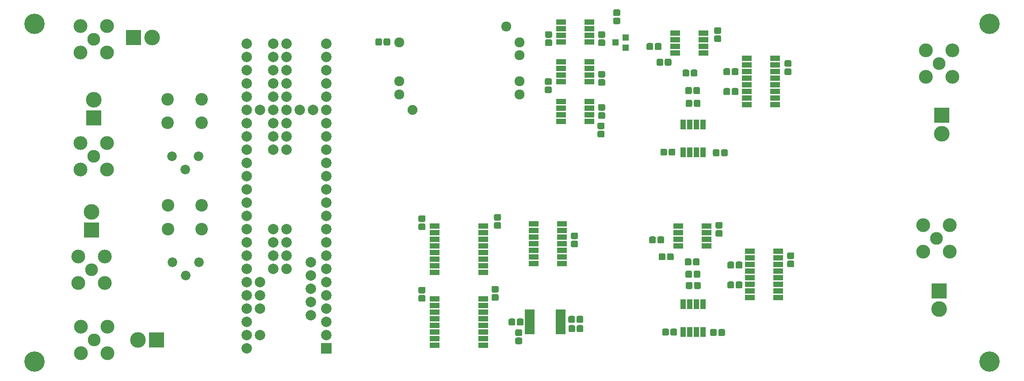
<source format=gts>
G04 #@! TF.GenerationSoftware,KiCad,Pcbnew,5.0.0-fee4fd1~66~ubuntu18.04.1*
G04 #@! TF.CreationDate,2018-10-15T20:56:38+03:00*
G04 #@! TF.ProjectId,microstim,6D6963726F7374696D2E6B696361645F,rev?*
G04 #@! TF.SameCoordinates,Original*
G04 #@! TF.FileFunction,Soldermask,Top*
G04 #@! TF.FilePolarity,Negative*
%FSLAX46Y46*%
G04 Gerber Fmt 4.6, Leading zero omitted, Abs format (unit mm)*
G04 Created by KiCad (PCBNEW 5.0.0-fee4fd1~66~ubuntu18.04.1) date Mon Oct 15 20:56:38 2018*
%MOMM*%
%LPD*%
G01*
G04 APERTURE LIST*
%ADD10C,0.100000*%
%ADD11C,1.275000*%
%ADD12R,1.850000X0.850000*%
%ADD13C,2.450000*%
%ADD14C,2.650000*%
%ADD15C,3.000000*%
%ADD16R,3.000000X3.000000*%
%ADD17C,1.840000*%
%ADD18C,2.400000*%
%ADD19C,2.000000*%
%ADD20R,2.000000X2.000000*%
%ADD21C,1.924000*%
%ADD22C,1.900000*%
%ADD23R,1.950000X1.000000*%
%ADD24R,1.900000X1.000000*%
%ADD25C,3.900000*%
%ADD26R,1.000000X1.950000*%
%ADD27R,1.300000X1.200000*%
G04 APERTURE END LIST*
D10*
G04 #@! TO.C,C6*
G36*
X164801693Y-38658035D02*
X164832635Y-38662625D01*
X164862978Y-38670225D01*
X164892430Y-38680763D01*
X164920708Y-38694138D01*
X164947538Y-38710219D01*
X164972663Y-38728853D01*
X164995840Y-38749860D01*
X165016847Y-38773037D01*
X165035481Y-38798162D01*
X165051562Y-38824992D01*
X165064937Y-38853270D01*
X165075475Y-38882722D01*
X165083075Y-38913065D01*
X165087665Y-38944007D01*
X165089200Y-38975250D01*
X165089200Y-39612750D01*
X165087665Y-39643993D01*
X165083075Y-39674935D01*
X165075475Y-39705278D01*
X165064937Y-39734730D01*
X165051562Y-39763008D01*
X165035481Y-39789838D01*
X165016847Y-39814963D01*
X164995840Y-39838140D01*
X164972663Y-39859147D01*
X164947538Y-39877781D01*
X164920708Y-39893862D01*
X164892430Y-39907237D01*
X164862978Y-39917775D01*
X164832635Y-39925375D01*
X164801693Y-39929965D01*
X164770450Y-39931500D01*
X164057950Y-39931500D01*
X164026707Y-39929965D01*
X163995765Y-39925375D01*
X163965422Y-39917775D01*
X163935970Y-39907237D01*
X163907692Y-39893862D01*
X163880862Y-39877781D01*
X163855737Y-39859147D01*
X163832560Y-39838140D01*
X163811553Y-39814963D01*
X163792919Y-39789838D01*
X163776838Y-39763008D01*
X163763463Y-39734730D01*
X163752925Y-39705278D01*
X163745325Y-39674935D01*
X163740735Y-39643993D01*
X163739200Y-39612750D01*
X163739200Y-38975250D01*
X163740735Y-38944007D01*
X163745325Y-38913065D01*
X163752925Y-38882722D01*
X163763463Y-38853270D01*
X163776838Y-38824992D01*
X163792919Y-38798162D01*
X163811553Y-38773037D01*
X163832560Y-38749860D01*
X163855737Y-38728853D01*
X163880862Y-38710219D01*
X163907692Y-38694138D01*
X163935970Y-38680763D01*
X163965422Y-38670225D01*
X163995765Y-38662625D01*
X164026707Y-38658035D01*
X164057950Y-38656500D01*
X164770450Y-38656500D01*
X164801693Y-38658035D01*
X164801693Y-38658035D01*
G37*
D11*
X164414200Y-39294000D03*
D10*
G36*
X164801693Y-37083035D02*
X164832635Y-37087625D01*
X164862978Y-37095225D01*
X164892430Y-37105763D01*
X164920708Y-37119138D01*
X164947538Y-37135219D01*
X164972663Y-37153853D01*
X164995840Y-37174860D01*
X165016847Y-37198037D01*
X165035481Y-37223162D01*
X165051562Y-37249992D01*
X165064937Y-37278270D01*
X165075475Y-37307722D01*
X165083075Y-37338065D01*
X165087665Y-37369007D01*
X165089200Y-37400250D01*
X165089200Y-38037750D01*
X165087665Y-38068993D01*
X165083075Y-38099935D01*
X165075475Y-38130278D01*
X165064937Y-38159730D01*
X165051562Y-38188008D01*
X165035481Y-38214838D01*
X165016847Y-38239963D01*
X164995840Y-38263140D01*
X164972663Y-38284147D01*
X164947538Y-38302781D01*
X164920708Y-38318862D01*
X164892430Y-38332237D01*
X164862978Y-38342775D01*
X164832635Y-38350375D01*
X164801693Y-38354965D01*
X164770450Y-38356500D01*
X164057950Y-38356500D01*
X164026707Y-38354965D01*
X163995765Y-38350375D01*
X163965422Y-38342775D01*
X163935970Y-38332237D01*
X163907692Y-38318862D01*
X163880862Y-38302781D01*
X163855737Y-38284147D01*
X163832560Y-38263140D01*
X163811553Y-38239963D01*
X163792919Y-38214838D01*
X163776838Y-38188008D01*
X163763463Y-38159730D01*
X163752925Y-38130278D01*
X163745325Y-38099935D01*
X163740735Y-38068993D01*
X163739200Y-38037750D01*
X163739200Y-37400250D01*
X163740735Y-37369007D01*
X163745325Y-37338065D01*
X163752925Y-37307722D01*
X163763463Y-37278270D01*
X163776838Y-37249992D01*
X163792919Y-37223162D01*
X163811553Y-37198037D01*
X163832560Y-37174860D01*
X163855737Y-37153853D01*
X163880862Y-37135219D01*
X163907692Y-37119138D01*
X163935970Y-37105763D01*
X163965422Y-37095225D01*
X163995765Y-37087625D01*
X164026707Y-37083035D01*
X164057950Y-37081500D01*
X164770450Y-37081500D01*
X164801693Y-37083035D01*
X164801693Y-37083035D01*
G37*
D11*
X164414200Y-37719000D03*
G04 #@! TD*
D10*
G04 #@! TO.C,R8*
G36*
X193313893Y-76136135D02*
X193344835Y-76140725D01*
X193375178Y-76148325D01*
X193404630Y-76158863D01*
X193432908Y-76172238D01*
X193459738Y-76188319D01*
X193484863Y-76206953D01*
X193508040Y-76227960D01*
X193529047Y-76251137D01*
X193547681Y-76276262D01*
X193563762Y-76303092D01*
X193577137Y-76331370D01*
X193587675Y-76360822D01*
X193595275Y-76391165D01*
X193599865Y-76422107D01*
X193601400Y-76453350D01*
X193601400Y-77165850D01*
X193599865Y-77197093D01*
X193595275Y-77228035D01*
X193587675Y-77258378D01*
X193577137Y-77287830D01*
X193563762Y-77316108D01*
X193547681Y-77342938D01*
X193529047Y-77368063D01*
X193508040Y-77391240D01*
X193484863Y-77412247D01*
X193459738Y-77430881D01*
X193432908Y-77446962D01*
X193404630Y-77460337D01*
X193375178Y-77470875D01*
X193344835Y-77478475D01*
X193313893Y-77483065D01*
X193282650Y-77484600D01*
X192645150Y-77484600D01*
X192613907Y-77483065D01*
X192582965Y-77478475D01*
X192552622Y-77470875D01*
X192523170Y-77460337D01*
X192494892Y-77446962D01*
X192468062Y-77430881D01*
X192442937Y-77412247D01*
X192419760Y-77391240D01*
X192398753Y-77368063D01*
X192380119Y-77342938D01*
X192364038Y-77316108D01*
X192350663Y-77287830D01*
X192340125Y-77258378D01*
X192332525Y-77228035D01*
X192327935Y-77197093D01*
X192326400Y-77165850D01*
X192326400Y-76453350D01*
X192327935Y-76422107D01*
X192332525Y-76391165D01*
X192340125Y-76360822D01*
X192350663Y-76331370D01*
X192364038Y-76303092D01*
X192380119Y-76276262D01*
X192398753Y-76251137D01*
X192419760Y-76227960D01*
X192442937Y-76206953D01*
X192468062Y-76188319D01*
X192494892Y-76172238D01*
X192523170Y-76158863D01*
X192552622Y-76148325D01*
X192582965Y-76140725D01*
X192613907Y-76136135D01*
X192645150Y-76134600D01*
X193282650Y-76134600D01*
X193313893Y-76136135D01*
X193313893Y-76136135D01*
G37*
D11*
X192963900Y-76809600D03*
D10*
G36*
X191738893Y-76136135D02*
X191769835Y-76140725D01*
X191800178Y-76148325D01*
X191829630Y-76158863D01*
X191857908Y-76172238D01*
X191884738Y-76188319D01*
X191909863Y-76206953D01*
X191933040Y-76227960D01*
X191954047Y-76251137D01*
X191972681Y-76276262D01*
X191988762Y-76303092D01*
X192002137Y-76331370D01*
X192012675Y-76360822D01*
X192020275Y-76391165D01*
X192024865Y-76422107D01*
X192026400Y-76453350D01*
X192026400Y-77165850D01*
X192024865Y-77197093D01*
X192020275Y-77228035D01*
X192012675Y-77258378D01*
X192002137Y-77287830D01*
X191988762Y-77316108D01*
X191972681Y-77342938D01*
X191954047Y-77368063D01*
X191933040Y-77391240D01*
X191909863Y-77412247D01*
X191884738Y-77430881D01*
X191857908Y-77446962D01*
X191829630Y-77460337D01*
X191800178Y-77470875D01*
X191769835Y-77478475D01*
X191738893Y-77483065D01*
X191707650Y-77484600D01*
X191070150Y-77484600D01*
X191038907Y-77483065D01*
X191007965Y-77478475D01*
X190977622Y-77470875D01*
X190948170Y-77460337D01*
X190919892Y-77446962D01*
X190893062Y-77430881D01*
X190867937Y-77412247D01*
X190844760Y-77391240D01*
X190823753Y-77368063D01*
X190805119Y-77342938D01*
X190789038Y-77316108D01*
X190775663Y-77287830D01*
X190765125Y-77258378D01*
X190757525Y-77228035D01*
X190752935Y-77197093D01*
X190751400Y-77165850D01*
X190751400Y-76453350D01*
X190752935Y-76422107D01*
X190757525Y-76391165D01*
X190765125Y-76360822D01*
X190775663Y-76331370D01*
X190789038Y-76303092D01*
X190805119Y-76276262D01*
X190823753Y-76251137D01*
X190844760Y-76227960D01*
X190867937Y-76206953D01*
X190893062Y-76188319D01*
X190919892Y-76172238D01*
X190948170Y-76158863D01*
X190977622Y-76148325D01*
X191007965Y-76140725D01*
X191038907Y-76136135D01*
X191070150Y-76134600D01*
X191707650Y-76134600D01*
X191738893Y-76136135D01*
X191738893Y-76136135D01*
G37*
D11*
X191388900Y-76809600D03*
G04 #@! TD*
D12*
G04 #@! TO.C,U10*
X166780000Y-81870000D03*
X166780000Y-82520000D03*
X166780000Y-83170000D03*
X166780000Y-83820000D03*
X166780000Y-84470000D03*
X166780000Y-85120000D03*
X166780000Y-85770000D03*
X160880000Y-85770000D03*
X160880000Y-85120000D03*
X160880000Y-84470000D03*
X160880000Y-83820000D03*
X160880000Y-83170000D03*
X160880000Y-82520000D03*
X160880000Y-81870000D03*
G04 #@! TD*
D10*
G04 #@! TO.C,C1*
G36*
X132277493Y-29425535D02*
X132308435Y-29430125D01*
X132338778Y-29437725D01*
X132368230Y-29448263D01*
X132396508Y-29461638D01*
X132423338Y-29477719D01*
X132448463Y-29496353D01*
X132471640Y-29517360D01*
X132492647Y-29540537D01*
X132511281Y-29565662D01*
X132527362Y-29592492D01*
X132540737Y-29620770D01*
X132551275Y-29650222D01*
X132558875Y-29680565D01*
X132563465Y-29711507D01*
X132565000Y-29742750D01*
X132565000Y-30455250D01*
X132563465Y-30486493D01*
X132558875Y-30517435D01*
X132551275Y-30547778D01*
X132540737Y-30577230D01*
X132527362Y-30605508D01*
X132511281Y-30632338D01*
X132492647Y-30657463D01*
X132471640Y-30680640D01*
X132448463Y-30701647D01*
X132423338Y-30720281D01*
X132396508Y-30736362D01*
X132368230Y-30749737D01*
X132338778Y-30760275D01*
X132308435Y-30767875D01*
X132277493Y-30772465D01*
X132246250Y-30774000D01*
X131608750Y-30774000D01*
X131577507Y-30772465D01*
X131546565Y-30767875D01*
X131516222Y-30760275D01*
X131486770Y-30749737D01*
X131458492Y-30736362D01*
X131431662Y-30720281D01*
X131406537Y-30701647D01*
X131383360Y-30680640D01*
X131362353Y-30657463D01*
X131343719Y-30632338D01*
X131327638Y-30605508D01*
X131314263Y-30577230D01*
X131303725Y-30547778D01*
X131296125Y-30517435D01*
X131291535Y-30486493D01*
X131290000Y-30455250D01*
X131290000Y-29742750D01*
X131291535Y-29711507D01*
X131296125Y-29680565D01*
X131303725Y-29650222D01*
X131314263Y-29620770D01*
X131327638Y-29592492D01*
X131343719Y-29565662D01*
X131362353Y-29540537D01*
X131383360Y-29517360D01*
X131406537Y-29496353D01*
X131431662Y-29477719D01*
X131458492Y-29461638D01*
X131486770Y-29448263D01*
X131516222Y-29437725D01*
X131546565Y-29430125D01*
X131577507Y-29425535D01*
X131608750Y-29424000D01*
X132246250Y-29424000D01*
X132277493Y-29425535D01*
X132277493Y-29425535D01*
G37*
D11*
X131927500Y-30099000D03*
D10*
G36*
X133852493Y-29425535D02*
X133883435Y-29430125D01*
X133913778Y-29437725D01*
X133943230Y-29448263D01*
X133971508Y-29461638D01*
X133998338Y-29477719D01*
X134023463Y-29496353D01*
X134046640Y-29517360D01*
X134067647Y-29540537D01*
X134086281Y-29565662D01*
X134102362Y-29592492D01*
X134115737Y-29620770D01*
X134126275Y-29650222D01*
X134133875Y-29680565D01*
X134138465Y-29711507D01*
X134140000Y-29742750D01*
X134140000Y-30455250D01*
X134138465Y-30486493D01*
X134133875Y-30517435D01*
X134126275Y-30547778D01*
X134115737Y-30577230D01*
X134102362Y-30605508D01*
X134086281Y-30632338D01*
X134067647Y-30657463D01*
X134046640Y-30680640D01*
X134023463Y-30701647D01*
X133998338Y-30720281D01*
X133971508Y-30736362D01*
X133943230Y-30749737D01*
X133913778Y-30760275D01*
X133883435Y-30767875D01*
X133852493Y-30772465D01*
X133821250Y-30774000D01*
X133183750Y-30774000D01*
X133152507Y-30772465D01*
X133121565Y-30767875D01*
X133091222Y-30760275D01*
X133061770Y-30749737D01*
X133033492Y-30736362D01*
X133006662Y-30720281D01*
X132981537Y-30701647D01*
X132958360Y-30680640D01*
X132937353Y-30657463D01*
X132918719Y-30632338D01*
X132902638Y-30605508D01*
X132889263Y-30577230D01*
X132878725Y-30547778D01*
X132871125Y-30517435D01*
X132866535Y-30486493D01*
X132865000Y-30455250D01*
X132865000Y-29742750D01*
X132866535Y-29711507D01*
X132871125Y-29680565D01*
X132878725Y-29650222D01*
X132889263Y-29620770D01*
X132902638Y-29592492D01*
X132918719Y-29565662D01*
X132937353Y-29540537D01*
X132958360Y-29517360D01*
X132981537Y-29496353D01*
X133006662Y-29477719D01*
X133033492Y-29461638D01*
X133061770Y-29448263D01*
X133091222Y-29437725D01*
X133121565Y-29430125D01*
X133152507Y-29425535D01*
X133183750Y-29424000D01*
X133821250Y-29424000D01*
X133852493Y-29425535D01*
X133852493Y-29425535D01*
G37*
D11*
X133502500Y-30099000D03*
G04 #@! TD*
D10*
G04 #@! TO.C,C2*
G36*
X164852224Y-28052705D02*
X164883166Y-28057295D01*
X164913509Y-28064895D01*
X164942961Y-28075433D01*
X164971239Y-28088808D01*
X164998069Y-28104889D01*
X165023194Y-28123523D01*
X165046371Y-28144530D01*
X165067378Y-28167707D01*
X165086012Y-28192832D01*
X165102093Y-28219662D01*
X165115468Y-28247940D01*
X165126006Y-28277392D01*
X165133606Y-28307735D01*
X165138196Y-28338677D01*
X165139731Y-28369920D01*
X165139731Y-29007420D01*
X165138196Y-29038663D01*
X165133606Y-29069605D01*
X165126006Y-29099948D01*
X165115468Y-29129400D01*
X165102093Y-29157678D01*
X165086012Y-29184508D01*
X165067378Y-29209633D01*
X165046371Y-29232810D01*
X165023194Y-29253817D01*
X164998069Y-29272451D01*
X164971239Y-29288532D01*
X164942961Y-29301907D01*
X164913509Y-29312445D01*
X164883166Y-29320045D01*
X164852224Y-29324635D01*
X164820981Y-29326170D01*
X164108481Y-29326170D01*
X164077238Y-29324635D01*
X164046296Y-29320045D01*
X164015953Y-29312445D01*
X163986501Y-29301907D01*
X163958223Y-29288532D01*
X163931393Y-29272451D01*
X163906268Y-29253817D01*
X163883091Y-29232810D01*
X163862084Y-29209633D01*
X163843450Y-29184508D01*
X163827369Y-29157678D01*
X163813994Y-29129400D01*
X163803456Y-29099948D01*
X163795856Y-29069605D01*
X163791266Y-29038663D01*
X163789731Y-29007420D01*
X163789731Y-28369920D01*
X163791266Y-28338677D01*
X163795856Y-28307735D01*
X163803456Y-28277392D01*
X163813994Y-28247940D01*
X163827369Y-28219662D01*
X163843450Y-28192832D01*
X163862084Y-28167707D01*
X163883091Y-28144530D01*
X163906268Y-28123523D01*
X163931393Y-28104889D01*
X163958223Y-28088808D01*
X163986501Y-28075433D01*
X164015953Y-28064895D01*
X164046296Y-28057295D01*
X164077238Y-28052705D01*
X164108481Y-28051170D01*
X164820981Y-28051170D01*
X164852224Y-28052705D01*
X164852224Y-28052705D01*
G37*
D11*
X164464731Y-28688670D03*
D10*
G36*
X164852224Y-29627705D02*
X164883166Y-29632295D01*
X164913509Y-29639895D01*
X164942961Y-29650433D01*
X164971239Y-29663808D01*
X164998069Y-29679889D01*
X165023194Y-29698523D01*
X165046371Y-29719530D01*
X165067378Y-29742707D01*
X165086012Y-29767832D01*
X165102093Y-29794662D01*
X165115468Y-29822940D01*
X165126006Y-29852392D01*
X165133606Y-29882735D01*
X165138196Y-29913677D01*
X165139731Y-29944920D01*
X165139731Y-30582420D01*
X165138196Y-30613663D01*
X165133606Y-30644605D01*
X165126006Y-30674948D01*
X165115468Y-30704400D01*
X165102093Y-30732678D01*
X165086012Y-30759508D01*
X165067378Y-30784633D01*
X165046371Y-30807810D01*
X165023194Y-30828817D01*
X164998069Y-30847451D01*
X164971239Y-30863532D01*
X164942961Y-30876907D01*
X164913509Y-30887445D01*
X164883166Y-30895045D01*
X164852224Y-30899635D01*
X164820981Y-30901170D01*
X164108481Y-30901170D01*
X164077238Y-30899635D01*
X164046296Y-30895045D01*
X164015953Y-30887445D01*
X163986501Y-30876907D01*
X163958223Y-30863532D01*
X163931393Y-30847451D01*
X163906268Y-30828817D01*
X163883091Y-30807810D01*
X163862084Y-30784633D01*
X163843450Y-30759508D01*
X163827369Y-30732678D01*
X163813994Y-30704400D01*
X163803456Y-30674948D01*
X163795856Y-30644605D01*
X163791266Y-30613663D01*
X163789731Y-30582420D01*
X163789731Y-29944920D01*
X163791266Y-29913677D01*
X163795856Y-29882735D01*
X163803456Y-29852392D01*
X163813994Y-29822940D01*
X163827369Y-29794662D01*
X163843450Y-29767832D01*
X163862084Y-29742707D01*
X163883091Y-29719530D01*
X163906268Y-29698523D01*
X163931393Y-29679889D01*
X163958223Y-29663808D01*
X163986501Y-29650433D01*
X164015953Y-29639895D01*
X164046296Y-29632295D01*
X164077238Y-29627705D01*
X164108481Y-29626170D01*
X164820981Y-29626170D01*
X164852224Y-29627705D01*
X164852224Y-29627705D01*
G37*
D11*
X164464731Y-30263670D03*
G04 #@! TD*
D10*
G04 #@! TO.C,C3*
G36*
X140595493Y-63346535D02*
X140626435Y-63351125D01*
X140656778Y-63358725D01*
X140686230Y-63369263D01*
X140714508Y-63382638D01*
X140741338Y-63398719D01*
X140766463Y-63417353D01*
X140789640Y-63438360D01*
X140810647Y-63461537D01*
X140829281Y-63486662D01*
X140845362Y-63513492D01*
X140858737Y-63541770D01*
X140869275Y-63571222D01*
X140876875Y-63601565D01*
X140881465Y-63632507D01*
X140883000Y-63663750D01*
X140883000Y-64301250D01*
X140881465Y-64332493D01*
X140876875Y-64363435D01*
X140869275Y-64393778D01*
X140858737Y-64423230D01*
X140845362Y-64451508D01*
X140829281Y-64478338D01*
X140810647Y-64503463D01*
X140789640Y-64526640D01*
X140766463Y-64547647D01*
X140741338Y-64566281D01*
X140714508Y-64582362D01*
X140686230Y-64595737D01*
X140656778Y-64606275D01*
X140626435Y-64613875D01*
X140595493Y-64618465D01*
X140564250Y-64620000D01*
X139851750Y-64620000D01*
X139820507Y-64618465D01*
X139789565Y-64613875D01*
X139759222Y-64606275D01*
X139729770Y-64595737D01*
X139701492Y-64582362D01*
X139674662Y-64566281D01*
X139649537Y-64547647D01*
X139626360Y-64526640D01*
X139605353Y-64503463D01*
X139586719Y-64478338D01*
X139570638Y-64451508D01*
X139557263Y-64423230D01*
X139546725Y-64393778D01*
X139539125Y-64363435D01*
X139534535Y-64332493D01*
X139533000Y-64301250D01*
X139533000Y-63663750D01*
X139534535Y-63632507D01*
X139539125Y-63601565D01*
X139546725Y-63571222D01*
X139557263Y-63541770D01*
X139570638Y-63513492D01*
X139586719Y-63486662D01*
X139605353Y-63461537D01*
X139626360Y-63438360D01*
X139649537Y-63417353D01*
X139674662Y-63398719D01*
X139701492Y-63382638D01*
X139729770Y-63369263D01*
X139759222Y-63358725D01*
X139789565Y-63351125D01*
X139820507Y-63346535D01*
X139851750Y-63345000D01*
X140564250Y-63345000D01*
X140595493Y-63346535D01*
X140595493Y-63346535D01*
G37*
D11*
X140208000Y-63982500D03*
D10*
G36*
X140595493Y-64921535D02*
X140626435Y-64926125D01*
X140656778Y-64933725D01*
X140686230Y-64944263D01*
X140714508Y-64957638D01*
X140741338Y-64973719D01*
X140766463Y-64992353D01*
X140789640Y-65013360D01*
X140810647Y-65036537D01*
X140829281Y-65061662D01*
X140845362Y-65088492D01*
X140858737Y-65116770D01*
X140869275Y-65146222D01*
X140876875Y-65176565D01*
X140881465Y-65207507D01*
X140883000Y-65238750D01*
X140883000Y-65876250D01*
X140881465Y-65907493D01*
X140876875Y-65938435D01*
X140869275Y-65968778D01*
X140858737Y-65998230D01*
X140845362Y-66026508D01*
X140829281Y-66053338D01*
X140810647Y-66078463D01*
X140789640Y-66101640D01*
X140766463Y-66122647D01*
X140741338Y-66141281D01*
X140714508Y-66157362D01*
X140686230Y-66170737D01*
X140656778Y-66181275D01*
X140626435Y-66188875D01*
X140595493Y-66193465D01*
X140564250Y-66195000D01*
X139851750Y-66195000D01*
X139820507Y-66193465D01*
X139789565Y-66188875D01*
X139759222Y-66181275D01*
X139729770Y-66170737D01*
X139701492Y-66157362D01*
X139674662Y-66141281D01*
X139649537Y-66122647D01*
X139626360Y-66101640D01*
X139605353Y-66078463D01*
X139586719Y-66053338D01*
X139570638Y-66026508D01*
X139557263Y-65998230D01*
X139546725Y-65968778D01*
X139539125Y-65938435D01*
X139534535Y-65907493D01*
X139533000Y-65876250D01*
X139533000Y-65238750D01*
X139534535Y-65207507D01*
X139539125Y-65176565D01*
X139546725Y-65146222D01*
X139557263Y-65116770D01*
X139570638Y-65088492D01*
X139586719Y-65061662D01*
X139605353Y-65036537D01*
X139626360Y-65013360D01*
X139649537Y-64992353D01*
X139674662Y-64973719D01*
X139701492Y-64957638D01*
X139729770Y-64944263D01*
X139759222Y-64933725D01*
X139789565Y-64926125D01*
X139820507Y-64921535D01*
X139851750Y-64920000D01*
X140564250Y-64920000D01*
X140595493Y-64921535D01*
X140595493Y-64921535D01*
G37*
D11*
X140208000Y-65557500D03*
G04 #@! TD*
D10*
G04 #@! TO.C,C5*
G36*
X140595493Y-77062535D02*
X140626435Y-77067125D01*
X140656778Y-77074725D01*
X140686230Y-77085263D01*
X140714508Y-77098638D01*
X140741338Y-77114719D01*
X140766463Y-77133353D01*
X140789640Y-77154360D01*
X140810647Y-77177537D01*
X140829281Y-77202662D01*
X140845362Y-77229492D01*
X140858737Y-77257770D01*
X140869275Y-77287222D01*
X140876875Y-77317565D01*
X140881465Y-77348507D01*
X140883000Y-77379750D01*
X140883000Y-78017250D01*
X140881465Y-78048493D01*
X140876875Y-78079435D01*
X140869275Y-78109778D01*
X140858737Y-78139230D01*
X140845362Y-78167508D01*
X140829281Y-78194338D01*
X140810647Y-78219463D01*
X140789640Y-78242640D01*
X140766463Y-78263647D01*
X140741338Y-78282281D01*
X140714508Y-78298362D01*
X140686230Y-78311737D01*
X140656778Y-78322275D01*
X140626435Y-78329875D01*
X140595493Y-78334465D01*
X140564250Y-78336000D01*
X139851750Y-78336000D01*
X139820507Y-78334465D01*
X139789565Y-78329875D01*
X139759222Y-78322275D01*
X139729770Y-78311737D01*
X139701492Y-78298362D01*
X139674662Y-78282281D01*
X139649537Y-78263647D01*
X139626360Y-78242640D01*
X139605353Y-78219463D01*
X139586719Y-78194338D01*
X139570638Y-78167508D01*
X139557263Y-78139230D01*
X139546725Y-78109778D01*
X139539125Y-78079435D01*
X139534535Y-78048493D01*
X139533000Y-78017250D01*
X139533000Y-77379750D01*
X139534535Y-77348507D01*
X139539125Y-77317565D01*
X139546725Y-77287222D01*
X139557263Y-77257770D01*
X139570638Y-77229492D01*
X139586719Y-77202662D01*
X139605353Y-77177537D01*
X139626360Y-77154360D01*
X139649537Y-77133353D01*
X139674662Y-77114719D01*
X139701492Y-77098638D01*
X139729770Y-77085263D01*
X139759222Y-77074725D01*
X139789565Y-77067125D01*
X139820507Y-77062535D01*
X139851750Y-77061000D01*
X140564250Y-77061000D01*
X140595493Y-77062535D01*
X140595493Y-77062535D01*
G37*
D11*
X140208000Y-77698500D03*
D10*
G36*
X140595493Y-78637535D02*
X140626435Y-78642125D01*
X140656778Y-78649725D01*
X140686230Y-78660263D01*
X140714508Y-78673638D01*
X140741338Y-78689719D01*
X140766463Y-78708353D01*
X140789640Y-78729360D01*
X140810647Y-78752537D01*
X140829281Y-78777662D01*
X140845362Y-78804492D01*
X140858737Y-78832770D01*
X140869275Y-78862222D01*
X140876875Y-78892565D01*
X140881465Y-78923507D01*
X140883000Y-78954750D01*
X140883000Y-79592250D01*
X140881465Y-79623493D01*
X140876875Y-79654435D01*
X140869275Y-79684778D01*
X140858737Y-79714230D01*
X140845362Y-79742508D01*
X140829281Y-79769338D01*
X140810647Y-79794463D01*
X140789640Y-79817640D01*
X140766463Y-79838647D01*
X140741338Y-79857281D01*
X140714508Y-79873362D01*
X140686230Y-79886737D01*
X140656778Y-79897275D01*
X140626435Y-79904875D01*
X140595493Y-79909465D01*
X140564250Y-79911000D01*
X139851750Y-79911000D01*
X139820507Y-79909465D01*
X139789565Y-79904875D01*
X139759222Y-79897275D01*
X139729770Y-79886737D01*
X139701492Y-79873362D01*
X139674662Y-79857281D01*
X139649537Y-79838647D01*
X139626360Y-79817640D01*
X139605353Y-79794463D01*
X139586719Y-79769338D01*
X139570638Y-79742508D01*
X139557263Y-79714230D01*
X139546725Y-79684778D01*
X139539125Y-79654435D01*
X139534535Y-79623493D01*
X139533000Y-79592250D01*
X139533000Y-78954750D01*
X139534535Y-78923507D01*
X139539125Y-78892565D01*
X139546725Y-78862222D01*
X139557263Y-78832770D01*
X139570638Y-78804492D01*
X139586719Y-78777662D01*
X139605353Y-78752537D01*
X139626360Y-78729360D01*
X139649537Y-78708353D01*
X139674662Y-78689719D01*
X139701492Y-78673638D01*
X139729770Y-78660263D01*
X139759222Y-78649725D01*
X139789565Y-78642125D01*
X139820507Y-78637535D01*
X139851750Y-78636000D01*
X140564250Y-78636000D01*
X140595493Y-78637535D01*
X140595493Y-78637535D01*
G37*
D11*
X140208000Y-79273500D03*
G04 #@! TD*
D10*
G04 #@! TO.C,C7*
G36*
X175012224Y-29627705D02*
X175043166Y-29632295D01*
X175073509Y-29639895D01*
X175102961Y-29650433D01*
X175131239Y-29663808D01*
X175158069Y-29679889D01*
X175183194Y-29698523D01*
X175206371Y-29719530D01*
X175227378Y-29742707D01*
X175246012Y-29767832D01*
X175262093Y-29794662D01*
X175275468Y-29822940D01*
X175286006Y-29852392D01*
X175293606Y-29882735D01*
X175298196Y-29913677D01*
X175299731Y-29944920D01*
X175299731Y-30582420D01*
X175298196Y-30613663D01*
X175293606Y-30644605D01*
X175286006Y-30674948D01*
X175275468Y-30704400D01*
X175262093Y-30732678D01*
X175246012Y-30759508D01*
X175227378Y-30784633D01*
X175206371Y-30807810D01*
X175183194Y-30828817D01*
X175158069Y-30847451D01*
X175131239Y-30863532D01*
X175102961Y-30876907D01*
X175073509Y-30887445D01*
X175043166Y-30895045D01*
X175012224Y-30899635D01*
X174980981Y-30901170D01*
X174268481Y-30901170D01*
X174237238Y-30899635D01*
X174206296Y-30895045D01*
X174175953Y-30887445D01*
X174146501Y-30876907D01*
X174118223Y-30863532D01*
X174091393Y-30847451D01*
X174066268Y-30828817D01*
X174043091Y-30807810D01*
X174022084Y-30784633D01*
X174003450Y-30759508D01*
X173987369Y-30732678D01*
X173973994Y-30704400D01*
X173963456Y-30674948D01*
X173955856Y-30644605D01*
X173951266Y-30613663D01*
X173949731Y-30582420D01*
X173949731Y-29944920D01*
X173951266Y-29913677D01*
X173955856Y-29882735D01*
X173963456Y-29852392D01*
X173973994Y-29822940D01*
X173987369Y-29794662D01*
X174003450Y-29767832D01*
X174022084Y-29742707D01*
X174043091Y-29719530D01*
X174066268Y-29698523D01*
X174091393Y-29679889D01*
X174118223Y-29663808D01*
X174146501Y-29650433D01*
X174175953Y-29639895D01*
X174206296Y-29632295D01*
X174237238Y-29627705D01*
X174268481Y-29626170D01*
X174980981Y-29626170D01*
X175012224Y-29627705D01*
X175012224Y-29627705D01*
G37*
D11*
X174624731Y-30263670D03*
D10*
G36*
X175012224Y-28052705D02*
X175043166Y-28057295D01*
X175073509Y-28064895D01*
X175102961Y-28075433D01*
X175131239Y-28088808D01*
X175158069Y-28104889D01*
X175183194Y-28123523D01*
X175206371Y-28144530D01*
X175227378Y-28167707D01*
X175246012Y-28192832D01*
X175262093Y-28219662D01*
X175275468Y-28247940D01*
X175286006Y-28277392D01*
X175293606Y-28307735D01*
X175298196Y-28338677D01*
X175299731Y-28369920D01*
X175299731Y-29007420D01*
X175298196Y-29038663D01*
X175293606Y-29069605D01*
X175286006Y-29099948D01*
X175275468Y-29129400D01*
X175262093Y-29157678D01*
X175246012Y-29184508D01*
X175227378Y-29209633D01*
X175206371Y-29232810D01*
X175183194Y-29253817D01*
X175158069Y-29272451D01*
X175131239Y-29288532D01*
X175102961Y-29301907D01*
X175073509Y-29312445D01*
X175043166Y-29320045D01*
X175012224Y-29324635D01*
X174980981Y-29326170D01*
X174268481Y-29326170D01*
X174237238Y-29324635D01*
X174206296Y-29320045D01*
X174175953Y-29312445D01*
X174146501Y-29301907D01*
X174118223Y-29288532D01*
X174091393Y-29272451D01*
X174066268Y-29253817D01*
X174043091Y-29232810D01*
X174022084Y-29209633D01*
X174003450Y-29184508D01*
X173987369Y-29157678D01*
X173973994Y-29129400D01*
X173963456Y-29099948D01*
X173955856Y-29069605D01*
X173951266Y-29038663D01*
X173949731Y-29007420D01*
X173949731Y-28369920D01*
X173951266Y-28338677D01*
X173955856Y-28307735D01*
X173963456Y-28277392D01*
X173973994Y-28247940D01*
X173987369Y-28219662D01*
X174003450Y-28192832D01*
X174022084Y-28167707D01*
X174043091Y-28144530D01*
X174066268Y-28123523D01*
X174091393Y-28104889D01*
X174118223Y-28088808D01*
X174146501Y-28075433D01*
X174175953Y-28064895D01*
X174206296Y-28057295D01*
X174237238Y-28052705D01*
X174268481Y-28051170D01*
X174980981Y-28051170D01*
X175012224Y-28052705D01*
X175012224Y-28052705D01*
G37*
D11*
X174624731Y-28688670D03*
G04 #@! TD*
D10*
G04 #@! TO.C,C8*
G36*
X175012224Y-37247705D02*
X175043166Y-37252295D01*
X175073509Y-37259895D01*
X175102961Y-37270433D01*
X175131239Y-37283808D01*
X175158069Y-37299889D01*
X175183194Y-37318523D01*
X175206371Y-37339530D01*
X175227378Y-37362707D01*
X175246012Y-37387832D01*
X175262093Y-37414662D01*
X175275468Y-37442940D01*
X175286006Y-37472392D01*
X175293606Y-37502735D01*
X175298196Y-37533677D01*
X175299731Y-37564920D01*
X175299731Y-38202420D01*
X175298196Y-38233663D01*
X175293606Y-38264605D01*
X175286006Y-38294948D01*
X175275468Y-38324400D01*
X175262093Y-38352678D01*
X175246012Y-38379508D01*
X175227378Y-38404633D01*
X175206371Y-38427810D01*
X175183194Y-38448817D01*
X175158069Y-38467451D01*
X175131239Y-38483532D01*
X175102961Y-38496907D01*
X175073509Y-38507445D01*
X175043166Y-38515045D01*
X175012224Y-38519635D01*
X174980981Y-38521170D01*
X174268481Y-38521170D01*
X174237238Y-38519635D01*
X174206296Y-38515045D01*
X174175953Y-38507445D01*
X174146501Y-38496907D01*
X174118223Y-38483532D01*
X174091393Y-38467451D01*
X174066268Y-38448817D01*
X174043091Y-38427810D01*
X174022084Y-38404633D01*
X174003450Y-38379508D01*
X173987369Y-38352678D01*
X173973994Y-38324400D01*
X173963456Y-38294948D01*
X173955856Y-38264605D01*
X173951266Y-38233663D01*
X173949731Y-38202420D01*
X173949731Y-37564920D01*
X173951266Y-37533677D01*
X173955856Y-37502735D01*
X173963456Y-37472392D01*
X173973994Y-37442940D01*
X173987369Y-37414662D01*
X174003450Y-37387832D01*
X174022084Y-37362707D01*
X174043091Y-37339530D01*
X174066268Y-37318523D01*
X174091393Y-37299889D01*
X174118223Y-37283808D01*
X174146501Y-37270433D01*
X174175953Y-37259895D01*
X174206296Y-37252295D01*
X174237238Y-37247705D01*
X174268481Y-37246170D01*
X174980981Y-37246170D01*
X175012224Y-37247705D01*
X175012224Y-37247705D01*
G37*
D11*
X174624731Y-37883670D03*
D10*
G36*
X175012224Y-35672705D02*
X175043166Y-35677295D01*
X175073509Y-35684895D01*
X175102961Y-35695433D01*
X175131239Y-35708808D01*
X175158069Y-35724889D01*
X175183194Y-35743523D01*
X175206371Y-35764530D01*
X175227378Y-35787707D01*
X175246012Y-35812832D01*
X175262093Y-35839662D01*
X175275468Y-35867940D01*
X175286006Y-35897392D01*
X175293606Y-35927735D01*
X175298196Y-35958677D01*
X175299731Y-35989920D01*
X175299731Y-36627420D01*
X175298196Y-36658663D01*
X175293606Y-36689605D01*
X175286006Y-36719948D01*
X175275468Y-36749400D01*
X175262093Y-36777678D01*
X175246012Y-36804508D01*
X175227378Y-36829633D01*
X175206371Y-36852810D01*
X175183194Y-36873817D01*
X175158069Y-36892451D01*
X175131239Y-36908532D01*
X175102961Y-36921907D01*
X175073509Y-36932445D01*
X175043166Y-36940045D01*
X175012224Y-36944635D01*
X174980981Y-36946170D01*
X174268481Y-36946170D01*
X174237238Y-36944635D01*
X174206296Y-36940045D01*
X174175953Y-36932445D01*
X174146501Y-36921907D01*
X174118223Y-36908532D01*
X174091393Y-36892451D01*
X174066268Y-36873817D01*
X174043091Y-36852810D01*
X174022084Y-36829633D01*
X174003450Y-36804508D01*
X173987369Y-36777678D01*
X173973994Y-36749400D01*
X173963456Y-36719948D01*
X173955856Y-36689605D01*
X173951266Y-36658663D01*
X173949731Y-36627420D01*
X173949731Y-35989920D01*
X173951266Y-35958677D01*
X173955856Y-35927735D01*
X173963456Y-35897392D01*
X173973994Y-35867940D01*
X173987369Y-35839662D01*
X174003450Y-35812832D01*
X174022084Y-35787707D01*
X174043091Y-35764530D01*
X174066268Y-35743523D01*
X174091393Y-35724889D01*
X174118223Y-35708808D01*
X174146501Y-35695433D01*
X174175953Y-35684895D01*
X174206296Y-35677295D01*
X174237238Y-35672705D01*
X174268481Y-35671170D01*
X174980981Y-35671170D01*
X175012224Y-35672705D01*
X175012224Y-35672705D01*
G37*
D11*
X174624731Y-36308670D03*
G04 #@! TD*
D10*
G04 #@! TO.C,C9*
G36*
X155073493Y-63092535D02*
X155104435Y-63097125D01*
X155134778Y-63104725D01*
X155164230Y-63115263D01*
X155192508Y-63128638D01*
X155219338Y-63144719D01*
X155244463Y-63163353D01*
X155267640Y-63184360D01*
X155288647Y-63207537D01*
X155307281Y-63232662D01*
X155323362Y-63259492D01*
X155336737Y-63287770D01*
X155347275Y-63317222D01*
X155354875Y-63347565D01*
X155359465Y-63378507D01*
X155361000Y-63409750D01*
X155361000Y-64047250D01*
X155359465Y-64078493D01*
X155354875Y-64109435D01*
X155347275Y-64139778D01*
X155336737Y-64169230D01*
X155323362Y-64197508D01*
X155307281Y-64224338D01*
X155288647Y-64249463D01*
X155267640Y-64272640D01*
X155244463Y-64293647D01*
X155219338Y-64312281D01*
X155192508Y-64328362D01*
X155164230Y-64341737D01*
X155134778Y-64352275D01*
X155104435Y-64359875D01*
X155073493Y-64364465D01*
X155042250Y-64366000D01*
X154329750Y-64366000D01*
X154298507Y-64364465D01*
X154267565Y-64359875D01*
X154237222Y-64352275D01*
X154207770Y-64341737D01*
X154179492Y-64328362D01*
X154152662Y-64312281D01*
X154127537Y-64293647D01*
X154104360Y-64272640D01*
X154083353Y-64249463D01*
X154064719Y-64224338D01*
X154048638Y-64197508D01*
X154035263Y-64169230D01*
X154024725Y-64139778D01*
X154017125Y-64109435D01*
X154012535Y-64078493D01*
X154011000Y-64047250D01*
X154011000Y-63409750D01*
X154012535Y-63378507D01*
X154017125Y-63347565D01*
X154024725Y-63317222D01*
X154035263Y-63287770D01*
X154048638Y-63259492D01*
X154064719Y-63232662D01*
X154083353Y-63207537D01*
X154104360Y-63184360D01*
X154127537Y-63163353D01*
X154152662Y-63144719D01*
X154179492Y-63128638D01*
X154207770Y-63115263D01*
X154237222Y-63104725D01*
X154267565Y-63097125D01*
X154298507Y-63092535D01*
X154329750Y-63091000D01*
X155042250Y-63091000D01*
X155073493Y-63092535D01*
X155073493Y-63092535D01*
G37*
D11*
X154686000Y-63728500D03*
D10*
G36*
X155073493Y-64667535D02*
X155104435Y-64672125D01*
X155134778Y-64679725D01*
X155164230Y-64690263D01*
X155192508Y-64703638D01*
X155219338Y-64719719D01*
X155244463Y-64738353D01*
X155267640Y-64759360D01*
X155288647Y-64782537D01*
X155307281Y-64807662D01*
X155323362Y-64834492D01*
X155336737Y-64862770D01*
X155347275Y-64892222D01*
X155354875Y-64922565D01*
X155359465Y-64953507D01*
X155361000Y-64984750D01*
X155361000Y-65622250D01*
X155359465Y-65653493D01*
X155354875Y-65684435D01*
X155347275Y-65714778D01*
X155336737Y-65744230D01*
X155323362Y-65772508D01*
X155307281Y-65799338D01*
X155288647Y-65824463D01*
X155267640Y-65847640D01*
X155244463Y-65868647D01*
X155219338Y-65887281D01*
X155192508Y-65903362D01*
X155164230Y-65916737D01*
X155134778Y-65927275D01*
X155104435Y-65934875D01*
X155073493Y-65939465D01*
X155042250Y-65941000D01*
X154329750Y-65941000D01*
X154298507Y-65939465D01*
X154267565Y-65934875D01*
X154237222Y-65927275D01*
X154207770Y-65916737D01*
X154179492Y-65903362D01*
X154152662Y-65887281D01*
X154127537Y-65868647D01*
X154104360Y-65847640D01*
X154083353Y-65824463D01*
X154064719Y-65799338D01*
X154048638Y-65772508D01*
X154035263Y-65744230D01*
X154024725Y-65714778D01*
X154017125Y-65684435D01*
X154012535Y-65653493D01*
X154011000Y-65622250D01*
X154011000Y-64984750D01*
X154012535Y-64953507D01*
X154017125Y-64922565D01*
X154024725Y-64892222D01*
X154035263Y-64862770D01*
X154048638Y-64834492D01*
X154064719Y-64807662D01*
X154083353Y-64782537D01*
X154104360Y-64759360D01*
X154127537Y-64738353D01*
X154152662Y-64719719D01*
X154179492Y-64703638D01*
X154207770Y-64690263D01*
X154237222Y-64679725D01*
X154267565Y-64672125D01*
X154298507Y-64667535D01*
X154329750Y-64666000D01*
X155042250Y-64666000D01*
X155073493Y-64667535D01*
X155073493Y-64667535D01*
G37*
D11*
X154686000Y-65303500D03*
G04 #@! TD*
D10*
G04 #@! TO.C,C11*
G36*
X154611497Y-76897721D02*
X154642439Y-76902311D01*
X154672782Y-76909911D01*
X154702234Y-76920449D01*
X154730512Y-76933824D01*
X154757342Y-76949905D01*
X154782467Y-76968539D01*
X154805644Y-76989546D01*
X154826651Y-77012723D01*
X154845285Y-77037848D01*
X154861366Y-77064678D01*
X154874741Y-77092956D01*
X154885279Y-77122408D01*
X154892879Y-77152751D01*
X154897469Y-77183693D01*
X154899004Y-77214936D01*
X154899004Y-77852436D01*
X154897469Y-77883679D01*
X154892879Y-77914621D01*
X154885279Y-77944964D01*
X154874741Y-77974416D01*
X154861366Y-78002694D01*
X154845285Y-78029524D01*
X154826651Y-78054649D01*
X154805644Y-78077826D01*
X154782467Y-78098833D01*
X154757342Y-78117467D01*
X154730512Y-78133548D01*
X154702234Y-78146923D01*
X154672782Y-78157461D01*
X154642439Y-78165061D01*
X154611497Y-78169651D01*
X154580254Y-78171186D01*
X153867754Y-78171186D01*
X153836511Y-78169651D01*
X153805569Y-78165061D01*
X153775226Y-78157461D01*
X153745774Y-78146923D01*
X153717496Y-78133548D01*
X153690666Y-78117467D01*
X153665541Y-78098833D01*
X153642364Y-78077826D01*
X153621357Y-78054649D01*
X153602723Y-78029524D01*
X153586642Y-78002694D01*
X153573267Y-77974416D01*
X153562729Y-77944964D01*
X153555129Y-77914621D01*
X153550539Y-77883679D01*
X153549004Y-77852436D01*
X153549004Y-77214936D01*
X153550539Y-77183693D01*
X153555129Y-77152751D01*
X153562729Y-77122408D01*
X153573267Y-77092956D01*
X153586642Y-77064678D01*
X153602723Y-77037848D01*
X153621357Y-77012723D01*
X153642364Y-76989546D01*
X153665541Y-76968539D01*
X153690666Y-76949905D01*
X153717496Y-76933824D01*
X153745774Y-76920449D01*
X153775226Y-76909911D01*
X153805569Y-76902311D01*
X153836511Y-76897721D01*
X153867754Y-76896186D01*
X154580254Y-76896186D01*
X154611497Y-76897721D01*
X154611497Y-76897721D01*
G37*
D11*
X154224004Y-77533686D03*
D10*
G36*
X154611497Y-78472721D02*
X154642439Y-78477311D01*
X154672782Y-78484911D01*
X154702234Y-78495449D01*
X154730512Y-78508824D01*
X154757342Y-78524905D01*
X154782467Y-78543539D01*
X154805644Y-78564546D01*
X154826651Y-78587723D01*
X154845285Y-78612848D01*
X154861366Y-78639678D01*
X154874741Y-78667956D01*
X154885279Y-78697408D01*
X154892879Y-78727751D01*
X154897469Y-78758693D01*
X154899004Y-78789936D01*
X154899004Y-79427436D01*
X154897469Y-79458679D01*
X154892879Y-79489621D01*
X154885279Y-79519964D01*
X154874741Y-79549416D01*
X154861366Y-79577694D01*
X154845285Y-79604524D01*
X154826651Y-79629649D01*
X154805644Y-79652826D01*
X154782467Y-79673833D01*
X154757342Y-79692467D01*
X154730512Y-79708548D01*
X154702234Y-79721923D01*
X154672782Y-79732461D01*
X154642439Y-79740061D01*
X154611497Y-79744651D01*
X154580254Y-79746186D01*
X153867754Y-79746186D01*
X153836511Y-79744651D01*
X153805569Y-79740061D01*
X153775226Y-79732461D01*
X153745774Y-79721923D01*
X153717496Y-79708548D01*
X153690666Y-79692467D01*
X153665541Y-79673833D01*
X153642364Y-79652826D01*
X153621357Y-79629649D01*
X153602723Y-79604524D01*
X153586642Y-79577694D01*
X153573267Y-79549416D01*
X153562729Y-79519964D01*
X153555129Y-79489621D01*
X153550539Y-79458679D01*
X153549004Y-79427436D01*
X153549004Y-78789936D01*
X153550539Y-78758693D01*
X153555129Y-78727751D01*
X153562729Y-78697408D01*
X153573267Y-78667956D01*
X153586642Y-78639678D01*
X153602723Y-78612848D01*
X153621357Y-78587723D01*
X153642364Y-78564546D01*
X153665541Y-78543539D01*
X153690666Y-78524905D01*
X153717496Y-78508824D01*
X153745774Y-78495449D01*
X153775226Y-78484911D01*
X153805569Y-78477311D01*
X153836511Y-78472721D01*
X153867754Y-78471186D01*
X154580254Y-78471186D01*
X154611497Y-78472721D01*
X154611497Y-78472721D01*
G37*
D11*
X154224004Y-79108686D03*
G04 #@! TD*
D10*
G04 #@! TO.C,C12*
G36*
X175012224Y-43597705D02*
X175043166Y-43602295D01*
X175073509Y-43609895D01*
X175102961Y-43620433D01*
X175131239Y-43633808D01*
X175158069Y-43649889D01*
X175183194Y-43668523D01*
X175206371Y-43689530D01*
X175227378Y-43712707D01*
X175246012Y-43737832D01*
X175262093Y-43764662D01*
X175275468Y-43792940D01*
X175286006Y-43822392D01*
X175293606Y-43852735D01*
X175298196Y-43883677D01*
X175299731Y-43914920D01*
X175299731Y-44552420D01*
X175298196Y-44583663D01*
X175293606Y-44614605D01*
X175286006Y-44644948D01*
X175275468Y-44674400D01*
X175262093Y-44702678D01*
X175246012Y-44729508D01*
X175227378Y-44754633D01*
X175206371Y-44777810D01*
X175183194Y-44798817D01*
X175158069Y-44817451D01*
X175131239Y-44833532D01*
X175102961Y-44846907D01*
X175073509Y-44857445D01*
X175043166Y-44865045D01*
X175012224Y-44869635D01*
X174980981Y-44871170D01*
X174268481Y-44871170D01*
X174237238Y-44869635D01*
X174206296Y-44865045D01*
X174175953Y-44857445D01*
X174146501Y-44846907D01*
X174118223Y-44833532D01*
X174091393Y-44817451D01*
X174066268Y-44798817D01*
X174043091Y-44777810D01*
X174022084Y-44754633D01*
X174003450Y-44729508D01*
X173987369Y-44702678D01*
X173973994Y-44674400D01*
X173963456Y-44644948D01*
X173955856Y-44614605D01*
X173951266Y-44583663D01*
X173949731Y-44552420D01*
X173949731Y-43914920D01*
X173951266Y-43883677D01*
X173955856Y-43852735D01*
X173963456Y-43822392D01*
X173973994Y-43792940D01*
X173987369Y-43764662D01*
X174003450Y-43737832D01*
X174022084Y-43712707D01*
X174043091Y-43689530D01*
X174066268Y-43668523D01*
X174091393Y-43649889D01*
X174118223Y-43633808D01*
X174146501Y-43620433D01*
X174175953Y-43609895D01*
X174206296Y-43602295D01*
X174237238Y-43597705D01*
X174268481Y-43596170D01*
X174980981Y-43596170D01*
X175012224Y-43597705D01*
X175012224Y-43597705D01*
G37*
D11*
X174624731Y-44233670D03*
D10*
G36*
X175012224Y-42022705D02*
X175043166Y-42027295D01*
X175073509Y-42034895D01*
X175102961Y-42045433D01*
X175131239Y-42058808D01*
X175158069Y-42074889D01*
X175183194Y-42093523D01*
X175206371Y-42114530D01*
X175227378Y-42137707D01*
X175246012Y-42162832D01*
X175262093Y-42189662D01*
X175275468Y-42217940D01*
X175286006Y-42247392D01*
X175293606Y-42277735D01*
X175298196Y-42308677D01*
X175299731Y-42339920D01*
X175299731Y-42977420D01*
X175298196Y-43008663D01*
X175293606Y-43039605D01*
X175286006Y-43069948D01*
X175275468Y-43099400D01*
X175262093Y-43127678D01*
X175246012Y-43154508D01*
X175227378Y-43179633D01*
X175206371Y-43202810D01*
X175183194Y-43223817D01*
X175158069Y-43242451D01*
X175131239Y-43258532D01*
X175102961Y-43271907D01*
X175073509Y-43282445D01*
X175043166Y-43290045D01*
X175012224Y-43294635D01*
X174980981Y-43296170D01*
X174268481Y-43296170D01*
X174237238Y-43294635D01*
X174206296Y-43290045D01*
X174175953Y-43282445D01*
X174146501Y-43271907D01*
X174118223Y-43258532D01*
X174091393Y-43242451D01*
X174066268Y-43223817D01*
X174043091Y-43202810D01*
X174022084Y-43179633D01*
X174003450Y-43154508D01*
X173987369Y-43127678D01*
X173973994Y-43099400D01*
X173963456Y-43069948D01*
X173955856Y-43039605D01*
X173951266Y-43008663D01*
X173949731Y-42977420D01*
X173949731Y-42339920D01*
X173951266Y-42308677D01*
X173955856Y-42277735D01*
X173963456Y-42247392D01*
X173973994Y-42217940D01*
X173987369Y-42189662D01*
X174003450Y-42162832D01*
X174022084Y-42137707D01*
X174043091Y-42114530D01*
X174066268Y-42093523D01*
X174091393Y-42074889D01*
X174118223Y-42058808D01*
X174146501Y-42045433D01*
X174175953Y-42034895D01*
X174206296Y-42027295D01*
X174237238Y-42022705D01*
X174268481Y-42021170D01*
X174980981Y-42021170D01*
X175012224Y-42022705D01*
X175012224Y-42022705D01*
G37*
D11*
X174624731Y-42658670D03*
G04 #@! TD*
D10*
G04 #@! TO.C,C13*
G36*
X159137493Y-85216035D02*
X159168435Y-85220625D01*
X159198778Y-85228225D01*
X159228230Y-85238763D01*
X159256508Y-85252138D01*
X159283338Y-85268219D01*
X159308463Y-85286853D01*
X159331640Y-85307860D01*
X159352647Y-85331037D01*
X159371281Y-85356162D01*
X159387362Y-85382992D01*
X159400737Y-85411270D01*
X159411275Y-85440722D01*
X159418875Y-85471065D01*
X159423465Y-85502007D01*
X159425000Y-85533250D01*
X159425000Y-86170750D01*
X159423465Y-86201993D01*
X159418875Y-86232935D01*
X159411275Y-86263278D01*
X159400737Y-86292730D01*
X159387362Y-86321008D01*
X159371281Y-86347838D01*
X159352647Y-86372963D01*
X159331640Y-86396140D01*
X159308463Y-86417147D01*
X159283338Y-86435781D01*
X159256508Y-86451862D01*
X159228230Y-86465237D01*
X159198778Y-86475775D01*
X159168435Y-86483375D01*
X159137493Y-86487965D01*
X159106250Y-86489500D01*
X158393750Y-86489500D01*
X158362507Y-86487965D01*
X158331565Y-86483375D01*
X158301222Y-86475775D01*
X158271770Y-86465237D01*
X158243492Y-86451862D01*
X158216662Y-86435781D01*
X158191537Y-86417147D01*
X158168360Y-86396140D01*
X158147353Y-86372963D01*
X158128719Y-86347838D01*
X158112638Y-86321008D01*
X158099263Y-86292730D01*
X158088725Y-86263278D01*
X158081125Y-86232935D01*
X158076535Y-86201993D01*
X158075000Y-86170750D01*
X158075000Y-85533250D01*
X158076535Y-85502007D01*
X158081125Y-85471065D01*
X158088725Y-85440722D01*
X158099263Y-85411270D01*
X158112638Y-85382992D01*
X158128719Y-85356162D01*
X158147353Y-85331037D01*
X158168360Y-85307860D01*
X158191537Y-85286853D01*
X158216662Y-85268219D01*
X158243492Y-85252138D01*
X158271770Y-85238763D01*
X158301222Y-85228225D01*
X158331565Y-85220625D01*
X158362507Y-85216035D01*
X158393750Y-85214500D01*
X159106250Y-85214500D01*
X159137493Y-85216035D01*
X159137493Y-85216035D01*
G37*
D11*
X158750000Y-85852000D03*
D10*
G36*
X159137493Y-86791035D02*
X159168435Y-86795625D01*
X159198778Y-86803225D01*
X159228230Y-86813763D01*
X159256508Y-86827138D01*
X159283338Y-86843219D01*
X159308463Y-86861853D01*
X159331640Y-86882860D01*
X159352647Y-86906037D01*
X159371281Y-86931162D01*
X159387362Y-86957992D01*
X159400737Y-86986270D01*
X159411275Y-87015722D01*
X159418875Y-87046065D01*
X159423465Y-87077007D01*
X159425000Y-87108250D01*
X159425000Y-87745750D01*
X159423465Y-87776993D01*
X159418875Y-87807935D01*
X159411275Y-87838278D01*
X159400737Y-87867730D01*
X159387362Y-87896008D01*
X159371281Y-87922838D01*
X159352647Y-87947963D01*
X159331640Y-87971140D01*
X159308463Y-87992147D01*
X159283338Y-88010781D01*
X159256508Y-88026862D01*
X159228230Y-88040237D01*
X159198778Y-88050775D01*
X159168435Y-88058375D01*
X159137493Y-88062965D01*
X159106250Y-88064500D01*
X158393750Y-88064500D01*
X158362507Y-88062965D01*
X158331565Y-88058375D01*
X158301222Y-88050775D01*
X158271770Y-88040237D01*
X158243492Y-88026862D01*
X158216662Y-88010781D01*
X158191537Y-87992147D01*
X158168360Y-87971140D01*
X158147353Y-87947963D01*
X158128719Y-87922838D01*
X158112638Y-87896008D01*
X158099263Y-87867730D01*
X158088725Y-87838278D01*
X158081125Y-87807935D01*
X158076535Y-87776993D01*
X158075000Y-87745750D01*
X158075000Y-87108250D01*
X158076535Y-87077007D01*
X158081125Y-87046065D01*
X158088725Y-87015722D01*
X158099263Y-86986270D01*
X158112638Y-86957992D01*
X158128719Y-86931162D01*
X158147353Y-86906037D01*
X158168360Y-86882860D01*
X158191537Y-86861853D01*
X158216662Y-86843219D01*
X158243492Y-86827138D01*
X158271770Y-86813763D01*
X158301222Y-86803225D01*
X158331565Y-86795625D01*
X158362507Y-86791035D01*
X158393750Y-86789500D01*
X159106250Y-86789500D01*
X159137493Y-86791035D01*
X159137493Y-86791035D01*
G37*
D11*
X158750000Y-87427000D03*
G04 #@! TD*
D10*
G04 #@! TO.C,C14*
G36*
X174885493Y-47141535D02*
X174916435Y-47146125D01*
X174946778Y-47153725D01*
X174976230Y-47164263D01*
X175004508Y-47177638D01*
X175031338Y-47193719D01*
X175056463Y-47212353D01*
X175079640Y-47233360D01*
X175100647Y-47256537D01*
X175119281Y-47281662D01*
X175135362Y-47308492D01*
X175148737Y-47336770D01*
X175159275Y-47366222D01*
X175166875Y-47396565D01*
X175171465Y-47427507D01*
X175173000Y-47458750D01*
X175173000Y-48096250D01*
X175171465Y-48127493D01*
X175166875Y-48158435D01*
X175159275Y-48188778D01*
X175148737Y-48218230D01*
X175135362Y-48246508D01*
X175119281Y-48273338D01*
X175100647Y-48298463D01*
X175079640Y-48321640D01*
X175056463Y-48342647D01*
X175031338Y-48361281D01*
X175004508Y-48377362D01*
X174976230Y-48390737D01*
X174946778Y-48401275D01*
X174916435Y-48408875D01*
X174885493Y-48413465D01*
X174854250Y-48415000D01*
X174141750Y-48415000D01*
X174110507Y-48413465D01*
X174079565Y-48408875D01*
X174049222Y-48401275D01*
X174019770Y-48390737D01*
X173991492Y-48377362D01*
X173964662Y-48361281D01*
X173939537Y-48342647D01*
X173916360Y-48321640D01*
X173895353Y-48298463D01*
X173876719Y-48273338D01*
X173860638Y-48246508D01*
X173847263Y-48218230D01*
X173836725Y-48188778D01*
X173829125Y-48158435D01*
X173824535Y-48127493D01*
X173823000Y-48096250D01*
X173823000Y-47458750D01*
X173824535Y-47427507D01*
X173829125Y-47396565D01*
X173836725Y-47366222D01*
X173847263Y-47336770D01*
X173860638Y-47308492D01*
X173876719Y-47281662D01*
X173895353Y-47256537D01*
X173916360Y-47233360D01*
X173939537Y-47212353D01*
X173964662Y-47193719D01*
X173991492Y-47177638D01*
X174019770Y-47164263D01*
X174049222Y-47153725D01*
X174079565Y-47146125D01*
X174110507Y-47141535D01*
X174141750Y-47140000D01*
X174854250Y-47140000D01*
X174885493Y-47141535D01*
X174885493Y-47141535D01*
G37*
D11*
X174498000Y-47777500D03*
D10*
G36*
X174885493Y-45566535D02*
X174916435Y-45571125D01*
X174946778Y-45578725D01*
X174976230Y-45589263D01*
X175004508Y-45602638D01*
X175031338Y-45618719D01*
X175056463Y-45637353D01*
X175079640Y-45658360D01*
X175100647Y-45681537D01*
X175119281Y-45706662D01*
X175135362Y-45733492D01*
X175148737Y-45761770D01*
X175159275Y-45791222D01*
X175166875Y-45821565D01*
X175171465Y-45852507D01*
X175173000Y-45883750D01*
X175173000Y-46521250D01*
X175171465Y-46552493D01*
X175166875Y-46583435D01*
X175159275Y-46613778D01*
X175148737Y-46643230D01*
X175135362Y-46671508D01*
X175119281Y-46698338D01*
X175100647Y-46723463D01*
X175079640Y-46746640D01*
X175056463Y-46767647D01*
X175031338Y-46786281D01*
X175004508Y-46802362D01*
X174976230Y-46815737D01*
X174946778Y-46826275D01*
X174916435Y-46833875D01*
X174885493Y-46838465D01*
X174854250Y-46840000D01*
X174141750Y-46840000D01*
X174110507Y-46838465D01*
X174079565Y-46833875D01*
X174049222Y-46826275D01*
X174019770Y-46815737D01*
X173991492Y-46802362D01*
X173964662Y-46786281D01*
X173939537Y-46767647D01*
X173916360Y-46746640D01*
X173895353Y-46723463D01*
X173876719Y-46698338D01*
X173860638Y-46671508D01*
X173847263Y-46643230D01*
X173836725Y-46613778D01*
X173829125Y-46583435D01*
X173824535Y-46552493D01*
X173823000Y-46521250D01*
X173823000Y-45883750D01*
X173824535Y-45852507D01*
X173829125Y-45821565D01*
X173836725Y-45791222D01*
X173847263Y-45761770D01*
X173860638Y-45733492D01*
X173876719Y-45706662D01*
X173895353Y-45681537D01*
X173916360Y-45658360D01*
X173939537Y-45637353D01*
X173964662Y-45618719D01*
X173991492Y-45602638D01*
X174019770Y-45589263D01*
X174049222Y-45578725D01*
X174079565Y-45571125D01*
X174110507Y-45566535D01*
X174141750Y-45565000D01*
X174854250Y-45565000D01*
X174885493Y-45566535D01*
X174885493Y-45566535D01*
G37*
D11*
X174498000Y-46202500D03*
G04 #@! TD*
D10*
G04 #@! TO.C,C15*
G36*
X169805493Y-68223535D02*
X169836435Y-68228125D01*
X169866778Y-68235725D01*
X169896230Y-68246263D01*
X169924508Y-68259638D01*
X169951338Y-68275719D01*
X169976463Y-68294353D01*
X169999640Y-68315360D01*
X170020647Y-68338537D01*
X170039281Y-68363662D01*
X170055362Y-68390492D01*
X170068737Y-68418770D01*
X170079275Y-68448222D01*
X170086875Y-68478565D01*
X170091465Y-68509507D01*
X170093000Y-68540750D01*
X170093000Y-69178250D01*
X170091465Y-69209493D01*
X170086875Y-69240435D01*
X170079275Y-69270778D01*
X170068737Y-69300230D01*
X170055362Y-69328508D01*
X170039281Y-69355338D01*
X170020647Y-69380463D01*
X169999640Y-69403640D01*
X169976463Y-69424647D01*
X169951338Y-69443281D01*
X169924508Y-69459362D01*
X169896230Y-69472737D01*
X169866778Y-69483275D01*
X169836435Y-69490875D01*
X169805493Y-69495465D01*
X169774250Y-69497000D01*
X169061750Y-69497000D01*
X169030507Y-69495465D01*
X168999565Y-69490875D01*
X168969222Y-69483275D01*
X168939770Y-69472737D01*
X168911492Y-69459362D01*
X168884662Y-69443281D01*
X168859537Y-69424647D01*
X168836360Y-69403640D01*
X168815353Y-69380463D01*
X168796719Y-69355338D01*
X168780638Y-69328508D01*
X168767263Y-69300230D01*
X168756725Y-69270778D01*
X168749125Y-69240435D01*
X168744535Y-69209493D01*
X168743000Y-69178250D01*
X168743000Y-68540750D01*
X168744535Y-68509507D01*
X168749125Y-68478565D01*
X168756725Y-68448222D01*
X168767263Y-68418770D01*
X168780638Y-68390492D01*
X168796719Y-68363662D01*
X168815353Y-68338537D01*
X168836360Y-68315360D01*
X168859537Y-68294353D01*
X168884662Y-68275719D01*
X168911492Y-68259638D01*
X168939770Y-68246263D01*
X168969222Y-68235725D01*
X168999565Y-68228125D01*
X169030507Y-68223535D01*
X169061750Y-68222000D01*
X169774250Y-68222000D01*
X169805493Y-68223535D01*
X169805493Y-68223535D01*
G37*
D11*
X169418000Y-68859500D03*
D10*
G36*
X169805493Y-66648535D02*
X169836435Y-66653125D01*
X169866778Y-66660725D01*
X169896230Y-66671263D01*
X169924508Y-66684638D01*
X169951338Y-66700719D01*
X169976463Y-66719353D01*
X169999640Y-66740360D01*
X170020647Y-66763537D01*
X170039281Y-66788662D01*
X170055362Y-66815492D01*
X170068737Y-66843770D01*
X170079275Y-66873222D01*
X170086875Y-66903565D01*
X170091465Y-66934507D01*
X170093000Y-66965750D01*
X170093000Y-67603250D01*
X170091465Y-67634493D01*
X170086875Y-67665435D01*
X170079275Y-67695778D01*
X170068737Y-67725230D01*
X170055362Y-67753508D01*
X170039281Y-67780338D01*
X170020647Y-67805463D01*
X169999640Y-67828640D01*
X169976463Y-67849647D01*
X169951338Y-67868281D01*
X169924508Y-67884362D01*
X169896230Y-67897737D01*
X169866778Y-67908275D01*
X169836435Y-67915875D01*
X169805493Y-67920465D01*
X169774250Y-67922000D01*
X169061750Y-67922000D01*
X169030507Y-67920465D01*
X168999565Y-67915875D01*
X168969222Y-67908275D01*
X168939770Y-67897737D01*
X168911492Y-67884362D01*
X168884662Y-67868281D01*
X168859537Y-67849647D01*
X168836360Y-67828640D01*
X168815353Y-67805463D01*
X168796719Y-67780338D01*
X168780638Y-67753508D01*
X168767263Y-67725230D01*
X168756725Y-67695778D01*
X168749125Y-67665435D01*
X168744535Y-67634493D01*
X168743000Y-67603250D01*
X168743000Y-66965750D01*
X168744535Y-66934507D01*
X168749125Y-66903565D01*
X168756725Y-66873222D01*
X168767263Y-66843770D01*
X168780638Y-66815492D01*
X168796719Y-66788662D01*
X168815353Y-66763537D01*
X168836360Y-66740360D01*
X168859537Y-66719353D01*
X168884662Y-66700719D01*
X168911492Y-66684638D01*
X168939770Y-66671263D01*
X168969222Y-66660725D01*
X168999565Y-66653125D01*
X169030507Y-66648535D01*
X169061750Y-66647000D01*
X169774250Y-66647000D01*
X169805493Y-66648535D01*
X169805493Y-66648535D01*
G37*
D11*
X169418000Y-67284500D03*
G04 #@! TD*
D10*
G04 #@! TO.C,C16*
G36*
X169259993Y-84416535D02*
X169290935Y-84421125D01*
X169321278Y-84428725D01*
X169350730Y-84439263D01*
X169379008Y-84452638D01*
X169405838Y-84468719D01*
X169430963Y-84487353D01*
X169454140Y-84508360D01*
X169475147Y-84531537D01*
X169493781Y-84556662D01*
X169509862Y-84583492D01*
X169523237Y-84611770D01*
X169533775Y-84641222D01*
X169541375Y-84671565D01*
X169545965Y-84702507D01*
X169547500Y-84733750D01*
X169547500Y-85446250D01*
X169545965Y-85477493D01*
X169541375Y-85508435D01*
X169533775Y-85538778D01*
X169523237Y-85568230D01*
X169509862Y-85596508D01*
X169493781Y-85623338D01*
X169475147Y-85648463D01*
X169454140Y-85671640D01*
X169430963Y-85692647D01*
X169405838Y-85711281D01*
X169379008Y-85727362D01*
X169350730Y-85740737D01*
X169321278Y-85751275D01*
X169290935Y-85758875D01*
X169259993Y-85763465D01*
X169228750Y-85765000D01*
X168591250Y-85765000D01*
X168560007Y-85763465D01*
X168529065Y-85758875D01*
X168498722Y-85751275D01*
X168469270Y-85740737D01*
X168440992Y-85727362D01*
X168414162Y-85711281D01*
X168389037Y-85692647D01*
X168365860Y-85671640D01*
X168344853Y-85648463D01*
X168326219Y-85623338D01*
X168310138Y-85596508D01*
X168296763Y-85568230D01*
X168286225Y-85538778D01*
X168278625Y-85508435D01*
X168274035Y-85477493D01*
X168272500Y-85446250D01*
X168272500Y-84733750D01*
X168274035Y-84702507D01*
X168278625Y-84671565D01*
X168286225Y-84641222D01*
X168296763Y-84611770D01*
X168310138Y-84583492D01*
X168326219Y-84556662D01*
X168344853Y-84531537D01*
X168365860Y-84508360D01*
X168389037Y-84487353D01*
X168414162Y-84468719D01*
X168440992Y-84452638D01*
X168469270Y-84439263D01*
X168498722Y-84428725D01*
X168529065Y-84421125D01*
X168560007Y-84416535D01*
X168591250Y-84415000D01*
X169228750Y-84415000D01*
X169259993Y-84416535D01*
X169259993Y-84416535D01*
G37*
D11*
X168910000Y-85090000D03*
D10*
G36*
X170834993Y-84416535D02*
X170865935Y-84421125D01*
X170896278Y-84428725D01*
X170925730Y-84439263D01*
X170954008Y-84452638D01*
X170980838Y-84468719D01*
X171005963Y-84487353D01*
X171029140Y-84508360D01*
X171050147Y-84531537D01*
X171068781Y-84556662D01*
X171084862Y-84583492D01*
X171098237Y-84611770D01*
X171108775Y-84641222D01*
X171116375Y-84671565D01*
X171120965Y-84702507D01*
X171122500Y-84733750D01*
X171122500Y-85446250D01*
X171120965Y-85477493D01*
X171116375Y-85508435D01*
X171108775Y-85538778D01*
X171098237Y-85568230D01*
X171084862Y-85596508D01*
X171068781Y-85623338D01*
X171050147Y-85648463D01*
X171029140Y-85671640D01*
X171005963Y-85692647D01*
X170980838Y-85711281D01*
X170954008Y-85727362D01*
X170925730Y-85740737D01*
X170896278Y-85751275D01*
X170865935Y-85758875D01*
X170834993Y-85763465D01*
X170803750Y-85765000D01*
X170166250Y-85765000D01*
X170135007Y-85763465D01*
X170104065Y-85758875D01*
X170073722Y-85751275D01*
X170044270Y-85740737D01*
X170015992Y-85727362D01*
X169989162Y-85711281D01*
X169964037Y-85692647D01*
X169940860Y-85671640D01*
X169919853Y-85648463D01*
X169901219Y-85623338D01*
X169885138Y-85596508D01*
X169871763Y-85568230D01*
X169861225Y-85538778D01*
X169853625Y-85508435D01*
X169849035Y-85477493D01*
X169847500Y-85446250D01*
X169847500Y-84733750D01*
X169849035Y-84702507D01*
X169853625Y-84671565D01*
X169861225Y-84641222D01*
X169871763Y-84611770D01*
X169885138Y-84583492D01*
X169901219Y-84556662D01*
X169919853Y-84531537D01*
X169940860Y-84508360D01*
X169964037Y-84487353D01*
X169989162Y-84468719D01*
X170015992Y-84452638D01*
X170044270Y-84439263D01*
X170073722Y-84428725D01*
X170104065Y-84421125D01*
X170135007Y-84416535D01*
X170166250Y-84415000D01*
X170803750Y-84415000D01*
X170834993Y-84416535D01*
X170834993Y-84416535D01*
G37*
D11*
X170485000Y-85090000D03*
G04 #@! TD*
D10*
G04 #@! TO.C,C17*
G36*
X169234493Y-82638535D02*
X169265435Y-82643125D01*
X169295778Y-82650725D01*
X169325230Y-82661263D01*
X169353508Y-82674638D01*
X169380338Y-82690719D01*
X169405463Y-82709353D01*
X169428640Y-82730360D01*
X169449647Y-82753537D01*
X169468281Y-82778662D01*
X169484362Y-82805492D01*
X169497737Y-82833770D01*
X169508275Y-82863222D01*
X169515875Y-82893565D01*
X169520465Y-82924507D01*
X169522000Y-82955750D01*
X169522000Y-83668250D01*
X169520465Y-83699493D01*
X169515875Y-83730435D01*
X169508275Y-83760778D01*
X169497737Y-83790230D01*
X169484362Y-83818508D01*
X169468281Y-83845338D01*
X169449647Y-83870463D01*
X169428640Y-83893640D01*
X169405463Y-83914647D01*
X169380338Y-83933281D01*
X169353508Y-83949362D01*
X169325230Y-83962737D01*
X169295778Y-83973275D01*
X169265435Y-83980875D01*
X169234493Y-83985465D01*
X169203250Y-83987000D01*
X168565750Y-83987000D01*
X168534507Y-83985465D01*
X168503565Y-83980875D01*
X168473222Y-83973275D01*
X168443770Y-83962737D01*
X168415492Y-83949362D01*
X168388662Y-83933281D01*
X168363537Y-83914647D01*
X168340360Y-83893640D01*
X168319353Y-83870463D01*
X168300719Y-83845338D01*
X168284638Y-83818508D01*
X168271263Y-83790230D01*
X168260725Y-83760778D01*
X168253125Y-83730435D01*
X168248535Y-83699493D01*
X168247000Y-83668250D01*
X168247000Y-82955750D01*
X168248535Y-82924507D01*
X168253125Y-82893565D01*
X168260725Y-82863222D01*
X168271263Y-82833770D01*
X168284638Y-82805492D01*
X168300719Y-82778662D01*
X168319353Y-82753537D01*
X168340360Y-82730360D01*
X168363537Y-82709353D01*
X168388662Y-82690719D01*
X168415492Y-82674638D01*
X168443770Y-82661263D01*
X168473222Y-82650725D01*
X168503565Y-82643125D01*
X168534507Y-82638535D01*
X168565750Y-82637000D01*
X169203250Y-82637000D01*
X169234493Y-82638535D01*
X169234493Y-82638535D01*
G37*
D11*
X168884500Y-83312000D03*
D10*
G36*
X170809493Y-82638535D02*
X170840435Y-82643125D01*
X170870778Y-82650725D01*
X170900230Y-82661263D01*
X170928508Y-82674638D01*
X170955338Y-82690719D01*
X170980463Y-82709353D01*
X171003640Y-82730360D01*
X171024647Y-82753537D01*
X171043281Y-82778662D01*
X171059362Y-82805492D01*
X171072737Y-82833770D01*
X171083275Y-82863222D01*
X171090875Y-82893565D01*
X171095465Y-82924507D01*
X171097000Y-82955750D01*
X171097000Y-83668250D01*
X171095465Y-83699493D01*
X171090875Y-83730435D01*
X171083275Y-83760778D01*
X171072737Y-83790230D01*
X171059362Y-83818508D01*
X171043281Y-83845338D01*
X171024647Y-83870463D01*
X171003640Y-83893640D01*
X170980463Y-83914647D01*
X170955338Y-83933281D01*
X170928508Y-83949362D01*
X170900230Y-83962737D01*
X170870778Y-83973275D01*
X170840435Y-83980875D01*
X170809493Y-83985465D01*
X170778250Y-83987000D01*
X170140750Y-83987000D01*
X170109507Y-83985465D01*
X170078565Y-83980875D01*
X170048222Y-83973275D01*
X170018770Y-83962737D01*
X169990492Y-83949362D01*
X169963662Y-83933281D01*
X169938537Y-83914647D01*
X169915360Y-83893640D01*
X169894353Y-83870463D01*
X169875719Y-83845338D01*
X169859638Y-83818508D01*
X169846263Y-83790230D01*
X169835725Y-83760778D01*
X169828125Y-83730435D01*
X169823535Y-83699493D01*
X169822000Y-83668250D01*
X169822000Y-82955750D01*
X169823535Y-82924507D01*
X169828125Y-82893565D01*
X169835725Y-82863222D01*
X169846263Y-82833770D01*
X169859638Y-82805492D01*
X169875719Y-82778662D01*
X169894353Y-82753537D01*
X169915360Y-82730360D01*
X169938537Y-82709353D01*
X169963662Y-82690719D01*
X169990492Y-82674638D01*
X170018770Y-82661263D01*
X170048222Y-82650725D01*
X170078565Y-82643125D01*
X170109507Y-82638535D01*
X170140750Y-82637000D01*
X170778250Y-82637000D01*
X170809493Y-82638535D01*
X170809493Y-82638535D01*
G37*
D11*
X170459500Y-83312000D03*
G04 #@! TD*
D10*
G04 #@! TO.C,C42*
G36*
X159379493Y-83146535D02*
X159410435Y-83151125D01*
X159440778Y-83158725D01*
X159470230Y-83169263D01*
X159498508Y-83182638D01*
X159525338Y-83198719D01*
X159550463Y-83217353D01*
X159573640Y-83238360D01*
X159594647Y-83261537D01*
X159613281Y-83286662D01*
X159629362Y-83313492D01*
X159642737Y-83341770D01*
X159653275Y-83371222D01*
X159660875Y-83401565D01*
X159665465Y-83432507D01*
X159667000Y-83463750D01*
X159667000Y-84176250D01*
X159665465Y-84207493D01*
X159660875Y-84238435D01*
X159653275Y-84268778D01*
X159642737Y-84298230D01*
X159629362Y-84326508D01*
X159613281Y-84353338D01*
X159594647Y-84378463D01*
X159573640Y-84401640D01*
X159550463Y-84422647D01*
X159525338Y-84441281D01*
X159498508Y-84457362D01*
X159470230Y-84470737D01*
X159440778Y-84481275D01*
X159410435Y-84488875D01*
X159379493Y-84493465D01*
X159348250Y-84495000D01*
X158710750Y-84495000D01*
X158679507Y-84493465D01*
X158648565Y-84488875D01*
X158618222Y-84481275D01*
X158588770Y-84470737D01*
X158560492Y-84457362D01*
X158533662Y-84441281D01*
X158508537Y-84422647D01*
X158485360Y-84401640D01*
X158464353Y-84378463D01*
X158445719Y-84353338D01*
X158429638Y-84326508D01*
X158416263Y-84298230D01*
X158405725Y-84268778D01*
X158398125Y-84238435D01*
X158393535Y-84207493D01*
X158392000Y-84176250D01*
X158392000Y-83463750D01*
X158393535Y-83432507D01*
X158398125Y-83401565D01*
X158405725Y-83371222D01*
X158416263Y-83341770D01*
X158429638Y-83313492D01*
X158445719Y-83286662D01*
X158464353Y-83261537D01*
X158485360Y-83238360D01*
X158508537Y-83217353D01*
X158533662Y-83198719D01*
X158560492Y-83182638D01*
X158588770Y-83169263D01*
X158618222Y-83158725D01*
X158648565Y-83151125D01*
X158679507Y-83146535D01*
X158710750Y-83145000D01*
X159348250Y-83145000D01*
X159379493Y-83146535D01*
X159379493Y-83146535D01*
G37*
D11*
X159029500Y-83820000D03*
D10*
G36*
X157804493Y-83146535D02*
X157835435Y-83151125D01*
X157865778Y-83158725D01*
X157895230Y-83169263D01*
X157923508Y-83182638D01*
X157950338Y-83198719D01*
X157975463Y-83217353D01*
X157998640Y-83238360D01*
X158019647Y-83261537D01*
X158038281Y-83286662D01*
X158054362Y-83313492D01*
X158067737Y-83341770D01*
X158078275Y-83371222D01*
X158085875Y-83401565D01*
X158090465Y-83432507D01*
X158092000Y-83463750D01*
X158092000Y-84176250D01*
X158090465Y-84207493D01*
X158085875Y-84238435D01*
X158078275Y-84268778D01*
X158067737Y-84298230D01*
X158054362Y-84326508D01*
X158038281Y-84353338D01*
X158019647Y-84378463D01*
X157998640Y-84401640D01*
X157975463Y-84422647D01*
X157950338Y-84441281D01*
X157923508Y-84457362D01*
X157895230Y-84470737D01*
X157865778Y-84481275D01*
X157835435Y-84488875D01*
X157804493Y-84493465D01*
X157773250Y-84495000D01*
X157135750Y-84495000D01*
X157104507Y-84493465D01*
X157073565Y-84488875D01*
X157043222Y-84481275D01*
X157013770Y-84470737D01*
X156985492Y-84457362D01*
X156958662Y-84441281D01*
X156933537Y-84422647D01*
X156910360Y-84401640D01*
X156889353Y-84378463D01*
X156870719Y-84353338D01*
X156854638Y-84326508D01*
X156841263Y-84298230D01*
X156830725Y-84268778D01*
X156823125Y-84238435D01*
X156818535Y-84207493D01*
X156817000Y-84176250D01*
X156817000Y-83463750D01*
X156818535Y-83432507D01*
X156823125Y-83401565D01*
X156830725Y-83371222D01*
X156841263Y-83341770D01*
X156854638Y-83313492D01*
X156870719Y-83286662D01*
X156889353Y-83261537D01*
X156910360Y-83238360D01*
X156933537Y-83217353D01*
X156958662Y-83198719D01*
X156985492Y-83182638D01*
X157013770Y-83169263D01*
X157043222Y-83158725D01*
X157073565Y-83151125D01*
X157104507Y-83146535D01*
X157135750Y-83145000D01*
X157773250Y-83145000D01*
X157804493Y-83146535D01*
X157804493Y-83146535D01*
G37*
D11*
X157454500Y-83820000D03*
G04 #@! TD*
D13*
G04 #@! TO.C,J1*
X77394776Y-29604504D03*
D14*
X79934776Y-32144504D03*
X79934776Y-27064504D03*
X74854776Y-27064504D03*
X74854776Y-32144504D03*
G04 #@! TD*
G04 #@! TO.C,J2*
X79515000Y-76322112D03*
X74435000Y-76322112D03*
X74435000Y-71242112D03*
X79515000Y-71242112D03*
D13*
X76975000Y-73782112D03*
G04 #@! TD*
D15*
G04 #@! TO.C,J3*
X88514776Y-29223504D03*
D16*
X85014776Y-29223504D03*
G04 #@! TD*
D15*
G04 #@! TO.C,J4*
X76975000Y-62662112D03*
D16*
X76975000Y-66162112D03*
G04 #@! TD*
D13*
G04 #@! TO.C,J5*
X77470000Y-87249000D03*
D14*
X74930000Y-84709000D03*
X74930000Y-89789000D03*
X80010000Y-89789000D03*
X80010000Y-84709000D03*
G04 #@! TD*
G04 #@! TO.C,J6*
X79883000Y-54610000D03*
X74803000Y-54610000D03*
X74803000Y-49530000D03*
X79883000Y-49530000D03*
D13*
X77343000Y-52070000D03*
G04 #@! TD*
D16*
G04 #@! TO.C,J7*
X89352000Y-87249000D03*
D15*
X85852000Y-87249000D03*
G04 #@! TD*
D16*
G04 #@! TO.C,J8*
X77343000Y-44704000D03*
D15*
X77343000Y-41204000D03*
G04 #@! TD*
D16*
G04 #@! TO.C,J9*
X239776000Y-44196000D03*
D15*
X239776000Y-47696000D03*
G04 #@! TD*
D13*
G04 #@! TO.C,J10*
X239268000Y-34290000D03*
D14*
X241808000Y-36830000D03*
X241808000Y-31750000D03*
X236728000Y-31750000D03*
X236728000Y-36830000D03*
G04 #@! TD*
G04 #@! TO.C,J12*
X236220000Y-70358000D03*
X236220000Y-65278000D03*
X241300000Y-65278000D03*
X241300000Y-70358000D03*
D13*
X238760000Y-67818000D03*
G04 #@! TD*
D17*
G04 #@! TO.C,RV1*
X97536000Y-72390000D03*
X94996000Y-74930000D03*
X92456000Y-72390000D03*
G04 #@! TD*
D18*
G04 #@! TO.C,SW1*
X91544000Y-45593000D03*
X91544000Y-41093000D03*
X98044000Y-45593000D03*
X98044000Y-41093000D03*
G04 #@! TD*
G04 #@! TO.C,SW2*
X98067000Y-61468000D03*
X98067000Y-65968000D03*
X91567000Y-61468000D03*
X91567000Y-65968000D03*
G04 #@! TD*
D19*
G04 #@! TO.C,U1*
X121920000Y-48260000D03*
X121920000Y-45720000D03*
X121920000Y-43180000D03*
X121920000Y-40640000D03*
X121920000Y-50800000D03*
X121920000Y-53340000D03*
X121920000Y-55880000D03*
X121920000Y-38100000D03*
X121920000Y-35560000D03*
X121920000Y-33020000D03*
X121920000Y-30480000D03*
X119380000Y-43180000D03*
X116840000Y-43180000D03*
X114300000Y-43180000D03*
X111760000Y-43180000D03*
X109220000Y-43180000D03*
X106680000Y-30480000D03*
X106680000Y-33020000D03*
X106680000Y-35560000D03*
X106680000Y-38100000D03*
X106680000Y-40640000D03*
X106680000Y-43180000D03*
X106680000Y-45720000D03*
X106680000Y-48260000D03*
X121920000Y-58420000D03*
X121920000Y-60960000D03*
X121920000Y-63500000D03*
X121920000Y-66040000D03*
X121920000Y-68580000D03*
X121920000Y-71120000D03*
X121920000Y-73660000D03*
X121920000Y-76200000D03*
X121920000Y-78740000D03*
X121920000Y-81280000D03*
X121920000Y-83820000D03*
X121920000Y-86360000D03*
D20*
X121920000Y-88900000D03*
D19*
X106680000Y-50800000D03*
X106680000Y-53340000D03*
X106680000Y-55880000D03*
X106680000Y-58420000D03*
X106680000Y-60960000D03*
X106680000Y-63500000D03*
X106680000Y-66040000D03*
X106680000Y-68580000D03*
X106680000Y-71120000D03*
X106680000Y-73660000D03*
X106680000Y-76200000D03*
X106680000Y-78740000D03*
X106680000Y-81280000D03*
X106680000Y-83820000D03*
X106680000Y-86360000D03*
X106680000Y-88900000D03*
X109220000Y-86360000D03*
X109220000Y-81280000D03*
X109220000Y-78740000D03*
X109220000Y-76200000D03*
X114300000Y-73660000D03*
X114300000Y-71120000D03*
X114300000Y-68580000D03*
X114300000Y-66040000D03*
X114300000Y-50800000D03*
X114300000Y-48260000D03*
X114300000Y-45720000D03*
X114300000Y-40640000D03*
X114300000Y-38100000D03*
X114300000Y-35560000D03*
X114300000Y-33020000D03*
X114300000Y-30480000D03*
X111760000Y-30480000D03*
X111760000Y-33020000D03*
X111760000Y-35560000D03*
X111760000Y-38100000D03*
X111760000Y-40640000D03*
X111760000Y-45720000D03*
X111760000Y-48260000D03*
X111760000Y-50800000D03*
X111760000Y-66040000D03*
X111760000Y-68580000D03*
X111760000Y-71120000D03*
X111760000Y-73660000D03*
X118920000Y-82550000D03*
X118920000Y-80010000D03*
X118920000Y-77470000D03*
X118920000Y-74930000D03*
X118920000Y-72390000D03*
G04 #@! TD*
D21*
G04 #@! TO.C,U2*
X135890000Y-40180000D03*
X135890000Y-37680000D03*
X135890000Y-30180000D03*
D22*
X138390000Y-43180000D03*
D21*
X156390000Y-27180000D03*
X158890000Y-30180000D03*
X158890000Y-32680000D03*
X158890000Y-37680000D03*
X158890000Y-40180000D03*
G04 #@! TD*
D23*
G04 #@! TO.C,U3*
X172244731Y-30111170D03*
X172244731Y-28841170D03*
X172244731Y-27571170D03*
X172244731Y-26301170D03*
X166844731Y-26301170D03*
X166844731Y-27571170D03*
X166844731Y-28841170D03*
X166844731Y-30111170D03*
G04 #@! TD*
G04 #@! TO.C,U4*
X172244731Y-37731170D03*
X172244731Y-36461170D03*
X172244731Y-35191170D03*
X172244731Y-33921170D03*
X166844731Y-33921170D03*
X166844731Y-35191170D03*
X166844731Y-36461170D03*
X166844731Y-37731170D03*
G04 #@! TD*
D24*
G04 #@! TO.C,U5*
X151970000Y-65405000D03*
X151970000Y-66675000D03*
X151970000Y-67945000D03*
X151970000Y-69215000D03*
X151970000Y-70485000D03*
X151970000Y-71755000D03*
X151970000Y-73025000D03*
X151970000Y-74295000D03*
X142670000Y-74295000D03*
X142670000Y-73025000D03*
X142670000Y-71755000D03*
X142670000Y-70485000D03*
X142670000Y-69215000D03*
X142670000Y-67945000D03*
X142670000Y-66675000D03*
X142670000Y-65405000D03*
G04 #@! TD*
G04 #@! TO.C,U7*
X142670000Y-79375000D03*
X142670000Y-80645000D03*
X142670000Y-81915000D03*
X142670000Y-83185000D03*
X142670000Y-84455000D03*
X142670000Y-85725000D03*
X142670000Y-86995000D03*
X142670000Y-88265000D03*
X151970000Y-88265000D03*
X151970000Y-86995000D03*
X151970000Y-85725000D03*
X151970000Y-84455000D03*
X151970000Y-83185000D03*
X151970000Y-81915000D03*
X151970000Y-80645000D03*
X151970000Y-79375000D03*
G04 #@! TD*
D23*
G04 #@! TO.C,U8*
X166844731Y-45351170D03*
X166844731Y-44081170D03*
X166844731Y-42811170D03*
X166844731Y-41541170D03*
X172244731Y-41541170D03*
X172244731Y-42811170D03*
X172244731Y-44081170D03*
X172244731Y-45351170D03*
G04 #@! TD*
D24*
G04 #@! TO.C,U9*
X161638000Y-65024000D03*
X161638000Y-66294000D03*
X161638000Y-67564000D03*
X161638000Y-68834000D03*
X161638000Y-70104000D03*
X161638000Y-71374000D03*
X161638000Y-72644000D03*
X167038000Y-72644000D03*
X167038000Y-71374000D03*
X167038000Y-70104000D03*
X167038000Y-68834000D03*
X167038000Y-67564000D03*
X167038000Y-66294000D03*
X167038000Y-65024000D03*
G04 #@! TD*
D17*
G04 #@! TO.C,RV4*
X97409000Y-52070000D03*
X94869000Y-54610000D03*
X92329000Y-52070000D03*
G04 #@! TD*
D16*
G04 #@! TO.C,J11*
X239268000Y-77851000D03*
D15*
X239268000Y-81351000D03*
G04 #@! TD*
D25*
G04 #@! TO.C,REF\002A\002A*
X248920000Y-91440000D03*
G04 #@! TD*
G04 #@! TO.C,REF\002A\002A*
X248920000Y-26670000D03*
G04 #@! TD*
G04 #@! TO.C,REF\002A\002A*
X66040000Y-26670000D03*
G04 #@! TD*
G04 #@! TO.C,REF\002A\002A*
X66040000Y-91440000D03*
G04 #@! TD*
D10*
G04 #@! TO.C,C18*
G36*
X197491493Y-66191535D02*
X197522435Y-66196125D01*
X197552778Y-66203725D01*
X197582230Y-66214263D01*
X197610508Y-66227638D01*
X197637338Y-66243719D01*
X197662463Y-66262353D01*
X197685640Y-66283360D01*
X197706647Y-66306537D01*
X197725281Y-66331662D01*
X197741362Y-66358492D01*
X197754737Y-66386770D01*
X197765275Y-66416222D01*
X197772875Y-66446565D01*
X197777465Y-66477507D01*
X197779000Y-66508750D01*
X197779000Y-67146250D01*
X197777465Y-67177493D01*
X197772875Y-67208435D01*
X197765275Y-67238778D01*
X197754737Y-67268230D01*
X197741362Y-67296508D01*
X197725281Y-67323338D01*
X197706647Y-67348463D01*
X197685640Y-67371640D01*
X197662463Y-67392647D01*
X197637338Y-67411281D01*
X197610508Y-67427362D01*
X197582230Y-67440737D01*
X197552778Y-67451275D01*
X197522435Y-67458875D01*
X197491493Y-67463465D01*
X197460250Y-67465000D01*
X196747750Y-67465000D01*
X196716507Y-67463465D01*
X196685565Y-67458875D01*
X196655222Y-67451275D01*
X196625770Y-67440737D01*
X196597492Y-67427362D01*
X196570662Y-67411281D01*
X196545537Y-67392647D01*
X196522360Y-67371640D01*
X196501353Y-67348463D01*
X196482719Y-67323338D01*
X196466638Y-67296508D01*
X196453263Y-67268230D01*
X196442725Y-67238778D01*
X196435125Y-67208435D01*
X196430535Y-67177493D01*
X196429000Y-67146250D01*
X196429000Y-66508750D01*
X196430535Y-66477507D01*
X196435125Y-66446565D01*
X196442725Y-66416222D01*
X196453263Y-66386770D01*
X196466638Y-66358492D01*
X196482719Y-66331662D01*
X196501353Y-66306537D01*
X196522360Y-66283360D01*
X196545537Y-66262353D01*
X196570662Y-66243719D01*
X196597492Y-66227638D01*
X196625770Y-66214263D01*
X196655222Y-66203725D01*
X196685565Y-66196125D01*
X196716507Y-66191535D01*
X196747750Y-66190000D01*
X197460250Y-66190000D01*
X197491493Y-66191535D01*
X197491493Y-66191535D01*
G37*
D11*
X197104000Y-66827500D03*
D10*
G36*
X197491493Y-64616535D02*
X197522435Y-64621125D01*
X197552778Y-64628725D01*
X197582230Y-64639263D01*
X197610508Y-64652638D01*
X197637338Y-64668719D01*
X197662463Y-64687353D01*
X197685640Y-64708360D01*
X197706647Y-64731537D01*
X197725281Y-64756662D01*
X197741362Y-64783492D01*
X197754737Y-64811770D01*
X197765275Y-64841222D01*
X197772875Y-64871565D01*
X197777465Y-64902507D01*
X197779000Y-64933750D01*
X197779000Y-65571250D01*
X197777465Y-65602493D01*
X197772875Y-65633435D01*
X197765275Y-65663778D01*
X197754737Y-65693230D01*
X197741362Y-65721508D01*
X197725281Y-65748338D01*
X197706647Y-65773463D01*
X197685640Y-65796640D01*
X197662463Y-65817647D01*
X197637338Y-65836281D01*
X197610508Y-65852362D01*
X197582230Y-65865737D01*
X197552778Y-65876275D01*
X197522435Y-65883875D01*
X197491493Y-65888465D01*
X197460250Y-65890000D01*
X196747750Y-65890000D01*
X196716507Y-65888465D01*
X196685565Y-65883875D01*
X196655222Y-65876275D01*
X196625770Y-65865737D01*
X196597492Y-65852362D01*
X196570662Y-65836281D01*
X196545537Y-65817647D01*
X196522360Y-65796640D01*
X196501353Y-65773463D01*
X196482719Y-65748338D01*
X196466638Y-65721508D01*
X196453263Y-65693230D01*
X196442725Y-65663778D01*
X196435125Y-65633435D01*
X196430535Y-65602493D01*
X196429000Y-65571250D01*
X196429000Y-64933750D01*
X196430535Y-64902507D01*
X196435125Y-64871565D01*
X196442725Y-64841222D01*
X196453263Y-64811770D01*
X196466638Y-64783492D01*
X196482719Y-64756662D01*
X196501353Y-64731537D01*
X196522360Y-64708360D01*
X196545537Y-64687353D01*
X196570662Y-64668719D01*
X196597492Y-64652638D01*
X196625770Y-64639263D01*
X196655222Y-64628725D01*
X196685565Y-64621125D01*
X196716507Y-64616535D01*
X196747750Y-64615000D01*
X197460250Y-64615000D01*
X197491493Y-64616535D01*
X197491493Y-64616535D01*
G37*
D11*
X197104000Y-65252500D03*
G04 #@! TD*
D10*
G04 #@! TO.C,C19*
G36*
X188132393Y-70624335D02*
X188163335Y-70628925D01*
X188193678Y-70636525D01*
X188223130Y-70647063D01*
X188251408Y-70660438D01*
X188278238Y-70676519D01*
X188303363Y-70695153D01*
X188326540Y-70716160D01*
X188347547Y-70739337D01*
X188366181Y-70764462D01*
X188382262Y-70791292D01*
X188395637Y-70819570D01*
X188406175Y-70849022D01*
X188413775Y-70879365D01*
X188418365Y-70910307D01*
X188419900Y-70941550D01*
X188419900Y-71654050D01*
X188418365Y-71685293D01*
X188413775Y-71716235D01*
X188406175Y-71746578D01*
X188395637Y-71776030D01*
X188382262Y-71804308D01*
X188366181Y-71831138D01*
X188347547Y-71856263D01*
X188326540Y-71879440D01*
X188303363Y-71900447D01*
X188278238Y-71919081D01*
X188251408Y-71935162D01*
X188223130Y-71948537D01*
X188193678Y-71959075D01*
X188163335Y-71966675D01*
X188132393Y-71971265D01*
X188101150Y-71972800D01*
X187463650Y-71972800D01*
X187432407Y-71971265D01*
X187401465Y-71966675D01*
X187371122Y-71959075D01*
X187341670Y-71948537D01*
X187313392Y-71935162D01*
X187286562Y-71919081D01*
X187261437Y-71900447D01*
X187238260Y-71879440D01*
X187217253Y-71856263D01*
X187198619Y-71831138D01*
X187182538Y-71804308D01*
X187169163Y-71776030D01*
X187158625Y-71746578D01*
X187151025Y-71716235D01*
X187146435Y-71685293D01*
X187144900Y-71654050D01*
X187144900Y-70941550D01*
X187146435Y-70910307D01*
X187151025Y-70879365D01*
X187158625Y-70849022D01*
X187169163Y-70819570D01*
X187182538Y-70791292D01*
X187198619Y-70764462D01*
X187217253Y-70739337D01*
X187238260Y-70716160D01*
X187261437Y-70695153D01*
X187286562Y-70676519D01*
X187313392Y-70660438D01*
X187341670Y-70647063D01*
X187371122Y-70636525D01*
X187401465Y-70628925D01*
X187432407Y-70624335D01*
X187463650Y-70622800D01*
X188101150Y-70622800D01*
X188132393Y-70624335D01*
X188132393Y-70624335D01*
G37*
D11*
X187782400Y-71297800D03*
D10*
G36*
X186557393Y-70624335D02*
X186588335Y-70628925D01*
X186618678Y-70636525D01*
X186648130Y-70647063D01*
X186676408Y-70660438D01*
X186703238Y-70676519D01*
X186728363Y-70695153D01*
X186751540Y-70716160D01*
X186772547Y-70739337D01*
X186791181Y-70764462D01*
X186807262Y-70791292D01*
X186820637Y-70819570D01*
X186831175Y-70849022D01*
X186838775Y-70879365D01*
X186843365Y-70910307D01*
X186844900Y-70941550D01*
X186844900Y-71654050D01*
X186843365Y-71685293D01*
X186838775Y-71716235D01*
X186831175Y-71746578D01*
X186820637Y-71776030D01*
X186807262Y-71804308D01*
X186791181Y-71831138D01*
X186772547Y-71856263D01*
X186751540Y-71879440D01*
X186728363Y-71900447D01*
X186703238Y-71919081D01*
X186676408Y-71935162D01*
X186648130Y-71948537D01*
X186618678Y-71959075D01*
X186588335Y-71966675D01*
X186557393Y-71971265D01*
X186526150Y-71972800D01*
X185888650Y-71972800D01*
X185857407Y-71971265D01*
X185826465Y-71966675D01*
X185796122Y-71959075D01*
X185766670Y-71948537D01*
X185738392Y-71935162D01*
X185711562Y-71919081D01*
X185686437Y-71900447D01*
X185663260Y-71879440D01*
X185642253Y-71856263D01*
X185623619Y-71831138D01*
X185607538Y-71804308D01*
X185594163Y-71776030D01*
X185583625Y-71746578D01*
X185576025Y-71716235D01*
X185571435Y-71685293D01*
X185569900Y-71654050D01*
X185569900Y-70941550D01*
X185571435Y-70910307D01*
X185576025Y-70879365D01*
X185583625Y-70849022D01*
X185594163Y-70819570D01*
X185607538Y-70791292D01*
X185623619Y-70764462D01*
X185642253Y-70739337D01*
X185663260Y-70716160D01*
X185686437Y-70695153D01*
X185711562Y-70676519D01*
X185738392Y-70660438D01*
X185766670Y-70647063D01*
X185796122Y-70636525D01*
X185826465Y-70628925D01*
X185857407Y-70624335D01*
X185888650Y-70622800D01*
X186526150Y-70622800D01*
X186557393Y-70624335D01*
X186557393Y-70624335D01*
G37*
D11*
X186207400Y-71297800D03*
G04 #@! TD*
D10*
G04 #@! TO.C,C20*
G36*
X187700493Y-33311735D02*
X187731435Y-33316325D01*
X187761778Y-33323925D01*
X187791230Y-33334463D01*
X187819508Y-33347838D01*
X187846338Y-33363919D01*
X187871463Y-33382553D01*
X187894640Y-33403560D01*
X187915647Y-33426737D01*
X187934281Y-33451862D01*
X187950362Y-33478692D01*
X187963737Y-33506970D01*
X187974275Y-33536422D01*
X187981875Y-33566765D01*
X187986465Y-33597707D01*
X187988000Y-33628950D01*
X187988000Y-34341450D01*
X187986465Y-34372693D01*
X187981875Y-34403635D01*
X187974275Y-34433978D01*
X187963737Y-34463430D01*
X187950362Y-34491708D01*
X187934281Y-34518538D01*
X187915647Y-34543663D01*
X187894640Y-34566840D01*
X187871463Y-34587847D01*
X187846338Y-34606481D01*
X187819508Y-34622562D01*
X187791230Y-34635937D01*
X187761778Y-34646475D01*
X187731435Y-34654075D01*
X187700493Y-34658665D01*
X187669250Y-34660200D01*
X187031750Y-34660200D01*
X187000507Y-34658665D01*
X186969565Y-34654075D01*
X186939222Y-34646475D01*
X186909770Y-34635937D01*
X186881492Y-34622562D01*
X186854662Y-34606481D01*
X186829537Y-34587847D01*
X186806360Y-34566840D01*
X186785353Y-34543663D01*
X186766719Y-34518538D01*
X186750638Y-34491708D01*
X186737263Y-34463430D01*
X186726725Y-34433978D01*
X186719125Y-34403635D01*
X186714535Y-34372693D01*
X186713000Y-34341450D01*
X186713000Y-33628950D01*
X186714535Y-33597707D01*
X186719125Y-33566765D01*
X186726725Y-33536422D01*
X186737263Y-33506970D01*
X186750638Y-33478692D01*
X186766719Y-33451862D01*
X186785353Y-33426737D01*
X186806360Y-33403560D01*
X186829537Y-33382553D01*
X186854662Y-33363919D01*
X186881492Y-33347838D01*
X186909770Y-33334463D01*
X186939222Y-33323925D01*
X186969565Y-33316325D01*
X187000507Y-33311735D01*
X187031750Y-33310200D01*
X187669250Y-33310200D01*
X187700493Y-33311735D01*
X187700493Y-33311735D01*
G37*
D11*
X187350500Y-33985200D03*
D10*
G36*
X186125493Y-33311735D02*
X186156435Y-33316325D01*
X186186778Y-33323925D01*
X186216230Y-33334463D01*
X186244508Y-33347838D01*
X186271338Y-33363919D01*
X186296463Y-33382553D01*
X186319640Y-33403560D01*
X186340647Y-33426737D01*
X186359281Y-33451862D01*
X186375362Y-33478692D01*
X186388737Y-33506970D01*
X186399275Y-33536422D01*
X186406875Y-33566765D01*
X186411465Y-33597707D01*
X186413000Y-33628950D01*
X186413000Y-34341450D01*
X186411465Y-34372693D01*
X186406875Y-34403635D01*
X186399275Y-34433978D01*
X186388737Y-34463430D01*
X186375362Y-34491708D01*
X186359281Y-34518538D01*
X186340647Y-34543663D01*
X186319640Y-34566840D01*
X186296463Y-34587847D01*
X186271338Y-34606481D01*
X186244508Y-34622562D01*
X186216230Y-34635937D01*
X186186778Y-34646475D01*
X186156435Y-34654075D01*
X186125493Y-34658665D01*
X186094250Y-34660200D01*
X185456750Y-34660200D01*
X185425507Y-34658665D01*
X185394565Y-34654075D01*
X185364222Y-34646475D01*
X185334770Y-34635937D01*
X185306492Y-34622562D01*
X185279662Y-34606481D01*
X185254537Y-34587847D01*
X185231360Y-34566840D01*
X185210353Y-34543663D01*
X185191719Y-34518538D01*
X185175638Y-34491708D01*
X185162263Y-34463430D01*
X185151725Y-34433978D01*
X185144125Y-34403635D01*
X185139535Y-34372693D01*
X185138000Y-34341450D01*
X185138000Y-33628950D01*
X185139535Y-33597707D01*
X185144125Y-33566765D01*
X185151725Y-33536422D01*
X185162263Y-33506970D01*
X185175638Y-33478692D01*
X185191719Y-33451862D01*
X185210353Y-33426737D01*
X185231360Y-33403560D01*
X185254537Y-33382553D01*
X185279662Y-33363919D01*
X185306492Y-33347838D01*
X185334770Y-33334463D01*
X185364222Y-33323925D01*
X185394565Y-33316325D01*
X185425507Y-33311735D01*
X185456750Y-33310200D01*
X186094250Y-33310200D01*
X186125493Y-33311735D01*
X186125493Y-33311735D01*
G37*
D11*
X185775500Y-33985200D03*
G04 #@! TD*
D10*
G04 #@! TO.C,C21*
G36*
X197237493Y-28853535D02*
X197268435Y-28858125D01*
X197298778Y-28865725D01*
X197328230Y-28876263D01*
X197356508Y-28889638D01*
X197383338Y-28905719D01*
X197408463Y-28924353D01*
X197431640Y-28945360D01*
X197452647Y-28968537D01*
X197471281Y-28993662D01*
X197487362Y-29020492D01*
X197500737Y-29048770D01*
X197511275Y-29078222D01*
X197518875Y-29108565D01*
X197523465Y-29139507D01*
X197525000Y-29170750D01*
X197525000Y-29808250D01*
X197523465Y-29839493D01*
X197518875Y-29870435D01*
X197511275Y-29900778D01*
X197500737Y-29930230D01*
X197487362Y-29958508D01*
X197471281Y-29985338D01*
X197452647Y-30010463D01*
X197431640Y-30033640D01*
X197408463Y-30054647D01*
X197383338Y-30073281D01*
X197356508Y-30089362D01*
X197328230Y-30102737D01*
X197298778Y-30113275D01*
X197268435Y-30120875D01*
X197237493Y-30125465D01*
X197206250Y-30127000D01*
X196493750Y-30127000D01*
X196462507Y-30125465D01*
X196431565Y-30120875D01*
X196401222Y-30113275D01*
X196371770Y-30102737D01*
X196343492Y-30089362D01*
X196316662Y-30073281D01*
X196291537Y-30054647D01*
X196268360Y-30033640D01*
X196247353Y-30010463D01*
X196228719Y-29985338D01*
X196212638Y-29958508D01*
X196199263Y-29930230D01*
X196188725Y-29900778D01*
X196181125Y-29870435D01*
X196176535Y-29839493D01*
X196175000Y-29808250D01*
X196175000Y-29170750D01*
X196176535Y-29139507D01*
X196181125Y-29108565D01*
X196188725Y-29078222D01*
X196199263Y-29048770D01*
X196212638Y-29020492D01*
X196228719Y-28993662D01*
X196247353Y-28968537D01*
X196268360Y-28945360D01*
X196291537Y-28924353D01*
X196316662Y-28905719D01*
X196343492Y-28889638D01*
X196371770Y-28876263D01*
X196401222Y-28865725D01*
X196431565Y-28858125D01*
X196462507Y-28853535D01*
X196493750Y-28852000D01*
X197206250Y-28852000D01*
X197237493Y-28853535D01*
X197237493Y-28853535D01*
G37*
D11*
X196850000Y-29489500D03*
D10*
G36*
X197237493Y-27278535D02*
X197268435Y-27283125D01*
X197298778Y-27290725D01*
X197328230Y-27301263D01*
X197356508Y-27314638D01*
X197383338Y-27330719D01*
X197408463Y-27349353D01*
X197431640Y-27370360D01*
X197452647Y-27393537D01*
X197471281Y-27418662D01*
X197487362Y-27445492D01*
X197500737Y-27473770D01*
X197511275Y-27503222D01*
X197518875Y-27533565D01*
X197523465Y-27564507D01*
X197525000Y-27595750D01*
X197525000Y-28233250D01*
X197523465Y-28264493D01*
X197518875Y-28295435D01*
X197511275Y-28325778D01*
X197500737Y-28355230D01*
X197487362Y-28383508D01*
X197471281Y-28410338D01*
X197452647Y-28435463D01*
X197431640Y-28458640D01*
X197408463Y-28479647D01*
X197383338Y-28498281D01*
X197356508Y-28514362D01*
X197328230Y-28527737D01*
X197298778Y-28538275D01*
X197268435Y-28545875D01*
X197237493Y-28550465D01*
X197206250Y-28552000D01*
X196493750Y-28552000D01*
X196462507Y-28550465D01*
X196431565Y-28545875D01*
X196401222Y-28538275D01*
X196371770Y-28527737D01*
X196343492Y-28514362D01*
X196316662Y-28498281D01*
X196291537Y-28479647D01*
X196268360Y-28458640D01*
X196247353Y-28435463D01*
X196228719Y-28410338D01*
X196212638Y-28383508D01*
X196199263Y-28355230D01*
X196188725Y-28325778D01*
X196181125Y-28295435D01*
X196176535Y-28264493D01*
X196175000Y-28233250D01*
X196175000Y-27595750D01*
X196176535Y-27564507D01*
X196181125Y-27533565D01*
X196188725Y-27503222D01*
X196199263Y-27473770D01*
X196212638Y-27445492D01*
X196228719Y-27418662D01*
X196247353Y-27393537D01*
X196268360Y-27370360D01*
X196291537Y-27349353D01*
X196316662Y-27330719D01*
X196343492Y-27314638D01*
X196371770Y-27301263D01*
X196401222Y-27290725D01*
X196431565Y-27283125D01*
X196462507Y-27278535D01*
X196493750Y-27277000D01*
X197206250Y-27277000D01*
X197237493Y-27278535D01*
X197237493Y-27278535D01*
G37*
D11*
X196850000Y-27914500D03*
G04 #@! TD*
D10*
G04 #@! TO.C,C22*
G36*
X197962193Y-85153135D02*
X197993135Y-85157725D01*
X198023478Y-85165325D01*
X198052930Y-85175863D01*
X198081208Y-85189238D01*
X198108038Y-85205319D01*
X198133163Y-85223953D01*
X198156340Y-85244960D01*
X198177347Y-85268137D01*
X198195981Y-85293262D01*
X198212062Y-85320092D01*
X198225437Y-85348370D01*
X198235975Y-85377822D01*
X198243575Y-85408165D01*
X198248165Y-85439107D01*
X198249700Y-85470350D01*
X198249700Y-86182850D01*
X198248165Y-86214093D01*
X198243575Y-86245035D01*
X198235975Y-86275378D01*
X198225437Y-86304830D01*
X198212062Y-86333108D01*
X198195981Y-86359938D01*
X198177347Y-86385063D01*
X198156340Y-86408240D01*
X198133163Y-86429247D01*
X198108038Y-86447881D01*
X198081208Y-86463962D01*
X198052930Y-86477337D01*
X198023478Y-86487875D01*
X197993135Y-86495475D01*
X197962193Y-86500065D01*
X197930950Y-86501600D01*
X197293450Y-86501600D01*
X197262207Y-86500065D01*
X197231265Y-86495475D01*
X197200922Y-86487875D01*
X197171470Y-86477337D01*
X197143192Y-86463962D01*
X197116362Y-86447881D01*
X197091237Y-86429247D01*
X197068060Y-86408240D01*
X197047053Y-86385063D01*
X197028419Y-86359938D01*
X197012338Y-86333108D01*
X196998963Y-86304830D01*
X196988425Y-86275378D01*
X196980825Y-86245035D01*
X196976235Y-86214093D01*
X196974700Y-86182850D01*
X196974700Y-85470350D01*
X196976235Y-85439107D01*
X196980825Y-85408165D01*
X196988425Y-85377822D01*
X196998963Y-85348370D01*
X197012338Y-85320092D01*
X197028419Y-85293262D01*
X197047053Y-85268137D01*
X197068060Y-85244960D01*
X197091237Y-85223953D01*
X197116362Y-85205319D01*
X197143192Y-85189238D01*
X197171470Y-85175863D01*
X197200922Y-85165325D01*
X197231265Y-85157725D01*
X197262207Y-85153135D01*
X197293450Y-85151600D01*
X197930950Y-85151600D01*
X197962193Y-85153135D01*
X197962193Y-85153135D01*
G37*
D11*
X197612200Y-85826600D03*
D10*
G36*
X196387193Y-85153135D02*
X196418135Y-85157725D01*
X196448478Y-85165325D01*
X196477930Y-85175863D01*
X196506208Y-85189238D01*
X196533038Y-85205319D01*
X196558163Y-85223953D01*
X196581340Y-85244960D01*
X196602347Y-85268137D01*
X196620981Y-85293262D01*
X196637062Y-85320092D01*
X196650437Y-85348370D01*
X196660975Y-85377822D01*
X196668575Y-85408165D01*
X196673165Y-85439107D01*
X196674700Y-85470350D01*
X196674700Y-86182850D01*
X196673165Y-86214093D01*
X196668575Y-86245035D01*
X196660975Y-86275378D01*
X196650437Y-86304830D01*
X196637062Y-86333108D01*
X196620981Y-86359938D01*
X196602347Y-86385063D01*
X196581340Y-86408240D01*
X196558163Y-86429247D01*
X196533038Y-86447881D01*
X196506208Y-86463962D01*
X196477930Y-86477337D01*
X196448478Y-86487875D01*
X196418135Y-86495475D01*
X196387193Y-86500065D01*
X196355950Y-86501600D01*
X195718450Y-86501600D01*
X195687207Y-86500065D01*
X195656265Y-86495475D01*
X195625922Y-86487875D01*
X195596470Y-86477337D01*
X195568192Y-86463962D01*
X195541362Y-86447881D01*
X195516237Y-86429247D01*
X195493060Y-86408240D01*
X195472053Y-86385063D01*
X195453419Y-86359938D01*
X195437338Y-86333108D01*
X195423963Y-86304830D01*
X195413425Y-86275378D01*
X195405825Y-86245035D01*
X195401235Y-86214093D01*
X195399700Y-86182850D01*
X195399700Y-85470350D01*
X195401235Y-85439107D01*
X195405825Y-85408165D01*
X195413425Y-85377822D01*
X195423963Y-85348370D01*
X195437338Y-85320092D01*
X195453419Y-85293262D01*
X195472053Y-85268137D01*
X195493060Y-85244960D01*
X195516237Y-85223953D01*
X195541362Y-85205319D01*
X195568192Y-85189238D01*
X195596470Y-85175863D01*
X195625922Y-85165325D01*
X195656265Y-85157725D01*
X195687207Y-85153135D01*
X195718450Y-85151600D01*
X196355950Y-85151600D01*
X196387193Y-85153135D01*
X196387193Y-85153135D01*
G37*
D11*
X196037200Y-85826600D03*
G04 #@! TD*
D10*
G04 #@! TO.C,C23*
G36*
X188792793Y-85076935D02*
X188823735Y-85081525D01*
X188854078Y-85089125D01*
X188883530Y-85099663D01*
X188911808Y-85113038D01*
X188938638Y-85129119D01*
X188963763Y-85147753D01*
X188986940Y-85168760D01*
X189007947Y-85191937D01*
X189026581Y-85217062D01*
X189042662Y-85243892D01*
X189056037Y-85272170D01*
X189066575Y-85301622D01*
X189074175Y-85331965D01*
X189078765Y-85362907D01*
X189080300Y-85394150D01*
X189080300Y-86106650D01*
X189078765Y-86137893D01*
X189074175Y-86168835D01*
X189066575Y-86199178D01*
X189056037Y-86228630D01*
X189042662Y-86256908D01*
X189026581Y-86283738D01*
X189007947Y-86308863D01*
X188986940Y-86332040D01*
X188963763Y-86353047D01*
X188938638Y-86371681D01*
X188911808Y-86387762D01*
X188883530Y-86401137D01*
X188854078Y-86411675D01*
X188823735Y-86419275D01*
X188792793Y-86423865D01*
X188761550Y-86425400D01*
X188124050Y-86425400D01*
X188092807Y-86423865D01*
X188061865Y-86419275D01*
X188031522Y-86411675D01*
X188002070Y-86401137D01*
X187973792Y-86387762D01*
X187946962Y-86371681D01*
X187921837Y-86353047D01*
X187898660Y-86332040D01*
X187877653Y-86308863D01*
X187859019Y-86283738D01*
X187842938Y-86256908D01*
X187829563Y-86228630D01*
X187819025Y-86199178D01*
X187811425Y-86168835D01*
X187806835Y-86137893D01*
X187805300Y-86106650D01*
X187805300Y-85394150D01*
X187806835Y-85362907D01*
X187811425Y-85331965D01*
X187819025Y-85301622D01*
X187829563Y-85272170D01*
X187842938Y-85243892D01*
X187859019Y-85217062D01*
X187877653Y-85191937D01*
X187898660Y-85168760D01*
X187921837Y-85147753D01*
X187946962Y-85129119D01*
X187973792Y-85113038D01*
X188002070Y-85099663D01*
X188031522Y-85089125D01*
X188061865Y-85081525D01*
X188092807Y-85076935D01*
X188124050Y-85075400D01*
X188761550Y-85075400D01*
X188792793Y-85076935D01*
X188792793Y-85076935D01*
G37*
D11*
X188442800Y-85750400D03*
D10*
G36*
X187217793Y-85076935D02*
X187248735Y-85081525D01*
X187279078Y-85089125D01*
X187308530Y-85099663D01*
X187336808Y-85113038D01*
X187363638Y-85129119D01*
X187388763Y-85147753D01*
X187411940Y-85168760D01*
X187432947Y-85191937D01*
X187451581Y-85217062D01*
X187467662Y-85243892D01*
X187481037Y-85272170D01*
X187491575Y-85301622D01*
X187499175Y-85331965D01*
X187503765Y-85362907D01*
X187505300Y-85394150D01*
X187505300Y-86106650D01*
X187503765Y-86137893D01*
X187499175Y-86168835D01*
X187491575Y-86199178D01*
X187481037Y-86228630D01*
X187467662Y-86256908D01*
X187451581Y-86283738D01*
X187432947Y-86308863D01*
X187411940Y-86332040D01*
X187388763Y-86353047D01*
X187363638Y-86371681D01*
X187336808Y-86387762D01*
X187308530Y-86401137D01*
X187279078Y-86411675D01*
X187248735Y-86419275D01*
X187217793Y-86423865D01*
X187186550Y-86425400D01*
X186549050Y-86425400D01*
X186517807Y-86423865D01*
X186486865Y-86419275D01*
X186456522Y-86411675D01*
X186427070Y-86401137D01*
X186398792Y-86387762D01*
X186371962Y-86371681D01*
X186346837Y-86353047D01*
X186323660Y-86332040D01*
X186302653Y-86308863D01*
X186284019Y-86283738D01*
X186267938Y-86256908D01*
X186254563Y-86228630D01*
X186244025Y-86199178D01*
X186236425Y-86168835D01*
X186231835Y-86137893D01*
X186230300Y-86106650D01*
X186230300Y-85394150D01*
X186231835Y-85362907D01*
X186236425Y-85331965D01*
X186244025Y-85301622D01*
X186254563Y-85272170D01*
X186267938Y-85243892D01*
X186284019Y-85217062D01*
X186302653Y-85191937D01*
X186323660Y-85168760D01*
X186346837Y-85147753D01*
X186371962Y-85129119D01*
X186398792Y-85113038D01*
X186427070Y-85099663D01*
X186456522Y-85089125D01*
X186486865Y-85081525D01*
X186517807Y-85076935D01*
X186549050Y-85075400D01*
X187186550Y-85075400D01*
X187217793Y-85076935D01*
X187217793Y-85076935D01*
G37*
D11*
X186867800Y-85750400D03*
G04 #@! TD*
D10*
G04 #@! TO.C,C24*
G36*
X199714493Y-72224535D02*
X199745435Y-72229125D01*
X199775778Y-72236725D01*
X199805230Y-72247263D01*
X199833508Y-72260638D01*
X199860338Y-72276719D01*
X199885463Y-72295353D01*
X199908640Y-72316360D01*
X199929647Y-72339537D01*
X199948281Y-72364662D01*
X199964362Y-72391492D01*
X199977737Y-72419770D01*
X199988275Y-72449222D01*
X199995875Y-72479565D01*
X200000465Y-72510507D01*
X200002000Y-72541750D01*
X200002000Y-73254250D01*
X200000465Y-73285493D01*
X199995875Y-73316435D01*
X199988275Y-73346778D01*
X199977737Y-73376230D01*
X199964362Y-73404508D01*
X199948281Y-73431338D01*
X199929647Y-73456463D01*
X199908640Y-73479640D01*
X199885463Y-73500647D01*
X199860338Y-73519281D01*
X199833508Y-73535362D01*
X199805230Y-73548737D01*
X199775778Y-73559275D01*
X199745435Y-73566875D01*
X199714493Y-73571465D01*
X199683250Y-73573000D01*
X199045750Y-73573000D01*
X199014507Y-73571465D01*
X198983565Y-73566875D01*
X198953222Y-73559275D01*
X198923770Y-73548737D01*
X198895492Y-73535362D01*
X198868662Y-73519281D01*
X198843537Y-73500647D01*
X198820360Y-73479640D01*
X198799353Y-73456463D01*
X198780719Y-73431338D01*
X198764638Y-73404508D01*
X198751263Y-73376230D01*
X198740725Y-73346778D01*
X198733125Y-73316435D01*
X198728535Y-73285493D01*
X198727000Y-73254250D01*
X198727000Y-72541750D01*
X198728535Y-72510507D01*
X198733125Y-72479565D01*
X198740725Y-72449222D01*
X198751263Y-72419770D01*
X198764638Y-72391492D01*
X198780719Y-72364662D01*
X198799353Y-72339537D01*
X198820360Y-72316360D01*
X198843537Y-72295353D01*
X198868662Y-72276719D01*
X198895492Y-72260638D01*
X198923770Y-72247263D01*
X198953222Y-72236725D01*
X198983565Y-72229125D01*
X199014507Y-72224535D01*
X199045750Y-72223000D01*
X199683250Y-72223000D01*
X199714493Y-72224535D01*
X199714493Y-72224535D01*
G37*
D11*
X199364500Y-72898000D03*
D10*
G36*
X201289493Y-72224535D02*
X201320435Y-72229125D01*
X201350778Y-72236725D01*
X201380230Y-72247263D01*
X201408508Y-72260638D01*
X201435338Y-72276719D01*
X201460463Y-72295353D01*
X201483640Y-72316360D01*
X201504647Y-72339537D01*
X201523281Y-72364662D01*
X201539362Y-72391492D01*
X201552737Y-72419770D01*
X201563275Y-72449222D01*
X201570875Y-72479565D01*
X201575465Y-72510507D01*
X201577000Y-72541750D01*
X201577000Y-73254250D01*
X201575465Y-73285493D01*
X201570875Y-73316435D01*
X201563275Y-73346778D01*
X201552737Y-73376230D01*
X201539362Y-73404508D01*
X201523281Y-73431338D01*
X201504647Y-73456463D01*
X201483640Y-73479640D01*
X201460463Y-73500647D01*
X201435338Y-73519281D01*
X201408508Y-73535362D01*
X201380230Y-73548737D01*
X201350778Y-73559275D01*
X201320435Y-73566875D01*
X201289493Y-73571465D01*
X201258250Y-73573000D01*
X200620750Y-73573000D01*
X200589507Y-73571465D01*
X200558565Y-73566875D01*
X200528222Y-73559275D01*
X200498770Y-73548737D01*
X200470492Y-73535362D01*
X200443662Y-73519281D01*
X200418537Y-73500647D01*
X200395360Y-73479640D01*
X200374353Y-73456463D01*
X200355719Y-73431338D01*
X200339638Y-73404508D01*
X200326263Y-73376230D01*
X200315725Y-73346778D01*
X200308125Y-73316435D01*
X200303535Y-73285493D01*
X200302000Y-73254250D01*
X200302000Y-72541750D01*
X200303535Y-72510507D01*
X200308125Y-72479565D01*
X200315725Y-72449222D01*
X200326263Y-72419770D01*
X200339638Y-72391492D01*
X200355719Y-72364662D01*
X200374353Y-72339537D01*
X200395360Y-72316360D01*
X200418537Y-72295353D01*
X200443662Y-72276719D01*
X200470492Y-72260638D01*
X200498770Y-72247263D01*
X200528222Y-72236725D01*
X200558565Y-72229125D01*
X200589507Y-72224535D01*
X200620750Y-72223000D01*
X201258250Y-72223000D01*
X201289493Y-72224535D01*
X201289493Y-72224535D01*
G37*
D11*
X200939500Y-72898000D03*
G04 #@! TD*
D10*
G04 #@! TO.C,C25*
G36*
X211207493Y-72033535D02*
X211238435Y-72038125D01*
X211268778Y-72045725D01*
X211298230Y-72056263D01*
X211326508Y-72069638D01*
X211353338Y-72085719D01*
X211378463Y-72104353D01*
X211401640Y-72125360D01*
X211422647Y-72148537D01*
X211441281Y-72173662D01*
X211457362Y-72200492D01*
X211470737Y-72228770D01*
X211481275Y-72258222D01*
X211488875Y-72288565D01*
X211493465Y-72319507D01*
X211495000Y-72350750D01*
X211495000Y-72988250D01*
X211493465Y-73019493D01*
X211488875Y-73050435D01*
X211481275Y-73080778D01*
X211470737Y-73110230D01*
X211457362Y-73138508D01*
X211441281Y-73165338D01*
X211422647Y-73190463D01*
X211401640Y-73213640D01*
X211378463Y-73234647D01*
X211353338Y-73253281D01*
X211326508Y-73269362D01*
X211298230Y-73282737D01*
X211268778Y-73293275D01*
X211238435Y-73300875D01*
X211207493Y-73305465D01*
X211176250Y-73307000D01*
X210463750Y-73307000D01*
X210432507Y-73305465D01*
X210401565Y-73300875D01*
X210371222Y-73293275D01*
X210341770Y-73282737D01*
X210313492Y-73269362D01*
X210286662Y-73253281D01*
X210261537Y-73234647D01*
X210238360Y-73213640D01*
X210217353Y-73190463D01*
X210198719Y-73165338D01*
X210182638Y-73138508D01*
X210169263Y-73110230D01*
X210158725Y-73080778D01*
X210151125Y-73050435D01*
X210146535Y-73019493D01*
X210145000Y-72988250D01*
X210145000Y-72350750D01*
X210146535Y-72319507D01*
X210151125Y-72288565D01*
X210158725Y-72258222D01*
X210169263Y-72228770D01*
X210182638Y-72200492D01*
X210198719Y-72173662D01*
X210217353Y-72148537D01*
X210238360Y-72125360D01*
X210261537Y-72104353D01*
X210286662Y-72085719D01*
X210313492Y-72069638D01*
X210341770Y-72056263D01*
X210371222Y-72045725D01*
X210401565Y-72038125D01*
X210432507Y-72033535D01*
X210463750Y-72032000D01*
X211176250Y-72032000D01*
X211207493Y-72033535D01*
X211207493Y-72033535D01*
G37*
D11*
X210820000Y-72669500D03*
D10*
G36*
X211207493Y-70458535D02*
X211238435Y-70463125D01*
X211268778Y-70470725D01*
X211298230Y-70481263D01*
X211326508Y-70494638D01*
X211353338Y-70510719D01*
X211378463Y-70529353D01*
X211401640Y-70550360D01*
X211422647Y-70573537D01*
X211441281Y-70598662D01*
X211457362Y-70625492D01*
X211470737Y-70653770D01*
X211481275Y-70683222D01*
X211488875Y-70713565D01*
X211493465Y-70744507D01*
X211495000Y-70775750D01*
X211495000Y-71413250D01*
X211493465Y-71444493D01*
X211488875Y-71475435D01*
X211481275Y-71505778D01*
X211470737Y-71535230D01*
X211457362Y-71563508D01*
X211441281Y-71590338D01*
X211422647Y-71615463D01*
X211401640Y-71638640D01*
X211378463Y-71659647D01*
X211353338Y-71678281D01*
X211326508Y-71694362D01*
X211298230Y-71707737D01*
X211268778Y-71718275D01*
X211238435Y-71725875D01*
X211207493Y-71730465D01*
X211176250Y-71732000D01*
X210463750Y-71732000D01*
X210432507Y-71730465D01*
X210401565Y-71725875D01*
X210371222Y-71718275D01*
X210341770Y-71707737D01*
X210313492Y-71694362D01*
X210286662Y-71678281D01*
X210261537Y-71659647D01*
X210238360Y-71638640D01*
X210217353Y-71615463D01*
X210198719Y-71590338D01*
X210182638Y-71563508D01*
X210169263Y-71535230D01*
X210158725Y-71505778D01*
X210151125Y-71475435D01*
X210146535Y-71444493D01*
X210145000Y-71413250D01*
X210145000Y-70775750D01*
X210146535Y-70744507D01*
X210151125Y-70713565D01*
X210158725Y-70683222D01*
X210169263Y-70653770D01*
X210182638Y-70625492D01*
X210198719Y-70598662D01*
X210217353Y-70573537D01*
X210238360Y-70550360D01*
X210261537Y-70529353D01*
X210286662Y-70510719D01*
X210313492Y-70494638D01*
X210341770Y-70481263D01*
X210371222Y-70470725D01*
X210401565Y-70463125D01*
X210432507Y-70458535D01*
X210463750Y-70457000D01*
X211176250Y-70457000D01*
X211207493Y-70458535D01*
X211207493Y-70458535D01*
G37*
D11*
X210820000Y-71094500D03*
G04 #@! TD*
D10*
G04 #@! TO.C,C31*
G36*
X198495593Y-50685335D02*
X198526535Y-50689925D01*
X198556878Y-50697525D01*
X198586330Y-50708063D01*
X198614608Y-50721438D01*
X198641438Y-50737519D01*
X198666563Y-50756153D01*
X198689740Y-50777160D01*
X198710747Y-50800337D01*
X198729381Y-50825462D01*
X198745462Y-50852292D01*
X198758837Y-50880570D01*
X198769375Y-50910022D01*
X198776975Y-50940365D01*
X198781565Y-50971307D01*
X198783100Y-51002550D01*
X198783100Y-51715050D01*
X198781565Y-51746293D01*
X198776975Y-51777235D01*
X198769375Y-51807578D01*
X198758837Y-51837030D01*
X198745462Y-51865308D01*
X198729381Y-51892138D01*
X198710747Y-51917263D01*
X198689740Y-51940440D01*
X198666563Y-51961447D01*
X198641438Y-51980081D01*
X198614608Y-51996162D01*
X198586330Y-52009537D01*
X198556878Y-52020075D01*
X198526535Y-52027675D01*
X198495593Y-52032265D01*
X198464350Y-52033800D01*
X197826850Y-52033800D01*
X197795607Y-52032265D01*
X197764665Y-52027675D01*
X197734322Y-52020075D01*
X197704870Y-52009537D01*
X197676592Y-51996162D01*
X197649762Y-51980081D01*
X197624637Y-51961447D01*
X197601460Y-51940440D01*
X197580453Y-51917263D01*
X197561819Y-51892138D01*
X197545738Y-51865308D01*
X197532363Y-51837030D01*
X197521825Y-51807578D01*
X197514225Y-51777235D01*
X197509635Y-51746293D01*
X197508100Y-51715050D01*
X197508100Y-51002550D01*
X197509635Y-50971307D01*
X197514225Y-50940365D01*
X197521825Y-50910022D01*
X197532363Y-50880570D01*
X197545738Y-50852292D01*
X197561819Y-50825462D01*
X197580453Y-50800337D01*
X197601460Y-50777160D01*
X197624637Y-50756153D01*
X197649762Y-50737519D01*
X197676592Y-50721438D01*
X197704870Y-50708063D01*
X197734322Y-50697525D01*
X197764665Y-50689925D01*
X197795607Y-50685335D01*
X197826850Y-50683800D01*
X198464350Y-50683800D01*
X198495593Y-50685335D01*
X198495593Y-50685335D01*
G37*
D11*
X198145600Y-51358800D03*
D10*
G36*
X196920593Y-50685335D02*
X196951535Y-50689925D01*
X196981878Y-50697525D01*
X197011330Y-50708063D01*
X197039608Y-50721438D01*
X197066438Y-50737519D01*
X197091563Y-50756153D01*
X197114740Y-50777160D01*
X197135747Y-50800337D01*
X197154381Y-50825462D01*
X197170462Y-50852292D01*
X197183837Y-50880570D01*
X197194375Y-50910022D01*
X197201975Y-50940365D01*
X197206565Y-50971307D01*
X197208100Y-51002550D01*
X197208100Y-51715050D01*
X197206565Y-51746293D01*
X197201975Y-51777235D01*
X197194375Y-51807578D01*
X197183837Y-51837030D01*
X197170462Y-51865308D01*
X197154381Y-51892138D01*
X197135747Y-51917263D01*
X197114740Y-51940440D01*
X197091563Y-51961447D01*
X197066438Y-51980081D01*
X197039608Y-51996162D01*
X197011330Y-52009537D01*
X196981878Y-52020075D01*
X196951535Y-52027675D01*
X196920593Y-52032265D01*
X196889350Y-52033800D01*
X196251850Y-52033800D01*
X196220607Y-52032265D01*
X196189665Y-52027675D01*
X196159322Y-52020075D01*
X196129870Y-52009537D01*
X196101592Y-51996162D01*
X196074762Y-51980081D01*
X196049637Y-51961447D01*
X196026460Y-51940440D01*
X196005453Y-51917263D01*
X195986819Y-51892138D01*
X195970738Y-51865308D01*
X195957363Y-51837030D01*
X195946825Y-51807578D01*
X195939225Y-51777235D01*
X195934635Y-51746293D01*
X195933100Y-51715050D01*
X195933100Y-51002550D01*
X195934635Y-50971307D01*
X195939225Y-50940365D01*
X195946825Y-50910022D01*
X195957363Y-50880570D01*
X195970738Y-50852292D01*
X195986819Y-50825462D01*
X196005453Y-50800337D01*
X196026460Y-50777160D01*
X196049637Y-50756153D01*
X196074762Y-50737519D01*
X196101592Y-50721438D01*
X196129870Y-50708063D01*
X196159322Y-50697525D01*
X196189665Y-50689925D01*
X196220607Y-50685335D01*
X196251850Y-50683800D01*
X196889350Y-50683800D01*
X196920593Y-50685335D01*
X196920593Y-50685335D01*
G37*
D11*
X196570600Y-51358800D03*
G04 #@! TD*
D10*
G04 #@! TO.C,C33*
G36*
X188437093Y-50558335D02*
X188468035Y-50562925D01*
X188498378Y-50570525D01*
X188527830Y-50581063D01*
X188556108Y-50594438D01*
X188582938Y-50610519D01*
X188608063Y-50629153D01*
X188631240Y-50650160D01*
X188652247Y-50673337D01*
X188670881Y-50698462D01*
X188686962Y-50725292D01*
X188700337Y-50753570D01*
X188710875Y-50783022D01*
X188718475Y-50813365D01*
X188723065Y-50844307D01*
X188724600Y-50875550D01*
X188724600Y-51588050D01*
X188723065Y-51619293D01*
X188718475Y-51650235D01*
X188710875Y-51680578D01*
X188700337Y-51710030D01*
X188686962Y-51738308D01*
X188670881Y-51765138D01*
X188652247Y-51790263D01*
X188631240Y-51813440D01*
X188608063Y-51834447D01*
X188582938Y-51853081D01*
X188556108Y-51869162D01*
X188527830Y-51882537D01*
X188498378Y-51893075D01*
X188468035Y-51900675D01*
X188437093Y-51905265D01*
X188405850Y-51906800D01*
X187768350Y-51906800D01*
X187737107Y-51905265D01*
X187706165Y-51900675D01*
X187675822Y-51893075D01*
X187646370Y-51882537D01*
X187618092Y-51869162D01*
X187591262Y-51853081D01*
X187566137Y-51834447D01*
X187542960Y-51813440D01*
X187521953Y-51790263D01*
X187503319Y-51765138D01*
X187487238Y-51738308D01*
X187473863Y-51710030D01*
X187463325Y-51680578D01*
X187455725Y-51650235D01*
X187451135Y-51619293D01*
X187449600Y-51588050D01*
X187449600Y-50875550D01*
X187451135Y-50844307D01*
X187455725Y-50813365D01*
X187463325Y-50783022D01*
X187473863Y-50753570D01*
X187487238Y-50725292D01*
X187503319Y-50698462D01*
X187521953Y-50673337D01*
X187542960Y-50650160D01*
X187566137Y-50629153D01*
X187591262Y-50610519D01*
X187618092Y-50594438D01*
X187646370Y-50581063D01*
X187675822Y-50570525D01*
X187706165Y-50562925D01*
X187737107Y-50558335D01*
X187768350Y-50556800D01*
X188405850Y-50556800D01*
X188437093Y-50558335D01*
X188437093Y-50558335D01*
G37*
D11*
X188087100Y-51231800D03*
D10*
G36*
X186862093Y-50558335D02*
X186893035Y-50562925D01*
X186923378Y-50570525D01*
X186952830Y-50581063D01*
X186981108Y-50594438D01*
X187007938Y-50610519D01*
X187033063Y-50629153D01*
X187056240Y-50650160D01*
X187077247Y-50673337D01*
X187095881Y-50698462D01*
X187111962Y-50725292D01*
X187125337Y-50753570D01*
X187135875Y-50783022D01*
X187143475Y-50813365D01*
X187148065Y-50844307D01*
X187149600Y-50875550D01*
X187149600Y-51588050D01*
X187148065Y-51619293D01*
X187143475Y-51650235D01*
X187135875Y-51680578D01*
X187125337Y-51710030D01*
X187111962Y-51738308D01*
X187095881Y-51765138D01*
X187077247Y-51790263D01*
X187056240Y-51813440D01*
X187033063Y-51834447D01*
X187007938Y-51853081D01*
X186981108Y-51869162D01*
X186952830Y-51882537D01*
X186923378Y-51893075D01*
X186893035Y-51900675D01*
X186862093Y-51905265D01*
X186830850Y-51906800D01*
X186193350Y-51906800D01*
X186162107Y-51905265D01*
X186131165Y-51900675D01*
X186100822Y-51893075D01*
X186071370Y-51882537D01*
X186043092Y-51869162D01*
X186016262Y-51853081D01*
X185991137Y-51834447D01*
X185967960Y-51813440D01*
X185946953Y-51790263D01*
X185928319Y-51765138D01*
X185912238Y-51738308D01*
X185898863Y-51710030D01*
X185888325Y-51680578D01*
X185880725Y-51650235D01*
X185876135Y-51619293D01*
X185874600Y-51588050D01*
X185874600Y-50875550D01*
X185876135Y-50844307D01*
X185880725Y-50813365D01*
X185888325Y-50783022D01*
X185898863Y-50753570D01*
X185912238Y-50725292D01*
X185928319Y-50698462D01*
X185946953Y-50673337D01*
X185967960Y-50650160D01*
X185991137Y-50629153D01*
X186016262Y-50610519D01*
X186043092Y-50594438D01*
X186071370Y-50581063D01*
X186100822Y-50570525D01*
X186131165Y-50562925D01*
X186162107Y-50558335D01*
X186193350Y-50556800D01*
X186830850Y-50556800D01*
X186862093Y-50558335D01*
X186862093Y-50558335D01*
G37*
D11*
X186512100Y-51231800D03*
G04 #@! TD*
D10*
G04 #@! TO.C,C36*
G36*
X198952493Y-35140535D02*
X198983435Y-35145125D01*
X199013778Y-35152725D01*
X199043230Y-35163263D01*
X199071508Y-35176638D01*
X199098338Y-35192719D01*
X199123463Y-35211353D01*
X199146640Y-35232360D01*
X199167647Y-35255537D01*
X199186281Y-35280662D01*
X199202362Y-35307492D01*
X199215737Y-35335770D01*
X199226275Y-35365222D01*
X199233875Y-35395565D01*
X199238465Y-35426507D01*
X199240000Y-35457750D01*
X199240000Y-36170250D01*
X199238465Y-36201493D01*
X199233875Y-36232435D01*
X199226275Y-36262778D01*
X199215737Y-36292230D01*
X199202362Y-36320508D01*
X199186281Y-36347338D01*
X199167647Y-36372463D01*
X199146640Y-36395640D01*
X199123463Y-36416647D01*
X199098338Y-36435281D01*
X199071508Y-36451362D01*
X199043230Y-36464737D01*
X199013778Y-36475275D01*
X198983435Y-36482875D01*
X198952493Y-36487465D01*
X198921250Y-36489000D01*
X198283750Y-36489000D01*
X198252507Y-36487465D01*
X198221565Y-36482875D01*
X198191222Y-36475275D01*
X198161770Y-36464737D01*
X198133492Y-36451362D01*
X198106662Y-36435281D01*
X198081537Y-36416647D01*
X198058360Y-36395640D01*
X198037353Y-36372463D01*
X198018719Y-36347338D01*
X198002638Y-36320508D01*
X197989263Y-36292230D01*
X197978725Y-36262778D01*
X197971125Y-36232435D01*
X197966535Y-36201493D01*
X197965000Y-36170250D01*
X197965000Y-35457750D01*
X197966535Y-35426507D01*
X197971125Y-35395565D01*
X197978725Y-35365222D01*
X197989263Y-35335770D01*
X198002638Y-35307492D01*
X198018719Y-35280662D01*
X198037353Y-35255537D01*
X198058360Y-35232360D01*
X198081537Y-35211353D01*
X198106662Y-35192719D01*
X198133492Y-35176638D01*
X198161770Y-35163263D01*
X198191222Y-35152725D01*
X198221565Y-35145125D01*
X198252507Y-35140535D01*
X198283750Y-35139000D01*
X198921250Y-35139000D01*
X198952493Y-35140535D01*
X198952493Y-35140535D01*
G37*
D11*
X198602500Y-35814000D03*
D10*
G36*
X200527493Y-35140535D02*
X200558435Y-35145125D01*
X200588778Y-35152725D01*
X200618230Y-35163263D01*
X200646508Y-35176638D01*
X200673338Y-35192719D01*
X200698463Y-35211353D01*
X200721640Y-35232360D01*
X200742647Y-35255537D01*
X200761281Y-35280662D01*
X200777362Y-35307492D01*
X200790737Y-35335770D01*
X200801275Y-35365222D01*
X200808875Y-35395565D01*
X200813465Y-35426507D01*
X200815000Y-35457750D01*
X200815000Y-36170250D01*
X200813465Y-36201493D01*
X200808875Y-36232435D01*
X200801275Y-36262778D01*
X200790737Y-36292230D01*
X200777362Y-36320508D01*
X200761281Y-36347338D01*
X200742647Y-36372463D01*
X200721640Y-36395640D01*
X200698463Y-36416647D01*
X200673338Y-36435281D01*
X200646508Y-36451362D01*
X200618230Y-36464737D01*
X200588778Y-36475275D01*
X200558435Y-36482875D01*
X200527493Y-36487465D01*
X200496250Y-36489000D01*
X199858750Y-36489000D01*
X199827507Y-36487465D01*
X199796565Y-36482875D01*
X199766222Y-36475275D01*
X199736770Y-36464737D01*
X199708492Y-36451362D01*
X199681662Y-36435281D01*
X199656537Y-36416647D01*
X199633360Y-36395640D01*
X199612353Y-36372463D01*
X199593719Y-36347338D01*
X199577638Y-36320508D01*
X199564263Y-36292230D01*
X199553725Y-36262778D01*
X199546125Y-36232435D01*
X199541535Y-36201493D01*
X199540000Y-36170250D01*
X199540000Y-35457750D01*
X199541535Y-35426507D01*
X199546125Y-35395565D01*
X199553725Y-35365222D01*
X199564263Y-35335770D01*
X199577638Y-35307492D01*
X199593719Y-35280662D01*
X199612353Y-35255537D01*
X199633360Y-35232360D01*
X199656537Y-35211353D01*
X199681662Y-35192719D01*
X199708492Y-35176638D01*
X199736770Y-35163263D01*
X199766222Y-35152725D01*
X199796565Y-35145125D01*
X199827507Y-35140535D01*
X199858750Y-35139000D01*
X200496250Y-35139000D01*
X200527493Y-35140535D01*
X200527493Y-35140535D01*
G37*
D11*
X200177500Y-35814000D03*
G04 #@! TD*
D10*
G04 #@! TO.C,C40*
G36*
X210699493Y-35178035D02*
X210730435Y-35182625D01*
X210760778Y-35190225D01*
X210790230Y-35200763D01*
X210818508Y-35214138D01*
X210845338Y-35230219D01*
X210870463Y-35248853D01*
X210893640Y-35269860D01*
X210914647Y-35293037D01*
X210933281Y-35318162D01*
X210949362Y-35344992D01*
X210962737Y-35373270D01*
X210973275Y-35402722D01*
X210980875Y-35433065D01*
X210985465Y-35464007D01*
X210987000Y-35495250D01*
X210987000Y-36132750D01*
X210985465Y-36163993D01*
X210980875Y-36194935D01*
X210973275Y-36225278D01*
X210962737Y-36254730D01*
X210949362Y-36283008D01*
X210933281Y-36309838D01*
X210914647Y-36334963D01*
X210893640Y-36358140D01*
X210870463Y-36379147D01*
X210845338Y-36397781D01*
X210818508Y-36413862D01*
X210790230Y-36427237D01*
X210760778Y-36437775D01*
X210730435Y-36445375D01*
X210699493Y-36449965D01*
X210668250Y-36451500D01*
X209955750Y-36451500D01*
X209924507Y-36449965D01*
X209893565Y-36445375D01*
X209863222Y-36437775D01*
X209833770Y-36427237D01*
X209805492Y-36413862D01*
X209778662Y-36397781D01*
X209753537Y-36379147D01*
X209730360Y-36358140D01*
X209709353Y-36334963D01*
X209690719Y-36309838D01*
X209674638Y-36283008D01*
X209661263Y-36254730D01*
X209650725Y-36225278D01*
X209643125Y-36194935D01*
X209638535Y-36163993D01*
X209637000Y-36132750D01*
X209637000Y-35495250D01*
X209638535Y-35464007D01*
X209643125Y-35433065D01*
X209650725Y-35402722D01*
X209661263Y-35373270D01*
X209674638Y-35344992D01*
X209690719Y-35318162D01*
X209709353Y-35293037D01*
X209730360Y-35269860D01*
X209753537Y-35248853D01*
X209778662Y-35230219D01*
X209805492Y-35214138D01*
X209833770Y-35200763D01*
X209863222Y-35190225D01*
X209893565Y-35182625D01*
X209924507Y-35178035D01*
X209955750Y-35176500D01*
X210668250Y-35176500D01*
X210699493Y-35178035D01*
X210699493Y-35178035D01*
G37*
D11*
X210312000Y-35814000D03*
D10*
G36*
X210699493Y-33603035D02*
X210730435Y-33607625D01*
X210760778Y-33615225D01*
X210790230Y-33625763D01*
X210818508Y-33639138D01*
X210845338Y-33655219D01*
X210870463Y-33673853D01*
X210893640Y-33694860D01*
X210914647Y-33718037D01*
X210933281Y-33743162D01*
X210949362Y-33769992D01*
X210962737Y-33798270D01*
X210973275Y-33827722D01*
X210980875Y-33858065D01*
X210985465Y-33889007D01*
X210987000Y-33920250D01*
X210987000Y-34557750D01*
X210985465Y-34588993D01*
X210980875Y-34619935D01*
X210973275Y-34650278D01*
X210962737Y-34679730D01*
X210949362Y-34708008D01*
X210933281Y-34734838D01*
X210914647Y-34759963D01*
X210893640Y-34783140D01*
X210870463Y-34804147D01*
X210845338Y-34822781D01*
X210818508Y-34838862D01*
X210790230Y-34852237D01*
X210760778Y-34862775D01*
X210730435Y-34870375D01*
X210699493Y-34874965D01*
X210668250Y-34876500D01*
X209955750Y-34876500D01*
X209924507Y-34874965D01*
X209893565Y-34870375D01*
X209863222Y-34862775D01*
X209833770Y-34852237D01*
X209805492Y-34838862D01*
X209778662Y-34822781D01*
X209753537Y-34804147D01*
X209730360Y-34783140D01*
X209709353Y-34759963D01*
X209690719Y-34734838D01*
X209674638Y-34708008D01*
X209661263Y-34679730D01*
X209650725Y-34650278D01*
X209643125Y-34619935D01*
X209638535Y-34588993D01*
X209637000Y-34557750D01*
X209637000Y-33920250D01*
X209638535Y-33889007D01*
X209643125Y-33858065D01*
X209650725Y-33827722D01*
X209661263Y-33798270D01*
X209674638Y-33769992D01*
X209690719Y-33743162D01*
X209709353Y-33718037D01*
X209730360Y-33694860D01*
X209753537Y-33673853D01*
X209778662Y-33655219D01*
X209805492Y-33639138D01*
X209833770Y-33625763D01*
X209863222Y-33615225D01*
X209893565Y-33607625D01*
X209924507Y-33603035D01*
X209955750Y-33601500D01*
X210668250Y-33601500D01*
X210699493Y-33603035D01*
X210699493Y-33603035D01*
G37*
D11*
X210312000Y-34239000D03*
G04 #@! TD*
D10*
G04 #@! TO.C,R1*
G36*
X185795493Y-30314535D02*
X185826435Y-30319125D01*
X185856778Y-30326725D01*
X185886230Y-30337263D01*
X185914508Y-30350638D01*
X185941338Y-30366719D01*
X185966463Y-30385353D01*
X185989640Y-30406360D01*
X186010647Y-30429537D01*
X186029281Y-30454662D01*
X186045362Y-30481492D01*
X186058737Y-30509770D01*
X186069275Y-30539222D01*
X186076875Y-30569565D01*
X186081465Y-30600507D01*
X186083000Y-30631750D01*
X186083000Y-31344250D01*
X186081465Y-31375493D01*
X186076875Y-31406435D01*
X186069275Y-31436778D01*
X186058737Y-31466230D01*
X186045362Y-31494508D01*
X186029281Y-31521338D01*
X186010647Y-31546463D01*
X185989640Y-31569640D01*
X185966463Y-31590647D01*
X185941338Y-31609281D01*
X185914508Y-31625362D01*
X185886230Y-31638737D01*
X185856778Y-31649275D01*
X185826435Y-31656875D01*
X185795493Y-31661465D01*
X185764250Y-31663000D01*
X185126750Y-31663000D01*
X185095507Y-31661465D01*
X185064565Y-31656875D01*
X185034222Y-31649275D01*
X185004770Y-31638737D01*
X184976492Y-31625362D01*
X184949662Y-31609281D01*
X184924537Y-31590647D01*
X184901360Y-31569640D01*
X184880353Y-31546463D01*
X184861719Y-31521338D01*
X184845638Y-31494508D01*
X184832263Y-31466230D01*
X184821725Y-31436778D01*
X184814125Y-31406435D01*
X184809535Y-31375493D01*
X184808000Y-31344250D01*
X184808000Y-30631750D01*
X184809535Y-30600507D01*
X184814125Y-30569565D01*
X184821725Y-30539222D01*
X184832263Y-30509770D01*
X184845638Y-30481492D01*
X184861719Y-30454662D01*
X184880353Y-30429537D01*
X184901360Y-30406360D01*
X184924537Y-30385353D01*
X184949662Y-30366719D01*
X184976492Y-30350638D01*
X185004770Y-30337263D01*
X185034222Y-30326725D01*
X185064565Y-30319125D01*
X185095507Y-30314535D01*
X185126750Y-30313000D01*
X185764250Y-30313000D01*
X185795493Y-30314535D01*
X185795493Y-30314535D01*
G37*
D11*
X185445500Y-30988000D03*
D10*
G36*
X184220493Y-30314535D02*
X184251435Y-30319125D01*
X184281778Y-30326725D01*
X184311230Y-30337263D01*
X184339508Y-30350638D01*
X184366338Y-30366719D01*
X184391463Y-30385353D01*
X184414640Y-30406360D01*
X184435647Y-30429537D01*
X184454281Y-30454662D01*
X184470362Y-30481492D01*
X184483737Y-30509770D01*
X184494275Y-30539222D01*
X184501875Y-30569565D01*
X184506465Y-30600507D01*
X184508000Y-30631750D01*
X184508000Y-31344250D01*
X184506465Y-31375493D01*
X184501875Y-31406435D01*
X184494275Y-31436778D01*
X184483737Y-31466230D01*
X184470362Y-31494508D01*
X184454281Y-31521338D01*
X184435647Y-31546463D01*
X184414640Y-31569640D01*
X184391463Y-31590647D01*
X184366338Y-31609281D01*
X184339508Y-31625362D01*
X184311230Y-31638737D01*
X184281778Y-31649275D01*
X184251435Y-31656875D01*
X184220493Y-31661465D01*
X184189250Y-31663000D01*
X183551750Y-31663000D01*
X183520507Y-31661465D01*
X183489565Y-31656875D01*
X183459222Y-31649275D01*
X183429770Y-31638737D01*
X183401492Y-31625362D01*
X183374662Y-31609281D01*
X183349537Y-31590647D01*
X183326360Y-31569640D01*
X183305353Y-31546463D01*
X183286719Y-31521338D01*
X183270638Y-31494508D01*
X183257263Y-31466230D01*
X183246725Y-31436778D01*
X183239125Y-31406435D01*
X183234535Y-31375493D01*
X183233000Y-31344250D01*
X183233000Y-30631750D01*
X183234535Y-30600507D01*
X183239125Y-30569565D01*
X183246725Y-30539222D01*
X183257263Y-30509770D01*
X183270638Y-30481492D01*
X183286719Y-30454662D01*
X183305353Y-30429537D01*
X183326360Y-30406360D01*
X183349537Y-30385353D01*
X183374662Y-30366719D01*
X183401492Y-30350638D01*
X183429770Y-30337263D01*
X183459222Y-30326725D01*
X183489565Y-30319125D01*
X183520507Y-30314535D01*
X183551750Y-30313000D01*
X184189250Y-30313000D01*
X184220493Y-30314535D01*
X184220493Y-30314535D01*
G37*
D11*
X183870500Y-30988000D03*
G04 #@! TD*
D10*
G04 #@! TO.C,R2*
G36*
X184728493Y-67398535D02*
X184759435Y-67403125D01*
X184789778Y-67410725D01*
X184819230Y-67421263D01*
X184847508Y-67434638D01*
X184874338Y-67450719D01*
X184899463Y-67469353D01*
X184922640Y-67490360D01*
X184943647Y-67513537D01*
X184962281Y-67538662D01*
X184978362Y-67565492D01*
X184991737Y-67593770D01*
X185002275Y-67623222D01*
X185009875Y-67653565D01*
X185014465Y-67684507D01*
X185016000Y-67715750D01*
X185016000Y-68428250D01*
X185014465Y-68459493D01*
X185009875Y-68490435D01*
X185002275Y-68520778D01*
X184991737Y-68550230D01*
X184978362Y-68578508D01*
X184962281Y-68605338D01*
X184943647Y-68630463D01*
X184922640Y-68653640D01*
X184899463Y-68674647D01*
X184874338Y-68693281D01*
X184847508Y-68709362D01*
X184819230Y-68722737D01*
X184789778Y-68733275D01*
X184759435Y-68740875D01*
X184728493Y-68745465D01*
X184697250Y-68747000D01*
X184059750Y-68747000D01*
X184028507Y-68745465D01*
X183997565Y-68740875D01*
X183967222Y-68733275D01*
X183937770Y-68722737D01*
X183909492Y-68709362D01*
X183882662Y-68693281D01*
X183857537Y-68674647D01*
X183834360Y-68653640D01*
X183813353Y-68630463D01*
X183794719Y-68605338D01*
X183778638Y-68578508D01*
X183765263Y-68550230D01*
X183754725Y-68520778D01*
X183747125Y-68490435D01*
X183742535Y-68459493D01*
X183741000Y-68428250D01*
X183741000Y-67715750D01*
X183742535Y-67684507D01*
X183747125Y-67653565D01*
X183754725Y-67623222D01*
X183765263Y-67593770D01*
X183778638Y-67565492D01*
X183794719Y-67538662D01*
X183813353Y-67513537D01*
X183834360Y-67490360D01*
X183857537Y-67469353D01*
X183882662Y-67450719D01*
X183909492Y-67434638D01*
X183937770Y-67421263D01*
X183967222Y-67410725D01*
X183997565Y-67403125D01*
X184028507Y-67398535D01*
X184059750Y-67397000D01*
X184697250Y-67397000D01*
X184728493Y-67398535D01*
X184728493Y-67398535D01*
G37*
D11*
X184378500Y-68072000D03*
D10*
G36*
X186303493Y-67398535D02*
X186334435Y-67403125D01*
X186364778Y-67410725D01*
X186394230Y-67421263D01*
X186422508Y-67434638D01*
X186449338Y-67450719D01*
X186474463Y-67469353D01*
X186497640Y-67490360D01*
X186518647Y-67513537D01*
X186537281Y-67538662D01*
X186553362Y-67565492D01*
X186566737Y-67593770D01*
X186577275Y-67623222D01*
X186584875Y-67653565D01*
X186589465Y-67684507D01*
X186591000Y-67715750D01*
X186591000Y-68428250D01*
X186589465Y-68459493D01*
X186584875Y-68490435D01*
X186577275Y-68520778D01*
X186566737Y-68550230D01*
X186553362Y-68578508D01*
X186537281Y-68605338D01*
X186518647Y-68630463D01*
X186497640Y-68653640D01*
X186474463Y-68674647D01*
X186449338Y-68693281D01*
X186422508Y-68709362D01*
X186394230Y-68722737D01*
X186364778Y-68733275D01*
X186334435Y-68740875D01*
X186303493Y-68745465D01*
X186272250Y-68747000D01*
X185634750Y-68747000D01*
X185603507Y-68745465D01*
X185572565Y-68740875D01*
X185542222Y-68733275D01*
X185512770Y-68722737D01*
X185484492Y-68709362D01*
X185457662Y-68693281D01*
X185432537Y-68674647D01*
X185409360Y-68653640D01*
X185388353Y-68630463D01*
X185369719Y-68605338D01*
X185353638Y-68578508D01*
X185340263Y-68550230D01*
X185329725Y-68520778D01*
X185322125Y-68490435D01*
X185317535Y-68459493D01*
X185316000Y-68428250D01*
X185316000Y-67715750D01*
X185317535Y-67684507D01*
X185322125Y-67653565D01*
X185329725Y-67623222D01*
X185340263Y-67593770D01*
X185353638Y-67565492D01*
X185369719Y-67538662D01*
X185388353Y-67513537D01*
X185409360Y-67490360D01*
X185432537Y-67469353D01*
X185457662Y-67450719D01*
X185484492Y-67434638D01*
X185512770Y-67421263D01*
X185542222Y-67410725D01*
X185572565Y-67403125D01*
X185603507Y-67398535D01*
X185634750Y-67397000D01*
X186272250Y-67397000D01*
X186303493Y-67398535D01*
X186303493Y-67398535D01*
G37*
D11*
X185953500Y-68072000D03*
G04 #@! TD*
D10*
G04 #@! TO.C,R3*
G36*
X191611893Y-38747335D02*
X191642835Y-38751925D01*
X191673178Y-38759525D01*
X191702630Y-38770063D01*
X191730908Y-38783438D01*
X191757738Y-38799519D01*
X191782863Y-38818153D01*
X191806040Y-38839160D01*
X191827047Y-38862337D01*
X191845681Y-38887462D01*
X191861762Y-38914292D01*
X191875137Y-38942570D01*
X191885675Y-38972022D01*
X191893275Y-39002365D01*
X191897865Y-39033307D01*
X191899400Y-39064550D01*
X191899400Y-39777050D01*
X191897865Y-39808293D01*
X191893275Y-39839235D01*
X191885675Y-39869578D01*
X191875137Y-39899030D01*
X191861762Y-39927308D01*
X191845681Y-39954138D01*
X191827047Y-39979263D01*
X191806040Y-40002440D01*
X191782863Y-40023447D01*
X191757738Y-40042081D01*
X191730908Y-40058162D01*
X191702630Y-40071537D01*
X191673178Y-40082075D01*
X191642835Y-40089675D01*
X191611893Y-40094265D01*
X191580650Y-40095800D01*
X190943150Y-40095800D01*
X190911907Y-40094265D01*
X190880965Y-40089675D01*
X190850622Y-40082075D01*
X190821170Y-40071537D01*
X190792892Y-40058162D01*
X190766062Y-40042081D01*
X190740937Y-40023447D01*
X190717760Y-40002440D01*
X190696753Y-39979263D01*
X190678119Y-39954138D01*
X190662038Y-39927308D01*
X190648663Y-39899030D01*
X190638125Y-39869578D01*
X190630525Y-39839235D01*
X190625935Y-39808293D01*
X190624400Y-39777050D01*
X190624400Y-39064550D01*
X190625935Y-39033307D01*
X190630525Y-39002365D01*
X190638125Y-38972022D01*
X190648663Y-38942570D01*
X190662038Y-38914292D01*
X190678119Y-38887462D01*
X190696753Y-38862337D01*
X190717760Y-38839160D01*
X190740937Y-38818153D01*
X190766062Y-38799519D01*
X190792892Y-38783438D01*
X190821170Y-38770063D01*
X190850622Y-38759525D01*
X190880965Y-38751925D01*
X190911907Y-38747335D01*
X190943150Y-38745800D01*
X191580650Y-38745800D01*
X191611893Y-38747335D01*
X191611893Y-38747335D01*
G37*
D11*
X191261900Y-39420800D03*
D10*
G36*
X193186893Y-38747335D02*
X193217835Y-38751925D01*
X193248178Y-38759525D01*
X193277630Y-38770063D01*
X193305908Y-38783438D01*
X193332738Y-38799519D01*
X193357863Y-38818153D01*
X193381040Y-38839160D01*
X193402047Y-38862337D01*
X193420681Y-38887462D01*
X193436762Y-38914292D01*
X193450137Y-38942570D01*
X193460675Y-38972022D01*
X193468275Y-39002365D01*
X193472865Y-39033307D01*
X193474400Y-39064550D01*
X193474400Y-39777050D01*
X193472865Y-39808293D01*
X193468275Y-39839235D01*
X193460675Y-39869578D01*
X193450137Y-39899030D01*
X193436762Y-39927308D01*
X193420681Y-39954138D01*
X193402047Y-39979263D01*
X193381040Y-40002440D01*
X193357863Y-40023447D01*
X193332738Y-40042081D01*
X193305908Y-40058162D01*
X193277630Y-40071537D01*
X193248178Y-40082075D01*
X193217835Y-40089675D01*
X193186893Y-40094265D01*
X193155650Y-40095800D01*
X192518150Y-40095800D01*
X192486907Y-40094265D01*
X192455965Y-40089675D01*
X192425622Y-40082075D01*
X192396170Y-40071537D01*
X192367892Y-40058162D01*
X192341062Y-40042081D01*
X192315937Y-40023447D01*
X192292760Y-40002440D01*
X192271753Y-39979263D01*
X192253119Y-39954138D01*
X192237038Y-39927308D01*
X192223663Y-39899030D01*
X192213125Y-39869578D01*
X192205525Y-39839235D01*
X192200935Y-39808293D01*
X192199400Y-39777050D01*
X192199400Y-39064550D01*
X192200935Y-39033307D01*
X192205525Y-39002365D01*
X192213125Y-38972022D01*
X192223663Y-38942570D01*
X192237038Y-38914292D01*
X192253119Y-38887462D01*
X192271753Y-38862337D01*
X192292760Y-38839160D01*
X192315937Y-38818153D01*
X192341062Y-38799519D01*
X192367892Y-38783438D01*
X192396170Y-38770063D01*
X192425622Y-38759525D01*
X192455965Y-38751925D01*
X192486907Y-38747335D01*
X192518150Y-38745800D01*
X193155650Y-38745800D01*
X193186893Y-38747335D01*
X193186893Y-38747335D01*
G37*
D11*
X192836900Y-39420800D03*
G04 #@! TD*
D10*
G04 #@! TO.C,R4*
G36*
X191535693Y-71614935D02*
X191566635Y-71619525D01*
X191596978Y-71627125D01*
X191626430Y-71637663D01*
X191654708Y-71651038D01*
X191681538Y-71667119D01*
X191706663Y-71685753D01*
X191729840Y-71706760D01*
X191750847Y-71729937D01*
X191769481Y-71755062D01*
X191785562Y-71781892D01*
X191798937Y-71810170D01*
X191809475Y-71839622D01*
X191817075Y-71869965D01*
X191821665Y-71900907D01*
X191823200Y-71932150D01*
X191823200Y-72644650D01*
X191821665Y-72675893D01*
X191817075Y-72706835D01*
X191809475Y-72737178D01*
X191798937Y-72766630D01*
X191785562Y-72794908D01*
X191769481Y-72821738D01*
X191750847Y-72846863D01*
X191729840Y-72870040D01*
X191706663Y-72891047D01*
X191681538Y-72909681D01*
X191654708Y-72925762D01*
X191626430Y-72939137D01*
X191596978Y-72949675D01*
X191566635Y-72957275D01*
X191535693Y-72961865D01*
X191504450Y-72963400D01*
X190866950Y-72963400D01*
X190835707Y-72961865D01*
X190804765Y-72957275D01*
X190774422Y-72949675D01*
X190744970Y-72939137D01*
X190716692Y-72925762D01*
X190689862Y-72909681D01*
X190664737Y-72891047D01*
X190641560Y-72870040D01*
X190620553Y-72846863D01*
X190601919Y-72821738D01*
X190585838Y-72794908D01*
X190572463Y-72766630D01*
X190561925Y-72737178D01*
X190554325Y-72706835D01*
X190549735Y-72675893D01*
X190548200Y-72644650D01*
X190548200Y-71932150D01*
X190549735Y-71900907D01*
X190554325Y-71869965D01*
X190561925Y-71839622D01*
X190572463Y-71810170D01*
X190585838Y-71781892D01*
X190601919Y-71755062D01*
X190620553Y-71729937D01*
X190641560Y-71706760D01*
X190664737Y-71685753D01*
X190689862Y-71667119D01*
X190716692Y-71651038D01*
X190744970Y-71637663D01*
X190774422Y-71627125D01*
X190804765Y-71619525D01*
X190835707Y-71614935D01*
X190866950Y-71613400D01*
X191504450Y-71613400D01*
X191535693Y-71614935D01*
X191535693Y-71614935D01*
G37*
D11*
X191185700Y-72288400D03*
D10*
G36*
X193110693Y-71614935D02*
X193141635Y-71619525D01*
X193171978Y-71627125D01*
X193201430Y-71637663D01*
X193229708Y-71651038D01*
X193256538Y-71667119D01*
X193281663Y-71685753D01*
X193304840Y-71706760D01*
X193325847Y-71729937D01*
X193344481Y-71755062D01*
X193360562Y-71781892D01*
X193373937Y-71810170D01*
X193384475Y-71839622D01*
X193392075Y-71869965D01*
X193396665Y-71900907D01*
X193398200Y-71932150D01*
X193398200Y-72644650D01*
X193396665Y-72675893D01*
X193392075Y-72706835D01*
X193384475Y-72737178D01*
X193373937Y-72766630D01*
X193360562Y-72794908D01*
X193344481Y-72821738D01*
X193325847Y-72846863D01*
X193304840Y-72870040D01*
X193281663Y-72891047D01*
X193256538Y-72909681D01*
X193229708Y-72925762D01*
X193201430Y-72939137D01*
X193171978Y-72949675D01*
X193141635Y-72957275D01*
X193110693Y-72961865D01*
X193079450Y-72963400D01*
X192441950Y-72963400D01*
X192410707Y-72961865D01*
X192379765Y-72957275D01*
X192349422Y-72949675D01*
X192319970Y-72939137D01*
X192291692Y-72925762D01*
X192264862Y-72909681D01*
X192239737Y-72891047D01*
X192216560Y-72870040D01*
X192195553Y-72846863D01*
X192176919Y-72821738D01*
X192160838Y-72794908D01*
X192147463Y-72766630D01*
X192136925Y-72737178D01*
X192129325Y-72706835D01*
X192124735Y-72675893D01*
X192123200Y-72644650D01*
X192123200Y-71932150D01*
X192124735Y-71900907D01*
X192129325Y-71869965D01*
X192136925Y-71839622D01*
X192147463Y-71810170D01*
X192160838Y-71781892D01*
X192176919Y-71755062D01*
X192195553Y-71729937D01*
X192216560Y-71706760D01*
X192239737Y-71685753D01*
X192264862Y-71667119D01*
X192291692Y-71651038D01*
X192319970Y-71637663D01*
X192349422Y-71627125D01*
X192379765Y-71619525D01*
X192410707Y-71614935D01*
X192441950Y-71613400D01*
X193079450Y-71613400D01*
X193110693Y-71614935D01*
X193110693Y-71614935D01*
G37*
D11*
X192760700Y-72288400D03*
G04 #@! TD*
D10*
G04 #@! TO.C,R5*
G36*
X192678993Y-35394535D02*
X192709935Y-35399125D01*
X192740278Y-35406725D01*
X192769730Y-35417263D01*
X192798008Y-35430638D01*
X192824838Y-35446719D01*
X192849963Y-35465353D01*
X192873140Y-35486360D01*
X192894147Y-35509537D01*
X192912781Y-35534662D01*
X192928862Y-35561492D01*
X192942237Y-35589770D01*
X192952775Y-35619222D01*
X192960375Y-35649565D01*
X192964965Y-35680507D01*
X192966500Y-35711750D01*
X192966500Y-36424250D01*
X192964965Y-36455493D01*
X192960375Y-36486435D01*
X192952775Y-36516778D01*
X192942237Y-36546230D01*
X192928862Y-36574508D01*
X192912781Y-36601338D01*
X192894147Y-36626463D01*
X192873140Y-36649640D01*
X192849963Y-36670647D01*
X192824838Y-36689281D01*
X192798008Y-36705362D01*
X192769730Y-36718737D01*
X192740278Y-36729275D01*
X192709935Y-36736875D01*
X192678993Y-36741465D01*
X192647750Y-36743000D01*
X192010250Y-36743000D01*
X191979007Y-36741465D01*
X191948065Y-36736875D01*
X191917722Y-36729275D01*
X191888270Y-36718737D01*
X191859992Y-36705362D01*
X191833162Y-36689281D01*
X191808037Y-36670647D01*
X191784860Y-36649640D01*
X191763853Y-36626463D01*
X191745219Y-36601338D01*
X191729138Y-36574508D01*
X191715763Y-36546230D01*
X191705225Y-36516778D01*
X191697625Y-36486435D01*
X191693035Y-36455493D01*
X191691500Y-36424250D01*
X191691500Y-35711750D01*
X191693035Y-35680507D01*
X191697625Y-35649565D01*
X191705225Y-35619222D01*
X191715763Y-35589770D01*
X191729138Y-35561492D01*
X191745219Y-35534662D01*
X191763853Y-35509537D01*
X191784860Y-35486360D01*
X191808037Y-35465353D01*
X191833162Y-35446719D01*
X191859992Y-35430638D01*
X191888270Y-35417263D01*
X191917722Y-35406725D01*
X191948065Y-35399125D01*
X191979007Y-35394535D01*
X192010250Y-35393000D01*
X192647750Y-35393000D01*
X192678993Y-35394535D01*
X192678993Y-35394535D01*
G37*
D11*
X192329000Y-36068000D03*
D10*
G36*
X191103993Y-35394535D02*
X191134935Y-35399125D01*
X191165278Y-35406725D01*
X191194730Y-35417263D01*
X191223008Y-35430638D01*
X191249838Y-35446719D01*
X191274963Y-35465353D01*
X191298140Y-35486360D01*
X191319147Y-35509537D01*
X191337781Y-35534662D01*
X191353862Y-35561492D01*
X191367237Y-35589770D01*
X191377775Y-35619222D01*
X191385375Y-35649565D01*
X191389965Y-35680507D01*
X191391500Y-35711750D01*
X191391500Y-36424250D01*
X191389965Y-36455493D01*
X191385375Y-36486435D01*
X191377775Y-36516778D01*
X191367237Y-36546230D01*
X191353862Y-36574508D01*
X191337781Y-36601338D01*
X191319147Y-36626463D01*
X191298140Y-36649640D01*
X191274963Y-36670647D01*
X191249838Y-36689281D01*
X191223008Y-36705362D01*
X191194730Y-36718737D01*
X191165278Y-36729275D01*
X191134935Y-36736875D01*
X191103993Y-36741465D01*
X191072750Y-36743000D01*
X190435250Y-36743000D01*
X190404007Y-36741465D01*
X190373065Y-36736875D01*
X190342722Y-36729275D01*
X190313270Y-36718737D01*
X190284992Y-36705362D01*
X190258162Y-36689281D01*
X190233037Y-36670647D01*
X190209860Y-36649640D01*
X190188853Y-36626463D01*
X190170219Y-36601338D01*
X190154138Y-36574508D01*
X190140763Y-36546230D01*
X190130225Y-36516778D01*
X190122625Y-36486435D01*
X190118035Y-36455493D01*
X190116500Y-36424250D01*
X190116500Y-35711750D01*
X190118035Y-35680507D01*
X190122625Y-35649565D01*
X190130225Y-35619222D01*
X190140763Y-35589770D01*
X190154138Y-35561492D01*
X190170219Y-35534662D01*
X190188853Y-35509537D01*
X190209860Y-35486360D01*
X190233037Y-35465353D01*
X190258162Y-35446719D01*
X190284992Y-35430638D01*
X190313270Y-35417263D01*
X190342722Y-35406725D01*
X190373065Y-35399125D01*
X190404007Y-35394535D01*
X190435250Y-35393000D01*
X191072750Y-35393000D01*
X191103993Y-35394535D01*
X191103993Y-35394535D01*
G37*
D11*
X190754000Y-36068000D03*
G04 #@! TD*
D10*
G04 #@! TO.C,R6*
G36*
X193237593Y-73977135D02*
X193268535Y-73981725D01*
X193298878Y-73989325D01*
X193328330Y-73999863D01*
X193356608Y-74013238D01*
X193383438Y-74029319D01*
X193408563Y-74047953D01*
X193431740Y-74068960D01*
X193452747Y-74092137D01*
X193471381Y-74117262D01*
X193487462Y-74144092D01*
X193500837Y-74172370D01*
X193511375Y-74201822D01*
X193518975Y-74232165D01*
X193523565Y-74263107D01*
X193525100Y-74294350D01*
X193525100Y-75006850D01*
X193523565Y-75038093D01*
X193518975Y-75069035D01*
X193511375Y-75099378D01*
X193500837Y-75128830D01*
X193487462Y-75157108D01*
X193471381Y-75183938D01*
X193452747Y-75209063D01*
X193431740Y-75232240D01*
X193408563Y-75253247D01*
X193383438Y-75271881D01*
X193356608Y-75287962D01*
X193328330Y-75301337D01*
X193298878Y-75311875D01*
X193268535Y-75319475D01*
X193237593Y-75324065D01*
X193206350Y-75325600D01*
X192568850Y-75325600D01*
X192537607Y-75324065D01*
X192506665Y-75319475D01*
X192476322Y-75311875D01*
X192446870Y-75301337D01*
X192418592Y-75287962D01*
X192391762Y-75271881D01*
X192366637Y-75253247D01*
X192343460Y-75232240D01*
X192322453Y-75209063D01*
X192303819Y-75183938D01*
X192287738Y-75157108D01*
X192274363Y-75128830D01*
X192263825Y-75099378D01*
X192256225Y-75069035D01*
X192251635Y-75038093D01*
X192250100Y-75006850D01*
X192250100Y-74294350D01*
X192251635Y-74263107D01*
X192256225Y-74232165D01*
X192263825Y-74201822D01*
X192274363Y-74172370D01*
X192287738Y-74144092D01*
X192303819Y-74117262D01*
X192322453Y-74092137D01*
X192343460Y-74068960D01*
X192366637Y-74047953D01*
X192391762Y-74029319D01*
X192418592Y-74013238D01*
X192446870Y-73999863D01*
X192476322Y-73989325D01*
X192506665Y-73981725D01*
X192537607Y-73977135D01*
X192568850Y-73975600D01*
X193206350Y-73975600D01*
X193237593Y-73977135D01*
X193237593Y-73977135D01*
G37*
D11*
X192887600Y-74650600D03*
D10*
G36*
X191662593Y-73977135D02*
X191693535Y-73981725D01*
X191723878Y-73989325D01*
X191753330Y-73999863D01*
X191781608Y-74013238D01*
X191808438Y-74029319D01*
X191833563Y-74047953D01*
X191856740Y-74068960D01*
X191877747Y-74092137D01*
X191896381Y-74117262D01*
X191912462Y-74144092D01*
X191925837Y-74172370D01*
X191936375Y-74201822D01*
X191943975Y-74232165D01*
X191948565Y-74263107D01*
X191950100Y-74294350D01*
X191950100Y-75006850D01*
X191948565Y-75038093D01*
X191943975Y-75069035D01*
X191936375Y-75099378D01*
X191925837Y-75128830D01*
X191912462Y-75157108D01*
X191896381Y-75183938D01*
X191877747Y-75209063D01*
X191856740Y-75232240D01*
X191833563Y-75253247D01*
X191808438Y-75271881D01*
X191781608Y-75287962D01*
X191753330Y-75301337D01*
X191723878Y-75311875D01*
X191693535Y-75319475D01*
X191662593Y-75324065D01*
X191631350Y-75325600D01*
X190993850Y-75325600D01*
X190962607Y-75324065D01*
X190931665Y-75319475D01*
X190901322Y-75311875D01*
X190871870Y-75301337D01*
X190843592Y-75287962D01*
X190816762Y-75271881D01*
X190791637Y-75253247D01*
X190768460Y-75232240D01*
X190747453Y-75209063D01*
X190728819Y-75183938D01*
X190712738Y-75157108D01*
X190699363Y-75128830D01*
X190688825Y-75099378D01*
X190681225Y-75069035D01*
X190676635Y-75038093D01*
X190675100Y-75006850D01*
X190675100Y-74294350D01*
X190676635Y-74263107D01*
X190681225Y-74232165D01*
X190688825Y-74201822D01*
X190699363Y-74172370D01*
X190712738Y-74144092D01*
X190728819Y-74117262D01*
X190747453Y-74092137D01*
X190768460Y-74068960D01*
X190791637Y-74047953D01*
X190816762Y-74029319D01*
X190843592Y-74013238D01*
X190871870Y-73999863D01*
X190901322Y-73989325D01*
X190931665Y-73981725D01*
X190962607Y-73977135D01*
X190993850Y-73975600D01*
X191631350Y-73975600D01*
X191662593Y-73977135D01*
X191662593Y-73977135D01*
G37*
D11*
X191312600Y-74650600D03*
G04 #@! TD*
D10*
G04 #@! TO.C,R7*
G36*
X191688093Y-41211135D02*
X191719035Y-41215725D01*
X191749378Y-41223325D01*
X191778830Y-41233863D01*
X191807108Y-41247238D01*
X191833938Y-41263319D01*
X191859063Y-41281953D01*
X191882240Y-41302960D01*
X191903247Y-41326137D01*
X191921881Y-41351262D01*
X191937962Y-41378092D01*
X191951337Y-41406370D01*
X191961875Y-41435822D01*
X191969475Y-41466165D01*
X191974065Y-41497107D01*
X191975600Y-41528350D01*
X191975600Y-42240850D01*
X191974065Y-42272093D01*
X191969475Y-42303035D01*
X191961875Y-42333378D01*
X191951337Y-42362830D01*
X191937962Y-42391108D01*
X191921881Y-42417938D01*
X191903247Y-42443063D01*
X191882240Y-42466240D01*
X191859063Y-42487247D01*
X191833938Y-42505881D01*
X191807108Y-42521962D01*
X191778830Y-42535337D01*
X191749378Y-42545875D01*
X191719035Y-42553475D01*
X191688093Y-42558065D01*
X191656850Y-42559600D01*
X191019350Y-42559600D01*
X190988107Y-42558065D01*
X190957165Y-42553475D01*
X190926822Y-42545875D01*
X190897370Y-42535337D01*
X190869092Y-42521962D01*
X190842262Y-42505881D01*
X190817137Y-42487247D01*
X190793960Y-42466240D01*
X190772953Y-42443063D01*
X190754319Y-42417938D01*
X190738238Y-42391108D01*
X190724863Y-42362830D01*
X190714325Y-42333378D01*
X190706725Y-42303035D01*
X190702135Y-42272093D01*
X190700600Y-42240850D01*
X190700600Y-41528350D01*
X190702135Y-41497107D01*
X190706725Y-41466165D01*
X190714325Y-41435822D01*
X190724863Y-41406370D01*
X190738238Y-41378092D01*
X190754319Y-41351262D01*
X190772953Y-41326137D01*
X190793960Y-41302960D01*
X190817137Y-41281953D01*
X190842262Y-41263319D01*
X190869092Y-41247238D01*
X190897370Y-41233863D01*
X190926822Y-41223325D01*
X190957165Y-41215725D01*
X190988107Y-41211135D01*
X191019350Y-41209600D01*
X191656850Y-41209600D01*
X191688093Y-41211135D01*
X191688093Y-41211135D01*
G37*
D11*
X191338100Y-41884600D03*
D10*
G36*
X193263093Y-41211135D02*
X193294035Y-41215725D01*
X193324378Y-41223325D01*
X193353830Y-41233863D01*
X193382108Y-41247238D01*
X193408938Y-41263319D01*
X193434063Y-41281953D01*
X193457240Y-41302960D01*
X193478247Y-41326137D01*
X193496881Y-41351262D01*
X193512962Y-41378092D01*
X193526337Y-41406370D01*
X193536875Y-41435822D01*
X193544475Y-41466165D01*
X193549065Y-41497107D01*
X193550600Y-41528350D01*
X193550600Y-42240850D01*
X193549065Y-42272093D01*
X193544475Y-42303035D01*
X193536875Y-42333378D01*
X193526337Y-42362830D01*
X193512962Y-42391108D01*
X193496881Y-42417938D01*
X193478247Y-42443063D01*
X193457240Y-42466240D01*
X193434063Y-42487247D01*
X193408938Y-42505881D01*
X193382108Y-42521962D01*
X193353830Y-42535337D01*
X193324378Y-42545875D01*
X193294035Y-42553475D01*
X193263093Y-42558065D01*
X193231850Y-42559600D01*
X192594350Y-42559600D01*
X192563107Y-42558065D01*
X192532165Y-42553475D01*
X192501822Y-42545875D01*
X192472370Y-42535337D01*
X192444092Y-42521962D01*
X192417262Y-42505881D01*
X192392137Y-42487247D01*
X192368960Y-42466240D01*
X192347953Y-42443063D01*
X192329319Y-42417938D01*
X192313238Y-42391108D01*
X192299863Y-42362830D01*
X192289325Y-42333378D01*
X192281725Y-42303035D01*
X192277135Y-42272093D01*
X192275600Y-42240850D01*
X192275600Y-41528350D01*
X192277135Y-41497107D01*
X192281725Y-41466165D01*
X192289325Y-41435822D01*
X192299863Y-41406370D01*
X192313238Y-41378092D01*
X192329319Y-41351262D01*
X192347953Y-41326137D01*
X192368960Y-41302960D01*
X192392137Y-41281953D01*
X192417262Y-41263319D01*
X192444092Y-41247238D01*
X192472370Y-41233863D01*
X192501822Y-41223325D01*
X192532165Y-41215725D01*
X192563107Y-41211135D01*
X192594350Y-41209600D01*
X193231850Y-41209600D01*
X193263093Y-41211135D01*
X193263093Y-41211135D01*
G37*
D11*
X192913100Y-41884600D03*
G04 #@! TD*
D10*
G04 #@! TO.C,R9*
G36*
X201289493Y-76034535D02*
X201320435Y-76039125D01*
X201350778Y-76046725D01*
X201380230Y-76057263D01*
X201408508Y-76070638D01*
X201435338Y-76086719D01*
X201460463Y-76105353D01*
X201483640Y-76126360D01*
X201504647Y-76149537D01*
X201523281Y-76174662D01*
X201539362Y-76201492D01*
X201552737Y-76229770D01*
X201563275Y-76259222D01*
X201570875Y-76289565D01*
X201575465Y-76320507D01*
X201577000Y-76351750D01*
X201577000Y-77064250D01*
X201575465Y-77095493D01*
X201570875Y-77126435D01*
X201563275Y-77156778D01*
X201552737Y-77186230D01*
X201539362Y-77214508D01*
X201523281Y-77241338D01*
X201504647Y-77266463D01*
X201483640Y-77289640D01*
X201460463Y-77310647D01*
X201435338Y-77329281D01*
X201408508Y-77345362D01*
X201380230Y-77358737D01*
X201350778Y-77369275D01*
X201320435Y-77376875D01*
X201289493Y-77381465D01*
X201258250Y-77383000D01*
X200620750Y-77383000D01*
X200589507Y-77381465D01*
X200558565Y-77376875D01*
X200528222Y-77369275D01*
X200498770Y-77358737D01*
X200470492Y-77345362D01*
X200443662Y-77329281D01*
X200418537Y-77310647D01*
X200395360Y-77289640D01*
X200374353Y-77266463D01*
X200355719Y-77241338D01*
X200339638Y-77214508D01*
X200326263Y-77186230D01*
X200315725Y-77156778D01*
X200308125Y-77126435D01*
X200303535Y-77095493D01*
X200302000Y-77064250D01*
X200302000Y-76351750D01*
X200303535Y-76320507D01*
X200308125Y-76289565D01*
X200315725Y-76259222D01*
X200326263Y-76229770D01*
X200339638Y-76201492D01*
X200355719Y-76174662D01*
X200374353Y-76149537D01*
X200395360Y-76126360D01*
X200418537Y-76105353D01*
X200443662Y-76086719D01*
X200470492Y-76070638D01*
X200498770Y-76057263D01*
X200528222Y-76046725D01*
X200558565Y-76039125D01*
X200589507Y-76034535D01*
X200620750Y-76033000D01*
X201258250Y-76033000D01*
X201289493Y-76034535D01*
X201289493Y-76034535D01*
G37*
D11*
X200939500Y-76708000D03*
D10*
G36*
X199714493Y-76034535D02*
X199745435Y-76039125D01*
X199775778Y-76046725D01*
X199805230Y-76057263D01*
X199833508Y-76070638D01*
X199860338Y-76086719D01*
X199885463Y-76105353D01*
X199908640Y-76126360D01*
X199929647Y-76149537D01*
X199948281Y-76174662D01*
X199964362Y-76201492D01*
X199977737Y-76229770D01*
X199988275Y-76259222D01*
X199995875Y-76289565D01*
X200000465Y-76320507D01*
X200002000Y-76351750D01*
X200002000Y-77064250D01*
X200000465Y-77095493D01*
X199995875Y-77126435D01*
X199988275Y-77156778D01*
X199977737Y-77186230D01*
X199964362Y-77214508D01*
X199948281Y-77241338D01*
X199929647Y-77266463D01*
X199908640Y-77289640D01*
X199885463Y-77310647D01*
X199860338Y-77329281D01*
X199833508Y-77345362D01*
X199805230Y-77358737D01*
X199775778Y-77369275D01*
X199745435Y-77376875D01*
X199714493Y-77381465D01*
X199683250Y-77383000D01*
X199045750Y-77383000D01*
X199014507Y-77381465D01*
X198983565Y-77376875D01*
X198953222Y-77369275D01*
X198923770Y-77358737D01*
X198895492Y-77345362D01*
X198868662Y-77329281D01*
X198843537Y-77310647D01*
X198820360Y-77289640D01*
X198799353Y-77266463D01*
X198780719Y-77241338D01*
X198764638Y-77214508D01*
X198751263Y-77186230D01*
X198740725Y-77156778D01*
X198733125Y-77126435D01*
X198728535Y-77095493D01*
X198727000Y-77064250D01*
X198727000Y-76351750D01*
X198728535Y-76320507D01*
X198733125Y-76289565D01*
X198740725Y-76259222D01*
X198751263Y-76229770D01*
X198764638Y-76201492D01*
X198780719Y-76174662D01*
X198799353Y-76149537D01*
X198820360Y-76126360D01*
X198843537Y-76105353D01*
X198868662Y-76086719D01*
X198895492Y-76070638D01*
X198923770Y-76057263D01*
X198953222Y-76046725D01*
X198983565Y-76039125D01*
X199014507Y-76034535D01*
X199045750Y-76033000D01*
X199683250Y-76033000D01*
X199714493Y-76034535D01*
X199714493Y-76034535D01*
G37*
D11*
X199364500Y-76708000D03*
G04 #@! TD*
D10*
G04 #@! TO.C,R13*
G36*
X198952493Y-38950535D02*
X198983435Y-38955125D01*
X199013778Y-38962725D01*
X199043230Y-38973263D01*
X199071508Y-38986638D01*
X199098338Y-39002719D01*
X199123463Y-39021353D01*
X199146640Y-39042360D01*
X199167647Y-39065537D01*
X199186281Y-39090662D01*
X199202362Y-39117492D01*
X199215737Y-39145770D01*
X199226275Y-39175222D01*
X199233875Y-39205565D01*
X199238465Y-39236507D01*
X199240000Y-39267750D01*
X199240000Y-39980250D01*
X199238465Y-40011493D01*
X199233875Y-40042435D01*
X199226275Y-40072778D01*
X199215737Y-40102230D01*
X199202362Y-40130508D01*
X199186281Y-40157338D01*
X199167647Y-40182463D01*
X199146640Y-40205640D01*
X199123463Y-40226647D01*
X199098338Y-40245281D01*
X199071508Y-40261362D01*
X199043230Y-40274737D01*
X199013778Y-40285275D01*
X198983435Y-40292875D01*
X198952493Y-40297465D01*
X198921250Y-40299000D01*
X198283750Y-40299000D01*
X198252507Y-40297465D01*
X198221565Y-40292875D01*
X198191222Y-40285275D01*
X198161770Y-40274737D01*
X198133492Y-40261362D01*
X198106662Y-40245281D01*
X198081537Y-40226647D01*
X198058360Y-40205640D01*
X198037353Y-40182463D01*
X198018719Y-40157338D01*
X198002638Y-40130508D01*
X197989263Y-40102230D01*
X197978725Y-40072778D01*
X197971125Y-40042435D01*
X197966535Y-40011493D01*
X197965000Y-39980250D01*
X197965000Y-39267750D01*
X197966535Y-39236507D01*
X197971125Y-39205565D01*
X197978725Y-39175222D01*
X197989263Y-39145770D01*
X198002638Y-39117492D01*
X198018719Y-39090662D01*
X198037353Y-39065537D01*
X198058360Y-39042360D01*
X198081537Y-39021353D01*
X198106662Y-39002719D01*
X198133492Y-38986638D01*
X198161770Y-38973263D01*
X198191222Y-38962725D01*
X198221565Y-38955125D01*
X198252507Y-38950535D01*
X198283750Y-38949000D01*
X198921250Y-38949000D01*
X198952493Y-38950535D01*
X198952493Y-38950535D01*
G37*
D11*
X198602500Y-39624000D03*
D10*
G36*
X200527493Y-38950535D02*
X200558435Y-38955125D01*
X200588778Y-38962725D01*
X200618230Y-38973263D01*
X200646508Y-38986638D01*
X200673338Y-39002719D01*
X200698463Y-39021353D01*
X200721640Y-39042360D01*
X200742647Y-39065537D01*
X200761281Y-39090662D01*
X200777362Y-39117492D01*
X200790737Y-39145770D01*
X200801275Y-39175222D01*
X200808875Y-39205565D01*
X200813465Y-39236507D01*
X200815000Y-39267750D01*
X200815000Y-39980250D01*
X200813465Y-40011493D01*
X200808875Y-40042435D01*
X200801275Y-40072778D01*
X200790737Y-40102230D01*
X200777362Y-40130508D01*
X200761281Y-40157338D01*
X200742647Y-40182463D01*
X200721640Y-40205640D01*
X200698463Y-40226647D01*
X200673338Y-40245281D01*
X200646508Y-40261362D01*
X200618230Y-40274737D01*
X200588778Y-40285275D01*
X200558435Y-40292875D01*
X200527493Y-40297465D01*
X200496250Y-40299000D01*
X199858750Y-40299000D01*
X199827507Y-40297465D01*
X199796565Y-40292875D01*
X199766222Y-40285275D01*
X199736770Y-40274737D01*
X199708492Y-40261362D01*
X199681662Y-40245281D01*
X199656537Y-40226647D01*
X199633360Y-40205640D01*
X199612353Y-40182463D01*
X199593719Y-40157338D01*
X199577638Y-40130508D01*
X199564263Y-40102230D01*
X199553725Y-40072778D01*
X199546125Y-40042435D01*
X199541535Y-40011493D01*
X199540000Y-39980250D01*
X199540000Y-39267750D01*
X199541535Y-39236507D01*
X199546125Y-39205565D01*
X199553725Y-39175222D01*
X199564263Y-39145770D01*
X199577638Y-39117492D01*
X199593719Y-39090662D01*
X199612353Y-39065537D01*
X199633360Y-39042360D01*
X199656537Y-39021353D01*
X199681662Y-39002719D01*
X199708492Y-38986638D01*
X199736770Y-38973263D01*
X199766222Y-38962725D01*
X199796565Y-38955125D01*
X199827507Y-38950535D01*
X199858750Y-38949000D01*
X200496250Y-38949000D01*
X200527493Y-38950535D01*
X200527493Y-38950535D01*
G37*
D11*
X200177500Y-39624000D03*
G04 #@! TD*
D23*
G04 #@! TO.C,U12*
X194122000Y-28448000D03*
X194122000Y-29718000D03*
X194122000Y-30988000D03*
X194122000Y-32258000D03*
X188722000Y-32258000D03*
X188722000Y-30988000D03*
X188722000Y-29718000D03*
X188722000Y-28448000D03*
G04 #@! TD*
G04 #@! TO.C,U13*
X194724000Y-65405000D03*
X194724000Y-66675000D03*
X194724000Y-67945000D03*
X194724000Y-69215000D03*
X189324000Y-69215000D03*
X189324000Y-67945000D03*
X189324000Y-66675000D03*
X189324000Y-65405000D03*
G04 #@! TD*
D26*
G04 #@! TO.C,U14*
X194030600Y-80358000D03*
X192760600Y-80358000D03*
X191490600Y-80358000D03*
X190220600Y-80358000D03*
X190220600Y-85758000D03*
X191490600Y-85758000D03*
X192760600Y-85758000D03*
X194030600Y-85758000D03*
G04 #@! TD*
D24*
G04 #@! TO.C,U16*
X208440000Y-70231000D03*
X208440000Y-71501000D03*
X208440000Y-72771000D03*
X208440000Y-74041000D03*
X208440000Y-75311000D03*
X208440000Y-76581000D03*
X208440000Y-77851000D03*
X208440000Y-79121000D03*
X203040000Y-79121000D03*
X203040000Y-77851000D03*
X203040000Y-76581000D03*
X203040000Y-75311000D03*
X203040000Y-74041000D03*
X203040000Y-72771000D03*
X203040000Y-71501000D03*
X203040000Y-70231000D03*
G04 #@! TD*
G04 #@! TO.C,U18*
X202438000Y-33274000D03*
X202438000Y-34544000D03*
X202438000Y-35814000D03*
X202438000Y-37084000D03*
X202438000Y-38354000D03*
X202438000Y-39624000D03*
X202438000Y-40894000D03*
X202438000Y-42164000D03*
X207838000Y-42164000D03*
X207838000Y-40894000D03*
X207838000Y-39624000D03*
X207838000Y-38354000D03*
X207838000Y-37084000D03*
X207838000Y-35814000D03*
X207838000Y-34544000D03*
X207838000Y-33274000D03*
G04 #@! TD*
D10*
G04 #@! TO.C,C4*
G36*
X177901901Y-23849142D02*
X177932843Y-23853732D01*
X177963186Y-23861332D01*
X177992638Y-23871870D01*
X178020916Y-23885245D01*
X178047746Y-23901326D01*
X178072871Y-23919960D01*
X178096048Y-23940967D01*
X178117055Y-23964144D01*
X178135689Y-23989269D01*
X178151770Y-24016099D01*
X178165145Y-24044377D01*
X178175683Y-24073829D01*
X178183283Y-24104172D01*
X178187873Y-24135114D01*
X178189408Y-24166357D01*
X178189408Y-24803857D01*
X178187873Y-24835100D01*
X178183283Y-24866042D01*
X178175683Y-24896385D01*
X178165145Y-24925837D01*
X178151770Y-24954115D01*
X178135689Y-24980945D01*
X178117055Y-25006070D01*
X178096048Y-25029247D01*
X178072871Y-25050254D01*
X178047746Y-25068888D01*
X178020916Y-25084969D01*
X177992638Y-25098344D01*
X177963186Y-25108882D01*
X177932843Y-25116482D01*
X177901901Y-25121072D01*
X177870658Y-25122607D01*
X177158158Y-25122607D01*
X177126915Y-25121072D01*
X177095973Y-25116482D01*
X177065630Y-25108882D01*
X177036178Y-25098344D01*
X177007900Y-25084969D01*
X176981070Y-25068888D01*
X176955945Y-25050254D01*
X176932768Y-25029247D01*
X176911761Y-25006070D01*
X176893127Y-24980945D01*
X176877046Y-24954115D01*
X176863671Y-24925837D01*
X176853133Y-24896385D01*
X176845533Y-24866042D01*
X176840943Y-24835100D01*
X176839408Y-24803857D01*
X176839408Y-24166357D01*
X176840943Y-24135114D01*
X176845533Y-24104172D01*
X176853133Y-24073829D01*
X176863671Y-24044377D01*
X176877046Y-24016099D01*
X176893127Y-23989269D01*
X176911761Y-23964144D01*
X176932768Y-23940967D01*
X176955945Y-23919960D01*
X176981070Y-23901326D01*
X177007900Y-23885245D01*
X177036178Y-23871870D01*
X177065630Y-23861332D01*
X177095973Y-23853732D01*
X177126915Y-23849142D01*
X177158158Y-23847607D01*
X177870658Y-23847607D01*
X177901901Y-23849142D01*
X177901901Y-23849142D01*
G37*
D11*
X177514408Y-24485107D03*
D10*
G36*
X177901901Y-25424142D02*
X177932843Y-25428732D01*
X177963186Y-25436332D01*
X177992638Y-25446870D01*
X178020916Y-25460245D01*
X178047746Y-25476326D01*
X178072871Y-25494960D01*
X178096048Y-25515967D01*
X178117055Y-25539144D01*
X178135689Y-25564269D01*
X178151770Y-25591099D01*
X178165145Y-25619377D01*
X178175683Y-25648829D01*
X178183283Y-25679172D01*
X178187873Y-25710114D01*
X178189408Y-25741357D01*
X178189408Y-26378857D01*
X178187873Y-26410100D01*
X178183283Y-26441042D01*
X178175683Y-26471385D01*
X178165145Y-26500837D01*
X178151770Y-26529115D01*
X178135689Y-26555945D01*
X178117055Y-26581070D01*
X178096048Y-26604247D01*
X178072871Y-26625254D01*
X178047746Y-26643888D01*
X178020916Y-26659969D01*
X177992638Y-26673344D01*
X177963186Y-26683882D01*
X177932843Y-26691482D01*
X177901901Y-26696072D01*
X177870658Y-26697607D01*
X177158158Y-26697607D01*
X177126915Y-26696072D01*
X177095973Y-26691482D01*
X177065630Y-26683882D01*
X177036178Y-26673344D01*
X177007900Y-26659969D01*
X176981070Y-26643888D01*
X176955945Y-26625254D01*
X176932768Y-26604247D01*
X176911761Y-26581070D01*
X176893127Y-26555945D01*
X176877046Y-26529115D01*
X176863671Y-26500837D01*
X176853133Y-26471385D01*
X176845533Y-26441042D01*
X176840943Y-26410100D01*
X176839408Y-26378857D01*
X176839408Y-25741357D01*
X176840943Y-25710114D01*
X176845533Y-25679172D01*
X176853133Y-25648829D01*
X176863671Y-25619377D01*
X176877046Y-25591099D01*
X176893127Y-25564269D01*
X176911761Y-25539144D01*
X176932768Y-25515967D01*
X176955945Y-25494960D01*
X176981070Y-25476326D01*
X177007900Y-25460245D01*
X177036178Y-25446870D01*
X177065630Y-25436332D01*
X177095973Y-25428732D01*
X177126915Y-25424142D01*
X177158158Y-25422607D01*
X177870658Y-25422607D01*
X177901901Y-25424142D01*
X177901901Y-25424142D01*
G37*
D11*
X177514408Y-26060107D03*
G04 #@! TD*
D27*
G04 #@! TO.C,U6*
X179257200Y-31176000D03*
X179257200Y-29276000D03*
X177257200Y-30226000D03*
G04 #@! TD*
D26*
G04 #@! TO.C,U11*
X194005200Y-45897800D03*
X192735200Y-45897800D03*
X191465200Y-45897800D03*
X190195200Y-45897800D03*
X190195200Y-51297800D03*
X191465200Y-51297800D03*
X192735200Y-51297800D03*
X194005200Y-51297800D03*
G04 #@! TD*
M02*

</source>
